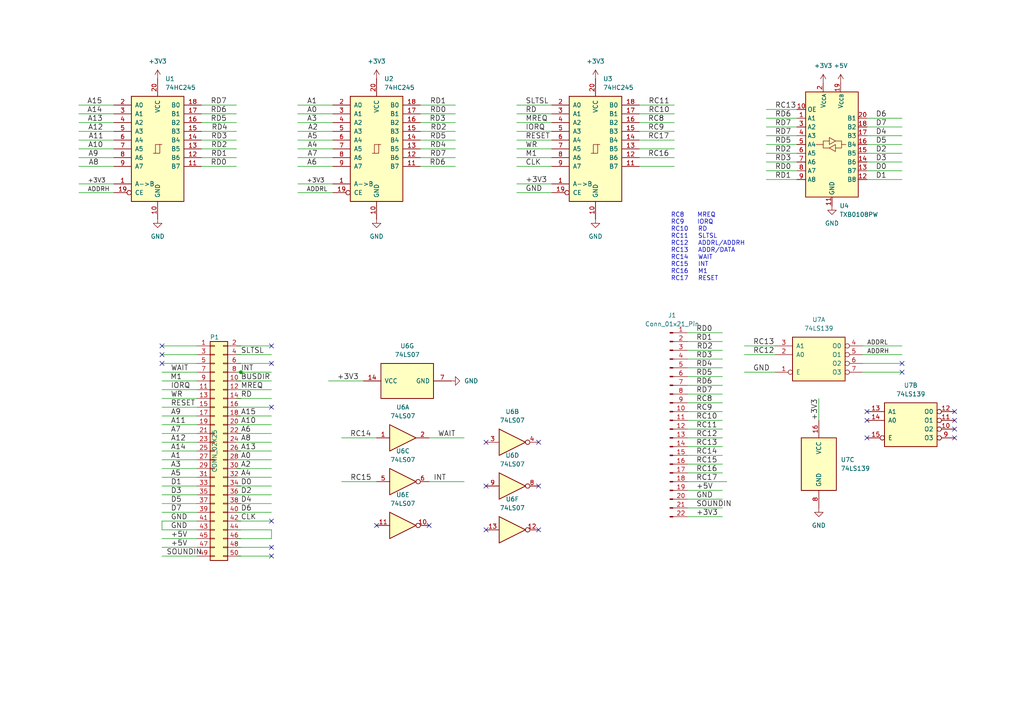
<source format=kicad_sch>
(kicad_sch
	(version 20231120)
	(generator "eeschema")
	(generator_version "8.0")
	(uuid "fdfbe04e-0f67-42f5-bc7c-9ea50b5ce9ad")
	(paper "A4")
	(lib_symbols
		(symbol "74xx:74HC245"
			(pin_names
				(offset 1.016)
			)
			(exclude_from_sim no)
			(in_bom yes)
			(on_board yes)
			(property "Reference" "U"
				(at -7.62 16.51 0)
				(effects
					(font
						(size 1.27 1.27)
					)
				)
			)
			(property "Value" "74HC245"
				(at -7.62 -16.51 0)
				(effects
					(font
						(size 1.27 1.27)
					)
				)
			)
			(property "Footprint" ""
				(at 0 0 0)
				(effects
					(font
						(size 1.27 1.27)
					)
					(hide yes)
				)
			)
			(property "Datasheet" "http://www.ti.com/lit/gpn/sn74HC245"
				(at 0 0 0)
				(effects
					(font
						(size 1.27 1.27)
					)
					(hide yes)
				)
			)
			(property "Description" "Octal BUS Transceivers, 3-State outputs"
				(at 0 0 0)
				(effects
					(font
						(size 1.27 1.27)
					)
					(hide yes)
				)
			)
			(property "ki_locked" ""
				(at 0 0 0)
				(effects
					(font
						(size 1.27 1.27)
					)
				)
			)
			(property "ki_keywords" "HCMOS BUS 3State"
				(at 0 0 0)
				(effects
					(font
						(size 1.27 1.27)
					)
					(hide yes)
				)
			)
			(property "ki_fp_filters" "DIP?20*"
				(at 0 0 0)
				(effects
					(font
						(size 1.27 1.27)
					)
					(hide yes)
				)
			)
			(symbol "74HC245_1_0"
				(polyline
					(pts
						(xy -0.635 -1.27) (xy -0.635 1.27) (xy 0.635 1.27)
					)
					(stroke
						(width 0)
						(type default)
					)
					(fill
						(type none)
					)
				)
				(polyline
					(pts
						(xy -1.27 -1.27) (xy 0.635 -1.27) (xy 0.635 1.27) (xy 1.27 1.27)
					)
					(stroke
						(width 0)
						(type default)
					)
					(fill
						(type none)
					)
				)
				(pin input line
					(at -12.7 -10.16 0)
					(length 5.08)
					(name "A->B"
						(effects
							(font
								(size 1.27 1.27)
							)
						)
					)
					(number "1"
						(effects
							(font
								(size 1.27 1.27)
							)
						)
					)
				)
				(pin power_in line
					(at 0 -20.32 90)
					(length 5.08)
					(name "GND"
						(effects
							(font
								(size 1.27 1.27)
							)
						)
					)
					(number "10"
						(effects
							(font
								(size 1.27 1.27)
							)
						)
					)
				)
				(pin tri_state line
					(at 12.7 -5.08 180)
					(length 5.08)
					(name "B7"
						(effects
							(font
								(size 1.27 1.27)
							)
						)
					)
					(number "11"
						(effects
							(font
								(size 1.27 1.27)
							)
						)
					)
				)
				(pin tri_state line
					(at 12.7 -2.54 180)
					(length 5.08)
					(name "B6"
						(effects
							(font
								(size 1.27 1.27)
							)
						)
					)
					(number "12"
						(effects
							(font
								(size 1.27 1.27)
							)
						)
					)
				)
				(pin tri_state line
					(at 12.7 0 180)
					(length 5.08)
					(name "B5"
						(effects
							(font
								(size 1.27 1.27)
							)
						)
					)
					(number "13"
						(effects
							(font
								(size 1.27 1.27)
							)
						)
					)
				)
				(pin tri_state line
					(at 12.7 2.54 180)
					(length 5.08)
					(name "B4"
						(effects
							(font
								(size 1.27 1.27)
							)
						)
					)
					(number "14"
						(effects
							(font
								(size 1.27 1.27)
							)
						)
					)
				)
				(pin tri_state line
					(at 12.7 5.08 180)
					(length 5.08)
					(name "B3"
						(effects
							(font
								(size 1.27 1.27)
							)
						)
					)
					(number "15"
						(effects
							(font
								(size 1.27 1.27)
							)
						)
					)
				)
				(pin tri_state line
					(at 12.7 7.62 180)
					(length 5.08)
					(name "B2"
						(effects
							(font
								(size 1.27 1.27)
							)
						)
					)
					(number "16"
						(effects
							(font
								(size 1.27 1.27)
							)
						)
					)
				)
				(pin tri_state line
					(at 12.7 10.16 180)
					(length 5.08)
					(name "B1"
						(effects
							(font
								(size 1.27 1.27)
							)
						)
					)
					(number "17"
						(effects
							(font
								(size 1.27 1.27)
							)
						)
					)
				)
				(pin tri_state line
					(at 12.7 12.7 180)
					(length 5.08)
					(name "B0"
						(effects
							(font
								(size 1.27 1.27)
							)
						)
					)
					(number "18"
						(effects
							(font
								(size 1.27 1.27)
							)
						)
					)
				)
				(pin input inverted
					(at -12.7 -12.7 0)
					(length 5.08)
					(name "CE"
						(effects
							(font
								(size 1.27 1.27)
							)
						)
					)
					(number "19"
						(effects
							(font
								(size 1.27 1.27)
							)
						)
					)
				)
				(pin tri_state line
					(at -12.7 12.7 0)
					(length 5.08)
					(name "A0"
						(effects
							(font
								(size 1.27 1.27)
							)
						)
					)
					(number "2"
						(effects
							(font
								(size 1.27 1.27)
							)
						)
					)
				)
				(pin power_in line
					(at 0 20.32 270)
					(length 5.08)
					(name "VCC"
						(effects
							(font
								(size 1.27 1.27)
							)
						)
					)
					(number "20"
						(effects
							(font
								(size 1.27 1.27)
							)
						)
					)
				)
				(pin tri_state line
					(at -12.7 10.16 0)
					(length 5.08)
					(name "A1"
						(effects
							(font
								(size 1.27 1.27)
							)
						)
					)
					(number "3"
						(effects
							(font
								(size 1.27 1.27)
							)
						)
					)
				)
				(pin tri_state line
					(at -12.7 7.62 0)
					(length 5.08)
					(name "A2"
						(effects
							(font
								(size 1.27 1.27)
							)
						)
					)
					(number "4"
						(effects
							(font
								(size 1.27 1.27)
							)
						)
					)
				)
				(pin tri_state line
					(at -12.7 5.08 0)
					(length 5.08)
					(name "A3"
						(effects
							(font
								(size 1.27 1.27)
							)
						)
					)
					(number "5"
						(effects
							(font
								(size 1.27 1.27)
							)
						)
					)
				)
				(pin tri_state line
					(at -12.7 2.54 0)
					(length 5.08)
					(name "A4"
						(effects
							(font
								(size 1.27 1.27)
							)
						)
					)
					(number "6"
						(effects
							(font
								(size 1.27 1.27)
							)
						)
					)
				)
				(pin tri_state line
					(at -12.7 0 0)
					(length 5.08)
					(name "A5"
						(effects
							(font
								(size 1.27 1.27)
							)
						)
					)
					(number "7"
						(effects
							(font
								(size 1.27 1.27)
							)
						)
					)
				)
				(pin tri_state line
					(at -12.7 -2.54 0)
					(length 5.08)
					(name "A6"
						(effects
							(font
								(size 1.27 1.27)
							)
						)
					)
					(number "8"
						(effects
							(font
								(size 1.27 1.27)
							)
						)
					)
				)
				(pin tri_state line
					(at -12.7 -5.08 0)
					(length 5.08)
					(name "A7"
						(effects
							(font
								(size 1.27 1.27)
							)
						)
					)
					(number "9"
						(effects
							(font
								(size 1.27 1.27)
							)
						)
					)
				)
			)
			(symbol "74HC245_1_1"
				(rectangle
					(start -7.62 15.24)
					(end 7.62 -15.24)
					(stroke
						(width 0.254)
						(type default)
					)
					(fill
						(type background)
					)
				)
			)
		)
		(symbol "74xx:74LS05"
			(pin_names
				(offset 1.016)
			)
			(exclude_from_sim no)
			(in_bom yes)
			(on_board yes)
			(property "Reference" "U"
				(at 0 1.27 0)
				(effects
					(font
						(size 1.27 1.27)
					)
				)
			)
			(property "Value" "74LS05"
				(at 0 -1.27 0)
				(effects
					(font
						(size 1.27 1.27)
					)
				)
			)
			(property "Footprint" ""
				(at 0 0 0)
				(effects
					(font
						(size 1.27 1.27)
					)
					(hide yes)
				)
			)
			(property "Datasheet" "http://www.ti.com/lit/gpn/sn74LS05"
				(at 0 0 0)
				(effects
					(font
						(size 1.27 1.27)
					)
					(hide yes)
				)
			)
			(property "Description" "Inverter Open Collect"
				(at 0 0 0)
				(effects
					(font
						(size 1.27 1.27)
					)
					(hide yes)
				)
			)
			(property "ki_locked" ""
				(at 0 0 0)
				(effects
					(font
						(size 1.27 1.27)
					)
				)
			)
			(property "ki_keywords" "TTL not inv OpenCol"
				(at 0 0 0)
				(effects
					(font
						(size 1.27 1.27)
					)
					(hide yes)
				)
			)
			(property "ki_fp_filters" "DIP*W7.62mm*"
				(at 0 0 0)
				(effects
					(font
						(size 1.27 1.27)
					)
					(hide yes)
				)
			)
			(symbol "74LS05_1_0"
				(polyline
					(pts
						(xy -3.81 3.81) (xy -3.81 -3.81) (xy 3.81 0) (xy -3.81 3.81)
					)
					(stroke
						(width 0.254)
						(type default)
					)
					(fill
						(type background)
					)
				)
				(pin input line
					(at -7.62 0 0)
					(length 3.81)
					(name "~"
						(effects
							(font
								(size 1.27 1.27)
							)
						)
					)
					(number "1"
						(effects
							(font
								(size 1.27 1.27)
							)
						)
					)
				)
				(pin open_collector inverted
					(at 7.62 0 180)
					(length 3.81)
					(name "~"
						(effects
							(font
								(size 1.27 1.27)
							)
						)
					)
					(number "2"
						(effects
							(font
								(size 1.27 1.27)
							)
						)
					)
				)
			)
			(symbol "74LS05_2_0"
				(polyline
					(pts
						(xy -3.81 3.81) (xy -3.81 -3.81) (xy 3.81 0) (xy -3.81 3.81)
					)
					(stroke
						(width 0.254)
						(type default)
					)
					(fill
						(type background)
					)
				)
				(pin input line
					(at -7.62 0 0)
					(length 3.81)
					(name "~"
						(effects
							(font
								(size 1.27 1.27)
							)
						)
					)
					(number "3"
						(effects
							(font
								(size 1.27 1.27)
							)
						)
					)
				)
				(pin open_collector inverted
					(at 7.62 0 180)
					(length 3.81)
					(name "~"
						(effects
							(font
								(size 1.27 1.27)
							)
						)
					)
					(number "4"
						(effects
							(font
								(size 1.27 1.27)
							)
						)
					)
				)
			)
			(symbol "74LS05_3_0"
				(polyline
					(pts
						(xy -3.81 3.81) (xy -3.81 -3.81) (xy 3.81 0) (xy -3.81 3.81)
					)
					(stroke
						(width 0.254)
						(type default)
					)
					(fill
						(type background)
					)
				)
				(pin input line
					(at -7.62 0 0)
					(length 3.81)
					(name "~"
						(effects
							(font
								(size 1.27 1.27)
							)
						)
					)
					(number "5"
						(effects
							(font
								(size 1.27 1.27)
							)
						)
					)
				)
				(pin open_collector inverted
					(at 7.62 0 180)
					(length 3.81)
					(name "~"
						(effects
							(font
								(size 1.27 1.27)
							)
						)
					)
					(number "6"
						(effects
							(font
								(size 1.27 1.27)
							)
						)
					)
				)
			)
			(symbol "74LS05_4_0"
				(polyline
					(pts
						(xy -3.81 3.81) (xy -3.81 -3.81) (xy 3.81 0) (xy -3.81 3.81)
					)
					(stroke
						(width 0.254)
						(type default)
					)
					(fill
						(type background)
					)
				)
				(pin open_collector inverted
					(at 7.62 0 180)
					(length 3.81)
					(name "~"
						(effects
							(font
								(size 1.27 1.27)
							)
						)
					)
					(number "8"
						(effects
							(font
								(size 1.27 1.27)
							)
						)
					)
				)
				(pin input line
					(at -7.62 0 0)
					(length 3.81)
					(name "~"
						(effects
							(font
								(size 1.27 1.27)
							)
						)
					)
					(number "9"
						(effects
							(font
								(size 1.27 1.27)
							)
						)
					)
				)
			)
			(symbol "74LS05_5_0"
				(polyline
					(pts
						(xy -3.81 3.81) (xy -3.81 -3.81) (xy 3.81 0) (xy -3.81 3.81)
					)
					(stroke
						(width 0.254)
						(type default)
					)
					(fill
						(type background)
					)
				)
				(pin open_collector inverted
					(at 7.62 0 180)
					(length 3.81)
					(name "~"
						(effects
							(font
								(size 1.27 1.27)
							)
						)
					)
					(number "10"
						(effects
							(font
								(size 1.27 1.27)
							)
						)
					)
				)
				(pin input line
					(at -7.62 0 0)
					(length 3.81)
					(name "~"
						(effects
							(font
								(size 1.27 1.27)
							)
						)
					)
					(number "11"
						(effects
							(font
								(size 1.27 1.27)
							)
						)
					)
				)
			)
			(symbol "74LS05_6_0"
				(polyline
					(pts
						(xy -3.81 3.81) (xy -3.81 -3.81) (xy 3.81 0) (xy -3.81 3.81)
					)
					(stroke
						(width 0.254)
						(type default)
					)
					(fill
						(type background)
					)
				)
				(pin open_collector inverted
					(at 7.62 0 180)
					(length 3.81)
					(name "~"
						(effects
							(font
								(size 1.27 1.27)
							)
						)
					)
					(number "12"
						(effects
							(font
								(size 1.27 1.27)
							)
						)
					)
				)
				(pin input line
					(at -7.62 0 0)
					(length 3.81)
					(name "~"
						(effects
							(font
								(size 1.27 1.27)
							)
						)
					)
					(number "13"
						(effects
							(font
								(size 1.27 1.27)
							)
						)
					)
				)
			)
			(symbol "74LS05_7_0"
				(pin power_in line
					(at 0 12.7 270)
					(length 5.08)
					(name "VCC"
						(effects
							(font
								(size 1.27 1.27)
							)
						)
					)
					(number "14"
						(effects
							(font
								(size 1.27 1.27)
							)
						)
					)
				)
				(pin power_in line
					(at 0 -12.7 90)
					(length 5.08)
					(name "GND"
						(effects
							(font
								(size 1.27 1.27)
							)
						)
					)
					(number "7"
						(effects
							(font
								(size 1.27 1.27)
							)
						)
					)
				)
			)
			(symbol "74LS05_7_1"
				(rectangle
					(start -5.08 7.62)
					(end 5.08 -7.62)
					(stroke
						(width 0.254)
						(type default)
					)
					(fill
						(type background)
					)
				)
			)
		)
		(symbol "74xx:74LS07"
			(pin_names
				(offset 1.016)
			)
			(exclude_from_sim no)
			(in_bom yes)
			(on_board yes)
			(property "Reference" "U"
				(at 0 1.27 0)
				(effects
					(font
						(size 1.27 1.27)
					)
				)
			)
			(property "Value" "74LS07"
				(at 0 -1.27 0)
				(effects
					(font
						(size 1.27 1.27)
					)
				)
			)
			(property "Footprint" ""
				(at 0 0 0)
				(effects
					(font
						(size 1.27 1.27)
					)
					(hide yes)
				)
			)
			(property "Datasheet" "www.ti.com/lit/ds/symlink/sn74ls07.pdf"
				(at 0 0 0)
				(effects
					(font
						(size 1.27 1.27)
					)
					(hide yes)
				)
			)
			(property "Description" "Hex Buffers and Drivers With Open Collector High Voltage Outputs"
				(at 0 0 0)
				(effects
					(font
						(size 1.27 1.27)
					)
					(hide yes)
				)
			)
			(property "ki_locked" ""
				(at 0 0 0)
				(effects
					(font
						(size 1.27 1.27)
					)
				)
			)
			(property "ki_keywords" "TTL hex buffer OpenCol"
				(at 0 0 0)
				(effects
					(font
						(size 1.27 1.27)
					)
					(hide yes)
				)
			)
			(property "ki_fp_filters" "SOIC*3.9x8.7mm*P1.27mm* TSSOP*4.4x5mm*P0.65mm* DIP*W7.62mm*"
				(at 0 0 0)
				(effects
					(font
						(size 1.27 1.27)
					)
					(hide yes)
				)
			)
			(symbol "74LS07_1_0"
				(polyline
					(pts
						(xy -3.81 3.81) (xy -3.81 -3.81) (xy 3.81 0) (xy -3.81 3.81)
					)
					(stroke
						(width 0.254)
						(type default)
					)
					(fill
						(type background)
					)
				)
				(pin input line
					(at -7.62 0 0)
					(length 3.81)
					(name "~"
						(effects
							(font
								(size 1.27 1.27)
							)
						)
					)
					(number "1"
						(effects
							(font
								(size 1.27 1.27)
							)
						)
					)
				)
				(pin open_collector line
					(at 7.62 0 180)
					(length 3.81)
					(name "~"
						(effects
							(font
								(size 1.27 1.27)
							)
						)
					)
					(number "2"
						(effects
							(font
								(size 1.27 1.27)
							)
						)
					)
				)
			)
			(symbol "74LS07_2_0"
				(polyline
					(pts
						(xy -3.81 3.81) (xy -3.81 -3.81) (xy 3.81 0) (xy -3.81 3.81)
					)
					(stroke
						(width 0.254)
						(type default)
					)
					(fill
						(type background)
					)
				)
				(pin input line
					(at -7.62 0 0)
					(length 3.81)
					(name "~"
						(effects
							(font
								(size 1.27 1.27)
							)
						)
					)
					(number "3"
						(effects
							(font
								(size 1.27 1.27)
							)
						)
					)
				)
				(pin open_collector line
					(at 7.62 0 180)
					(length 3.81)
					(name "~"
						(effects
							(font
								(size 1.27 1.27)
							)
						)
					)
					(number "4"
						(effects
							(font
								(size 1.27 1.27)
							)
						)
					)
				)
			)
			(symbol "74LS07_3_0"
				(polyline
					(pts
						(xy -3.81 3.81) (xy -3.81 -3.81) (xy 3.81 0) (xy -3.81 3.81)
					)
					(stroke
						(width 0.254)
						(type default)
					)
					(fill
						(type background)
					)
				)
				(pin input line
					(at -7.62 0 0)
					(length 3.81)
					(name "~"
						(effects
							(font
								(size 1.27 1.27)
							)
						)
					)
					(number "5"
						(effects
							(font
								(size 1.27 1.27)
							)
						)
					)
				)
				(pin open_collector line
					(at 7.62 0 180)
					(length 3.81)
					(name "~"
						(effects
							(font
								(size 1.27 1.27)
							)
						)
					)
					(number "6"
						(effects
							(font
								(size 1.27 1.27)
							)
						)
					)
				)
			)
			(symbol "74LS07_4_0"
				(polyline
					(pts
						(xy -3.81 3.81) (xy -3.81 -3.81) (xy 3.81 0) (xy -3.81 3.81)
					)
					(stroke
						(width 0.254)
						(type default)
					)
					(fill
						(type background)
					)
				)
				(pin open_collector line
					(at 7.62 0 180)
					(length 3.81)
					(name "~"
						(effects
							(font
								(size 1.27 1.27)
							)
						)
					)
					(number "8"
						(effects
							(font
								(size 1.27 1.27)
							)
						)
					)
				)
				(pin input line
					(at -7.62 0 0)
					(length 3.81)
					(name "~"
						(effects
							(font
								(size 1.27 1.27)
							)
						)
					)
					(number "9"
						(effects
							(font
								(size 1.27 1.27)
							)
						)
					)
				)
			)
			(symbol "74LS07_5_0"
				(polyline
					(pts
						(xy -3.81 3.81) (xy -3.81 -3.81) (xy 3.81 0) (xy -3.81 3.81)
					)
					(stroke
						(width 0.254)
						(type default)
					)
					(fill
						(type background)
					)
				)
				(pin open_collector line
					(at 7.62 0 180)
					(length 3.81)
					(name "~"
						(effects
							(font
								(size 1.27 1.27)
							)
						)
					)
					(number "10"
						(effects
							(font
								(size 1.27 1.27)
							)
						)
					)
				)
				(pin input line
					(at -7.62 0 0)
					(length 3.81)
					(name "~"
						(effects
							(font
								(size 1.27 1.27)
							)
						)
					)
					(number "11"
						(effects
							(font
								(size 1.27 1.27)
							)
						)
					)
				)
			)
			(symbol "74LS07_6_0"
				(polyline
					(pts
						(xy -3.81 3.81) (xy -3.81 -3.81) (xy 3.81 0) (xy -3.81 3.81)
					)
					(stroke
						(width 0.254)
						(type default)
					)
					(fill
						(type background)
					)
				)
				(pin open_collector line
					(at 7.62 0 180)
					(length 3.81)
					(name "~"
						(effects
							(font
								(size 1.27 1.27)
							)
						)
					)
					(number "12"
						(effects
							(font
								(size 1.27 1.27)
							)
						)
					)
				)
				(pin input line
					(at -7.62 0 0)
					(length 3.81)
					(name "~"
						(effects
							(font
								(size 1.27 1.27)
							)
						)
					)
					(number "13"
						(effects
							(font
								(size 1.27 1.27)
							)
						)
					)
				)
			)
			(symbol "74LS07_7_0"
				(pin power_in line
					(at 0 12.7 270)
					(length 5.08)
					(name "VCC"
						(effects
							(font
								(size 1.27 1.27)
							)
						)
					)
					(number "14"
						(effects
							(font
								(size 1.27 1.27)
							)
						)
					)
				)
				(pin power_in line
					(at 0 -12.7 90)
					(length 5.08)
					(name "GND"
						(effects
							(font
								(size 1.27 1.27)
							)
						)
					)
					(number "7"
						(effects
							(font
								(size 1.27 1.27)
							)
						)
					)
				)
			)
			(symbol "74LS07_7_1"
				(rectangle
					(start -5.08 7.62)
					(end 5.08 -7.62)
					(stroke
						(width 0.254)
						(type default)
					)
					(fill
						(type background)
					)
				)
			)
		)
		(symbol "74xx:74LS139"
			(pin_names
				(offset 1.016)
			)
			(exclude_from_sim no)
			(in_bom yes)
			(on_board yes)
			(property "Reference" "U"
				(at -7.62 8.89 0)
				(effects
					(font
						(size 1.27 1.27)
					)
				)
			)
			(property "Value" "74LS139"
				(at -7.62 -8.89 0)
				(effects
					(font
						(size 1.27 1.27)
					)
				)
			)
			(property "Footprint" ""
				(at 0 0 0)
				(effects
					(font
						(size 1.27 1.27)
					)
					(hide yes)
				)
			)
			(property "Datasheet" "http://www.ti.com/lit/ds/symlink/sn74ls139a.pdf"
				(at 0 0 0)
				(effects
					(font
						(size 1.27 1.27)
					)
					(hide yes)
				)
			)
			(property "Description" "Dual Decoder 1 of 4, Active low outputs"
				(at 0 0 0)
				(effects
					(font
						(size 1.27 1.27)
					)
					(hide yes)
				)
			)
			(property "ki_locked" ""
				(at 0 0 0)
				(effects
					(font
						(size 1.27 1.27)
					)
				)
			)
			(property "ki_keywords" "TTL DECOD4"
				(at 0 0 0)
				(effects
					(font
						(size 1.27 1.27)
					)
					(hide yes)
				)
			)
			(property "ki_fp_filters" "DIP?16*"
				(at 0 0 0)
				(effects
					(font
						(size 1.27 1.27)
					)
					(hide yes)
				)
			)
			(symbol "74LS139_1_0"
				(pin input inverted
					(at -12.7 -5.08 0)
					(length 5.08)
					(name "E"
						(effects
							(font
								(size 1.27 1.27)
							)
						)
					)
					(number "1"
						(effects
							(font
								(size 1.27 1.27)
							)
						)
					)
				)
				(pin input line
					(at -12.7 0 0)
					(length 5.08)
					(name "A0"
						(effects
							(font
								(size 1.27 1.27)
							)
						)
					)
					(number "2"
						(effects
							(font
								(size 1.27 1.27)
							)
						)
					)
				)
				(pin input line
					(at -12.7 2.54 0)
					(length 5.08)
					(name "A1"
						(effects
							(font
								(size 1.27 1.27)
							)
						)
					)
					(number "3"
						(effects
							(font
								(size 1.27 1.27)
							)
						)
					)
				)
				(pin output inverted
					(at 12.7 2.54 180)
					(length 5.08)
					(name "O0"
						(effects
							(font
								(size 1.27 1.27)
							)
						)
					)
					(number "4"
						(effects
							(font
								(size 1.27 1.27)
							)
						)
					)
				)
				(pin output inverted
					(at 12.7 0 180)
					(length 5.08)
					(name "O1"
						(effects
							(font
								(size 1.27 1.27)
							)
						)
					)
					(number "5"
						(effects
							(font
								(size 1.27 1.27)
							)
						)
					)
				)
				(pin output inverted
					(at 12.7 -2.54 180)
					(length 5.08)
					(name "O2"
						(effects
							(font
								(size 1.27 1.27)
							)
						)
					)
					(number "6"
						(effects
							(font
								(size 1.27 1.27)
							)
						)
					)
				)
				(pin output inverted
					(at 12.7 -5.08 180)
					(length 5.08)
					(name "O3"
						(effects
							(font
								(size 1.27 1.27)
							)
						)
					)
					(number "7"
						(effects
							(font
								(size 1.27 1.27)
							)
						)
					)
				)
			)
			(symbol "74LS139_1_1"
				(rectangle
					(start -7.62 5.08)
					(end 7.62 -7.62)
					(stroke
						(width 0.254)
						(type default)
					)
					(fill
						(type background)
					)
				)
			)
			(symbol "74LS139_2_0"
				(pin output inverted
					(at 12.7 -2.54 180)
					(length 5.08)
					(name "O2"
						(effects
							(font
								(size 1.27 1.27)
							)
						)
					)
					(number "10"
						(effects
							(font
								(size 1.27 1.27)
							)
						)
					)
				)
				(pin output inverted
					(at 12.7 0 180)
					(length 5.08)
					(name "O1"
						(effects
							(font
								(size 1.27 1.27)
							)
						)
					)
					(number "11"
						(effects
							(font
								(size 1.27 1.27)
							)
						)
					)
				)
				(pin output inverted
					(at 12.7 2.54 180)
					(length 5.08)
					(name "O0"
						(effects
							(font
								(size 1.27 1.27)
							)
						)
					)
					(number "12"
						(effects
							(font
								(size 1.27 1.27)
							)
						)
					)
				)
				(pin input line
					(at -12.7 2.54 0)
					(length 5.08)
					(name "A1"
						(effects
							(font
								(size 1.27 1.27)
							)
						)
					)
					(number "13"
						(effects
							(font
								(size 1.27 1.27)
							)
						)
					)
				)
				(pin input line
					(at -12.7 0 0)
					(length 5.08)
					(name "A0"
						(effects
							(font
								(size 1.27 1.27)
							)
						)
					)
					(number "14"
						(effects
							(font
								(size 1.27 1.27)
							)
						)
					)
				)
				(pin input inverted
					(at -12.7 -5.08 0)
					(length 5.08)
					(name "E"
						(effects
							(font
								(size 1.27 1.27)
							)
						)
					)
					(number "15"
						(effects
							(font
								(size 1.27 1.27)
							)
						)
					)
				)
				(pin output inverted
					(at 12.7 -5.08 180)
					(length 5.08)
					(name "O3"
						(effects
							(font
								(size 1.27 1.27)
							)
						)
					)
					(number "9"
						(effects
							(font
								(size 1.27 1.27)
							)
						)
					)
				)
			)
			(symbol "74LS139_2_1"
				(rectangle
					(start -7.62 5.08)
					(end 7.62 -7.62)
					(stroke
						(width 0.254)
						(type default)
					)
					(fill
						(type background)
					)
				)
			)
			(symbol "74LS139_3_0"
				(pin power_in line
					(at 0 12.7 270)
					(length 5.08)
					(name "VCC"
						(effects
							(font
								(size 1.27 1.27)
							)
						)
					)
					(number "16"
						(effects
							(font
								(size 1.27 1.27)
							)
						)
					)
				)
				(pin power_in line
					(at 0 -12.7 90)
					(length 5.08)
					(name "GND"
						(effects
							(font
								(size 1.27 1.27)
							)
						)
					)
					(number "8"
						(effects
							(font
								(size 1.27 1.27)
							)
						)
					)
				)
			)
			(symbol "74LS139_3_1"
				(rectangle
					(start -5.08 7.62)
					(end 5.08 -7.62)
					(stroke
						(width 0.254)
						(type default)
					)
					(fill
						(type background)
					)
				)
			)
		)
		(symbol "Connector:Conn_01x22_Pin"
			(pin_names
				(offset 1.016) hide)
			(exclude_from_sim no)
			(in_bom yes)
			(on_board yes)
			(property "Reference" "J"
				(at 0 27.94 0)
				(effects
					(font
						(size 1.27 1.27)
					)
				)
			)
			(property "Value" "Conn_01x22_Pin"
				(at 0 -30.48 0)
				(effects
					(font
						(size 1.27 1.27)
					)
				)
			)
			(property "Footprint" ""
				(at 0 0 0)
				(effects
					(font
						(size 1.27 1.27)
					)
					(hide yes)
				)
			)
			(property "Datasheet" "~"
				(at 0 0 0)
				(effects
					(font
						(size 1.27 1.27)
					)
					(hide yes)
				)
			)
			(property "Description" "Generic connector, single row, 01x22, script generated"
				(at 0 0 0)
				(effects
					(font
						(size 1.27 1.27)
					)
					(hide yes)
				)
			)
			(property "ki_locked" ""
				(at 0 0 0)
				(effects
					(font
						(size 1.27 1.27)
					)
				)
			)
			(property "ki_keywords" "connector"
				(at 0 0 0)
				(effects
					(font
						(size 1.27 1.27)
					)
					(hide yes)
				)
			)
			(property "ki_fp_filters" "Connector*:*_1x??_*"
				(at 0 0 0)
				(effects
					(font
						(size 1.27 1.27)
					)
					(hide yes)
				)
			)
			(symbol "Conn_01x22_Pin_1_1"
				(polyline
					(pts
						(xy 1.27 -27.94) (xy 0.8636 -27.94)
					)
					(stroke
						(width 0.1524)
						(type default)
					)
					(fill
						(type none)
					)
				)
				(polyline
					(pts
						(xy 1.27 -25.4) (xy 0.8636 -25.4)
					)
					(stroke
						(width 0.1524)
						(type default)
					)
					(fill
						(type none)
					)
				)
				(polyline
					(pts
						(xy 1.27 -22.86) (xy 0.8636 -22.86)
					)
					(stroke
						(width 0.1524)
						(type default)
					)
					(fill
						(type none)
					)
				)
				(polyline
					(pts
						(xy 1.27 -20.32) (xy 0.8636 -20.32)
					)
					(stroke
						(width 0.1524)
						(type default)
					)
					(fill
						(type none)
					)
				)
				(polyline
					(pts
						(xy 1.27 -17.78) (xy 0.8636 -17.78)
					)
					(stroke
						(width 0.1524)
						(type default)
					)
					(fill
						(type none)
					)
				)
				(polyline
					(pts
						(xy 1.27 -15.24) (xy 0.8636 -15.24)
					)
					(stroke
						(width 0.1524)
						(type default)
					)
					(fill
						(type none)
					)
				)
				(polyline
					(pts
						(xy 1.27 -12.7) (xy 0.8636 -12.7)
					)
					(stroke
						(width 0.1524)
						(type default)
					)
					(fill
						(type none)
					)
				)
				(polyline
					(pts
						(xy 1.27 -10.16) (xy 0.8636 -10.16)
					)
					(stroke
						(width 0.1524)
						(type default)
					)
					(fill
						(type none)
					)
				)
				(polyline
					(pts
						(xy 1.27 -7.62) (xy 0.8636 -7.62)
					)
					(stroke
						(width 0.1524)
						(type default)
					)
					(fill
						(type none)
					)
				)
				(polyline
					(pts
						(xy 1.27 -5.08) (xy 0.8636 -5.08)
					)
					(stroke
						(width 0.1524)
						(type default)
					)
					(fill
						(type none)
					)
				)
				(polyline
					(pts
						(xy 1.27 -2.54) (xy 0.8636 -2.54)
					)
					(stroke
						(width 0.1524)
						(type default)
					)
					(fill
						(type none)
					)
				)
				(polyline
					(pts
						(xy 1.27 0) (xy 0.8636 0)
					)
					(stroke
						(width 0.1524)
						(type default)
					)
					(fill
						(type none)
					)
				)
				(polyline
					(pts
						(xy 1.27 2.54) (xy 0.8636 2.54)
					)
					(stroke
						(width 0.1524)
						(type default)
					)
					(fill
						(type none)
					)
				)
				(polyline
					(pts
						(xy 1.27 5.08) (xy 0.8636 5.08)
					)
					(stroke
						(width 0.1524)
						(type default)
					)
					(fill
						(type none)
					)
				)
				(polyline
					(pts
						(xy 1.27 7.62) (xy 0.8636 7.62)
					)
					(stroke
						(width 0.1524)
						(type default)
					)
					(fill
						(type none)
					)
				)
				(polyline
					(pts
						(xy 1.27 10.16) (xy 0.8636 10.16)
					)
					(stroke
						(width 0.1524)
						(type default)
					)
					(fill
						(type none)
					)
				)
				(polyline
					(pts
						(xy 1.27 12.7) (xy 0.8636 12.7)
					)
					(stroke
						(width 0.1524)
						(type default)
					)
					(fill
						(type none)
					)
				)
				(polyline
					(pts
						(xy 1.27 15.24) (xy 0.8636 15.24)
					)
					(stroke
						(width 0.1524)
						(type default)
					)
					(fill
						(type none)
					)
				)
				(polyline
					(pts
						(xy 1.27 17.78) (xy 0.8636 17.78)
					)
					(stroke
						(width 0.1524)
						(type default)
					)
					(fill
						(type none)
					)
				)
				(polyline
					(pts
						(xy 1.27 20.32) (xy 0.8636 20.32)
					)
					(stroke
						(width 0.1524)
						(type default)
					)
					(fill
						(type none)
					)
				)
				(polyline
					(pts
						(xy 1.27 22.86) (xy 0.8636 22.86)
					)
					(stroke
						(width 0.1524)
						(type default)
					)
					(fill
						(type none)
					)
				)
				(polyline
					(pts
						(xy 1.27 25.4) (xy 0.8636 25.4)
					)
					(stroke
						(width 0.1524)
						(type default)
					)
					(fill
						(type none)
					)
				)
				(rectangle
					(start 0.8636 -27.813)
					(end 0 -28.067)
					(stroke
						(width 0.1524)
						(type default)
					)
					(fill
						(type outline)
					)
				)
				(rectangle
					(start 0.8636 -25.273)
					(end 0 -25.527)
					(stroke
						(width 0.1524)
						(type default)
					)
					(fill
						(type outline)
					)
				)
				(rectangle
					(start 0.8636 -22.733)
					(end 0 -22.987)
					(stroke
						(width 0.1524)
						(type default)
					)
					(fill
						(type outline)
					)
				)
				(rectangle
					(start 0.8636 -20.193)
					(end 0 -20.447)
					(stroke
						(width 0.1524)
						(type default)
					)
					(fill
						(type outline)
					)
				)
				(rectangle
					(start 0.8636 -17.653)
					(end 0 -17.907)
					(stroke
						(width 0.1524)
						(type default)
					)
					(fill
						(type outline)
					)
				)
				(rectangle
					(start 0.8636 -15.113)
					(end 0 -15.367)
					(stroke
						(width 0.1524)
						(type default)
					)
					(fill
						(type outline)
					)
				)
				(rectangle
					(start 0.8636 -12.573)
					(end 0 -12.827)
					(stroke
						(width 0.1524)
						(type default)
					)
					(fill
						(type outline)
					)
				)
				(rectangle
					(start 0.8636 -10.033)
					(end 0 -10.287)
					(stroke
						(width 0.1524)
						(type default)
					)
					(fill
						(type outline)
					)
				)
				(rectangle
					(start 0.8636 -7.493)
					(end 0 -7.747)
					(stroke
						(width 0.1524)
						(type default)
					)
					(fill
						(type outline)
					)
				)
				(rectangle
					(start 0.8636 -4.953)
					(end 0 -5.207)
					(stroke
						(width 0.1524)
						(type default)
					)
					(fill
						(type outline)
					)
				)
				(rectangle
					(start 0.8636 -2.413)
					(end 0 -2.667)
					(stroke
						(width 0.1524)
						(type default)
					)
					(fill
						(type outline)
					)
				)
				(rectangle
					(start 0.8636 0.127)
					(end 0 -0.127)
					(stroke
						(width 0.1524)
						(type default)
					)
					(fill
						(type outline)
					)
				)
				(rectangle
					(start 0.8636 2.667)
					(end 0 2.413)
					(stroke
						(width 0.1524)
						(type default)
					)
					(fill
						(type outline)
					)
				)
				(rectangle
					(start 0.8636 5.207)
					(end 0 4.953)
					(stroke
						(width 0.1524)
						(type default)
					)
					(fill
						(type outline)
					)
				)
				(rectangle
					(start 0.8636 7.747)
					(end 0 7.493)
					(stroke
						(width 0.1524)
						(type default)
					)
					(fill
						(type outline)
					)
				)
				(rectangle
					(start 0.8636 10.287)
					(end 0 10.033)
					(stroke
						(width 0.1524)
						(type default)
					)
					(fill
						(type outline)
					)
				)
				(rectangle
					(start 0.8636 12.827)
					(end 0 12.573)
					(stroke
						(width 0.1524)
						(type default)
					)
					(fill
						(type outline)
					)
				)
				(rectangle
					(start 0.8636 15.367)
					(end 0 15.113)
					(stroke
						(width 0.1524)
						(type default)
					)
					(fill
						(type outline)
					)
				)
				(rectangle
					(start 0.8636 17.907)
					(end 0 17.653)
					(stroke
						(width 0.1524)
						(type default)
					)
					(fill
						(type outline)
					)
				)
				(rectangle
					(start 0.8636 20.447)
					(end 0 20.193)
					(stroke
						(width 0.1524)
						(type default)
					)
					(fill
						(type outline)
					)
				)
				(rectangle
					(start 0.8636 22.987)
					(end 0 22.733)
					(stroke
						(width 0.1524)
						(type default)
					)
					(fill
						(type outline)
					)
				)
				(rectangle
					(start 0.8636 25.527)
					(end 0 25.273)
					(stroke
						(width 0.1524)
						(type default)
					)
					(fill
						(type outline)
					)
				)
				(pin passive line
					(at 5.08 25.4 180)
					(length 3.81)
					(name "Pin_1"
						(effects
							(font
								(size 1.27 1.27)
							)
						)
					)
					(number "1"
						(effects
							(font
								(size 1.27 1.27)
							)
						)
					)
				)
				(pin passive line
					(at 5.08 2.54 180)
					(length 3.81)
					(name "Pin_10"
						(effects
							(font
								(size 1.27 1.27)
							)
						)
					)
					(number "10"
						(effects
							(font
								(size 1.27 1.27)
							)
						)
					)
				)
				(pin passive line
					(at 5.08 0 180)
					(length 3.81)
					(name "Pin_11"
						(effects
							(font
								(size 1.27 1.27)
							)
						)
					)
					(number "11"
						(effects
							(font
								(size 1.27 1.27)
							)
						)
					)
				)
				(pin passive line
					(at 5.08 -2.54 180)
					(length 3.81)
					(name "Pin_12"
						(effects
							(font
								(size 1.27 1.27)
							)
						)
					)
					(number "12"
						(effects
							(font
								(size 1.27 1.27)
							)
						)
					)
				)
				(pin passive line
					(at 5.08 -5.08 180)
					(length 3.81)
					(name "Pin_13"
						(effects
							(font
								(size 1.27 1.27)
							)
						)
					)
					(number "13"
						(effects
							(font
								(size 1.27 1.27)
							)
						)
					)
				)
				(pin passive line
					(at 5.08 -7.62 180)
					(length 3.81)
					(name "Pin_14"
						(effects
							(font
								(size 1.27 1.27)
							)
						)
					)
					(number "14"
						(effects
							(font
								(size 1.27 1.27)
							)
						)
					)
				)
				(pin passive line
					(at 5.08 -10.16 180)
					(length 3.81)
					(name "Pin_15"
						(effects
							(font
								(size 1.27 1.27)
							)
						)
					)
					(number "15"
						(effects
							(font
								(size 1.27 1.27)
							)
						)
					)
				)
				(pin passive line
					(at 5.08 -12.7 180)
					(length 3.81)
					(name "Pin_16"
						(effects
							(font
								(size 1.27 1.27)
							)
						)
					)
					(number "16"
						(effects
							(font
								(size 1.27 1.27)
							)
						)
					)
				)
				(pin passive line
					(at 5.08 -15.24 180)
					(length 3.81)
					(name "Pin_17"
						(effects
							(font
								(size 1.27 1.27)
							)
						)
					)
					(number "17"
						(effects
							(font
								(size 1.27 1.27)
							)
						)
					)
				)
				(pin passive line
					(at 5.08 -17.78 180)
					(length 3.81)
					(name "Pin_18"
						(effects
							(font
								(size 1.27 1.27)
							)
						)
					)
					(number "18"
						(effects
							(font
								(size 1.27 1.27)
							)
						)
					)
				)
				(pin passive line
					(at 5.08 -20.32 180)
					(length 3.81)
					(name "Pin_19"
						(effects
							(font
								(size 1.27 1.27)
							)
						)
					)
					(number "19"
						(effects
							(font
								(size 1.27 1.27)
							)
						)
					)
				)
				(pin passive line
					(at 5.08 22.86 180)
					(length 3.81)
					(name "Pin_2"
						(effects
							(font
								(size 1.27 1.27)
							)
						)
					)
					(number "2"
						(effects
							(font
								(size 1.27 1.27)
							)
						)
					)
				)
				(pin passive line
					(at 5.08 -22.86 180)
					(length 3.81)
					(name "Pin_20"
						(effects
							(font
								(size 1.27 1.27)
							)
						)
					)
					(number "20"
						(effects
							(font
								(size 1.27 1.27)
							)
						)
					)
				)
				(pin passive line
					(at 5.08 -25.4 180)
					(length 3.81)
					(name "Pin_21"
						(effects
							(font
								(size 1.27 1.27)
							)
						)
					)
					(number "21"
						(effects
							(font
								(size 1.27 1.27)
							)
						)
					)
				)
				(pin passive line
					(at 5.08 -27.94 180)
					(length 3.81)
					(name "Pin_22"
						(effects
							(font
								(size 1.27 1.27)
							)
						)
					)
					(number "22"
						(effects
							(font
								(size 1.27 1.27)
							)
						)
					)
				)
				(pin passive line
					(at 5.08 20.32 180)
					(length 3.81)
					(name "Pin_3"
						(effects
							(font
								(size 1.27 1.27)
							)
						)
					)
					(number "3"
						(effects
							(font
								(size 1.27 1.27)
							)
						)
					)
				)
				(pin passive line
					(at 5.08 17.78 180)
					(length 3.81)
					(name "Pin_4"
						(effects
							(font
								(size 1.27 1.27)
							)
						)
					)
					(number "4"
						(effects
							(font
								(size 1.27 1.27)
							)
						)
					)
				)
				(pin passive line
					(at 5.08 15.24 180)
					(length 3.81)
					(name "Pin_5"
						(effects
							(font
								(size 1.27 1.27)
							)
						)
					)
					(number "5"
						(effects
							(font
								(size 1.27 1.27)
							)
						)
					)
				)
				(pin passive line
					(at 5.08 12.7 180)
					(length 3.81)
					(name "Pin_6"
						(effects
							(font
								(size 1.27 1.27)
							)
						)
					)
					(number "6"
						(effects
							(font
								(size 1.27 1.27)
							)
						)
					)
				)
				(pin passive line
					(at 5.08 10.16 180)
					(length 3.81)
					(name "Pin_7"
						(effects
							(font
								(size 1.27 1.27)
							)
						)
					)
					(number "7"
						(effects
							(font
								(size 1.27 1.27)
							)
						)
					)
				)
				(pin passive line
					(at 5.08 7.62 180)
					(length 3.81)
					(name "Pin_8"
						(effects
							(font
								(size 1.27 1.27)
							)
						)
					)
					(number "8"
						(effects
							(font
								(size 1.27 1.27)
							)
						)
					)
				)
				(pin passive line
					(at 5.08 5.08 180)
					(length 3.81)
					(name "Pin_9"
						(effects
							(font
								(size 1.27 1.27)
							)
						)
					)
					(number "9"
						(effects
							(font
								(size 1.27 1.27)
							)
						)
					)
				)
			)
		)
		(symbol "Connector_Generic:Conn_02x25_Odd_Even"
			(pin_names
				(offset 1.016) hide)
			(exclude_from_sim no)
			(in_bom yes)
			(on_board yes)
			(property "Reference" "J"
				(at 1.27 33.02 0)
				(effects
					(font
						(size 1.27 1.27)
					)
				)
			)
			(property "Value" "Conn_02x25_Odd_Even"
				(at 1.27 -33.02 0)
				(effects
					(font
						(size 1.27 1.27)
					)
				)
			)
			(property "Footprint" ""
				(at 0 0 0)
				(effects
					(font
						(size 1.27 1.27)
					)
					(hide yes)
				)
			)
			(property "Datasheet" "~"
				(at 0 0 0)
				(effects
					(font
						(size 1.27 1.27)
					)
					(hide yes)
				)
			)
			(property "Description" "Generic connector, double row, 02x25, odd/even pin numbering scheme (row 1 odd numbers, row 2 even numbers), script generated (kicad-library-utils/schlib/autogen/connector/)"
				(at 0 0 0)
				(effects
					(font
						(size 1.27 1.27)
					)
					(hide yes)
				)
			)
			(property "ki_keywords" "connector"
				(at 0 0 0)
				(effects
					(font
						(size 1.27 1.27)
					)
					(hide yes)
				)
			)
			(property "ki_fp_filters" "Connector*:*_2x??_*"
				(at 0 0 0)
				(effects
					(font
						(size 1.27 1.27)
					)
					(hide yes)
				)
			)
			(symbol "Conn_02x25_Odd_Even_1_1"
				(rectangle
					(start -1.27 -30.353)
					(end 0 -30.607)
					(stroke
						(width 0.1524)
						(type default)
					)
					(fill
						(type none)
					)
				)
				(rectangle
					(start -1.27 -27.813)
					(end 0 -28.067)
					(stroke
						(width 0.1524)
						(type default)
					)
					(fill
						(type none)
					)
				)
				(rectangle
					(start -1.27 -25.273)
					(end 0 -25.527)
					(stroke
						(width 0.1524)
						(type default)
					)
					(fill
						(type none)
					)
				)
				(rectangle
					(start -1.27 -22.733)
					(end 0 -22.987)
					(stroke
						(width 0.1524)
						(type default)
					)
					(fill
						(type none)
					)
				)
				(rectangle
					(start -1.27 -20.193)
					(end 0 -20.447)
					(stroke
						(width 0.1524)
						(type default)
					)
					(fill
						(type none)
					)
				)
				(rectangle
					(start -1.27 -17.653)
					(end 0 -17.907)
					(stroke
						(width 0.1524)
						(type default)
					)
					(fill
						(type none)
					)
				)
				(rectangle
					(start -1.27 -15.113)
					(end 0 -15.367)
					(stroke
						(width 0.1524)
						(type default)
					)
					(fill
						(type none)
					)
				)
				(rectangle
					(start -1.27 -12.573)
					(end 0 -12.827)
					(stroke
						(width 0.1524)
						(type default)
					)
					(fill
						(type none)
					)
				)
				(rectangle
					(start -1.27 -10.033)
					(end 0 -10.287)
					(stroke
						(width 0.1524)
						(type default)
					)
					(fill
						(type none)
					)
				)
				(rectangle
					(start -1.27 -7.493)
					(end 0 -7.747)
					(stroke
						(width 0.1524)
						(type default)
					)
					(fill
						(type none)
					)
				)
				(rectangle
					(start -1.27 -4.953)
					(end 0 -5.207)
					(stroke
						(width 0.1524)
						(type default)
					)
					(fill
						(type none)
					)
				)
				(rectangle
					(start -1.27 -2.413)
					(end 0 -2.667)
					(stroke
						(width 0.1524)
						(type default)
					)
					(fill
						(type none)
					)
				)
				(rectangle
					(start -1.27 0.127)
					(end 0 -0.127)
					(stroke
						(width 0.1524)
						(type default)
					)
					(fill
						(type none)
					)
				)
				(rectangle
					(start -1.27 2.667)
					(end 0 2.413)
					(stroke
						(width 0.1524)
						(type default)
					)
					(fill
						(type none)
					)
				)
				(rectangle
					(start -1.27 5.207)
					(end 0 4.953)
					(stroke
						(width 0.1524)
						(type default)
					)
					(fill
						(type none)
					)
				)
				(rectangle
					(start -1.27 7.747)
					(end 0 7.493)
					(stroke
						(width 0.1524)
						(type default)
					)
					(fill
						(type none)
					)
				)
				(rectangle
					(start -1.27 10.287)
					(end 0 10.033)
					(stroke
						(width 0.1524)
						(type default)
					)
					(fill
						(type none)
					)
				)
				(rectangle
					(start -1.27 12.827)
					(end 0 12.573)
					(stroke
						(width 0.1524)
						(type default)
					)
					(fill
						(type none)
					)
				)
				(rectangle
					(start -1.27 15.367)
					(end 0 15.113)
					(stroke
						(width 0.1524)
						(type default)
					)
					(fill
						(type none)
					)
				)
				(rectangle
					(start -1.27 17.907)
					(end 0 17.653)
					(stroke
						(width 0.1524)
						(type default)
					)
					(fill
						(type none)
					)
				)
				(rectangle
					(start -1.27 20.447)
					(end 0 20.193)
					(stroke
						(width 0.1524)
						(type default)
					)
					(fill
						(type none)
					)
				)
				(rectangle
					(start -1.27 22.987)
					(end 0 22.733)
					(stroke
						(width 0.1524)
						(type default)
					)
					(fill
						(type none)
					)
				)
				(rectangle
					(start -1.27 25.527)
					(end 0 25.273)
					(stroke
						(width 0.1524)
						(type default)
					)
					(fill
						(type none)
					)
				)
				(rectangle
					(start -1.27 28.067)
					(end 0 27.813)
					(stroke
						(width 0.1524)
						(type default)
					)
					(fill
						(type none)
					)
				)
				(rectangle
					(start -1.27 30.607)
					(end 0 30.353)
					(stroke
						(width 0.1524)
						(type default)
					)
					(fill
						(type none)
					)
				)
				(rectangle
					(start -1.27 31.75)
					(end 3.81 -31.75)
					(stroke
						(width 0.254)
						(type default)
					)
					(fill
						(type background)
					)
				)
				(rectangle
					(start 3.81 -30.353)
					(end 2.54 -30.607)
					(stroke
						(width 0.1524)
						(type default)
					)
					(fill
						(type none)
					)
				)
				(rectangle
					(start 3.81 -27.813)
					(end 2.54 -28.067)
					(stroke
						(width 0.1524)
						(type default)
					)
					(fill
						(type none)
					)
				)
				(rectangle
					(start 3.81 -25.273)
					(end 2.54 -25.527)
					(stroke
						(width 0.1524)
						(type default)
					)
					(fill
						(type none)
					)
				)
				(rectangle
					(start 3.81 -22.733)
					(end 2.54 -22.987)
					(stroke
						(width 0.1524)
						(type default)
					)
					(fill
						(type none)
					)
				)
				(rectangle
					(start 3.81 -20.193)
					(end 2.54 -20.447)
					(stroke
						(width 0.1524)
						(type default)
					)
					(fill
						(type none)
					)
				)
				(rectangle
					(start 3.81 -17.653)
					(end 2.54 -17.907)
					(stroke
						(width 0.1524)
						(type default)
					)
					(fill
						(type none)
					)
				)
				(rectangle
					(start 3.81 -15.113)
					(end 2.54 -15.367)
					(stroke
						(width 0.1524)
						(type default)
					)
					(fill
						(type none)
					)
				)
				(rectangle
					(start 3.81 -12.573)
					(end 2.54 -12.827)
					(stroke
						(width 0.1524)
						(type default)
					)
					(fill
						(type none)
					)
				)
				(rectangle
					(start 3.81 -10.033)
					(end 2.54 -10.287)
					(stroke
						(width 0.1524)
						(type default)
					)
					(fill
						(type none)
					)
				)
				(rectangle
					(start 3.81 -7.493)
					(end 2.54 -7.747)
					(stroke
						(width 0.1524)
						(type default)
					)
					(fill
						(type none)
					)
				)
				(rectangle
					(start 3.81 -4.953)
					(end 2.54 -5.207)
					(stroke
						(width 0.1524)
						(type default)
					)
					(fill
						(type none)
					)
				)
				(rectangle
					(start 3.81 -2.413)
					(end 2.54 -2.667)
					(stroke
						(width 0.1524)
						(type default)
					)
					(fill
						(type none)
					)
				)
				(rectangle
					(start 3.81 0.127)
					(end 2.54 -0.127)
					(stroke
						(width 0.1524)
						(type default)
					)
					(fill
						(type none)
					)
				)
				(rectangle
					(start 3.81 2.667)
					(end 2.54 2.413)
					(stroke
						(width 0.1524)
						(type default)
					)
					(fill
						(type none)
					)
				)
				(rectangle
					(start 3.81 5.207)
					(end 2.54 4.953)
					(stroke
						(width 0.1524)
						(type default)
					)
					(fill
						(type none)
					)
				)
				(rectangle
					(start 3.81 7.747)
					(end 2.54 7.493)
					(stroke
						(width 0.1524)
						(type default)
					)
					(fill
						(type none)
					)
				)
				(rectangle
					(start 3.81 10.287)
					(end 2.54 10.033)
					(stroke
						(width 0.1524)
						(type default)
					)
					(fill
						(type none)
					)
				)
				(rectangle
					(start 3.81 12.827)
					(end 2.54 12.573)
					(stroke
						(width 0.1524)
						(type default)
					)
					(fill
						(type none)
					)
				)
				(rectangle
					(start 3.81 15.367)
					(end 2.54 15.113)
					(stroke
						(width 0.1524)
						(type default)
					)
					(fill
						(type none)
					)
				)
				(rectangle
					(start 3.81 17.907)
					(end 2.54 17.653)
					(stroke
						(width 0.1524)
						(type default)
					)
					(fill
						(type none)
					)
				)
				(rectangle
					(start 3.81 20.447)
					(end 2.54 20.193)
					(stroke
						(width 0.1524)
						(type default)
					)
					(fill
						(type none)
					)
				)
				(rectangle
					(start 3.81 22.987)
					(end 2.54 22.733)
					(stroke
						(width 0.1524)
						(type default)
					)
					(fill
						(type none)
					)
				)
				(rectangle
					(start 3.81 25.527)
					(end 2.54 25.273)
					(stroke
						(width 0.1524)
						(type default)
					)
					(fill
						(type none)
					)
				)
				(rectangle
					(start 3.81 28.067)
					(end 2.54 27.813)
					(stroke
						(width 0.1524)
						(type default)
					)
					(fill
						(type none)
					)
				)
				(rectangle
					(start 3.81 30.607)
					(end 2.54 30.353)
					(stroke
						(width 0.1524)
						(type default)
					)
					(fill
						(type none)
					)
				)
				(pin passive line
					(at -5.08 30.48 0)
					(length 3.81)
					(name "Pin_1"
						(effects
							(font
								(size 1.27 1.27)
							)
						)
					)
					(number "1"
						(effects
							(font
								(size 1.27 1.27)
							)
						)
					)
				)
				(pin passive line
					(at 7.62 20.32 180)
					(length 3.81)
					(name "Pin_10"
						(effects
							(font
								(size 1.27 1.27)
							)
						)
					)
					(number "10"
						(effects
							(font
								(size 1.27 1.27)
							)
						)
					)
				)
				(pin passive line
					(at -5.08 17.78 0)
					(length 3.81)
					(name "Pin_11"
						(effects
							(font
								(size 1.27 1.27)
							)
						)
					)
					(number "11"
						(effects
							(font
								(size 1.27 1.27)
							)
						)
					)
				)
				(pin passive line
					(at 7.62 17.78 180)
					(length 3.81)
					(name "Pin_12"
						(effects
							(font
								(size 1.27 1.27)
							)
						)
					)
					(number "12"
						(effects
							(font
								(size 1.27 1.27)
							)
						)
					)
				)
				(pin passive line
					(at -5.08 15.24 0)
					(length 3.81)
					(name "Pin_13"
						(effects
							(font
								(size 1.27 1.27)
							)
						)
					)
					(number "13"
						(effects
							(font
								(size 1.27 1.27)
							)
						)
					)
				)
				(pin passive line
					(at 7.62 15.24 180)
					(length 3.81)
					(name "Pin_14"
						(effects
							(font
								(size 1.27 1.27)
							)
						)
					)
					(number "14"
						(effects
							(font
								(size 1.27 1.27)
							)
						)
					)
				)
				(pin passive line
					(at -5.08 12.7 0)
					(length 3.81)
					(name "Pin_15"
						(effects
							(font
								(size 1.27 1.27)
							)
						)
					)
					(number "15"
						(effects
							(font
								(size 1.27 1.27)
							)
						)
					)
				)
				(pin passive line
					(at 7.62 12.7 180)
					(length 3.81)
					(name "Pin_16"
						(effects
							(font
								(size 1.27 1.27)
							)
						)
					)
					(number "16"
						(effects
							(font
								(size 1.27 1.27)
							)
						)
					)
				)
				(pin passive line
					(at -5.08 10.16 0)
					(length 3.81)
					(name "Pin_17"
						(effects
							(font
								(size 1.27 1.27)
							)
						)
					)
					(number "17"
						(effects
							(font
								(size 1.27 1.27)
							)
						)
					)
				)
				(pin passive line
					(at 7.62 10.16 180)
					(length 3.81)
					(name "Pin_18"
						(effects
							(font
								(size 1.27 1.27)
							)
						)
					)
					(number "18"
						(effects
							(font
								(size 1.27 1.27)
							)
						)
					)
				)
				(pin passive line
					(at -5.08 7.62 0)
					(length 3.81)
					(name "Pin_19"
						(effects
							(font
								(size 1.27 1.27)
							)
						)
					)
					(number "19"
						(effects
							(font
								(size 1.27 1.27)
							)
						)
					)
				)
				(pin passive line
					(at 7.62 30.48 180)
					(length 3.81)
					(name "Pin_2"
						(effects
							(font
								(size 1.27 1.27)
							)
						)
					)
					(number "2"
						(effects
							(font
								(size 1.27 1.27)
							)
						)
					)
				)
				(pin passive line
					(at 7.62 7.62 180)
					(length 3.81)
					(name "Pin_20"
						(effects
							(font
								(size 1.27 1.27)
							)
						)
					)
					(number "20"
						(effects
							(font
								(size 1.27 1.27)
							)
						)
					)
				)
				(pin passive line
					(at -5.08 5.08 0)
					(length 3.81)
					(name "Pin_21"
						(effects
							(font
								(size 1.27 1.27)
							)
						)
					)
					(number "21"
						(effects
							(font
								(size 1.27 1.27)
							)
						)
					)
				)
				(pin passive line
					(at 7.62 5.08 180)
					(length 3.81)
					(name "Pin_22"
						(effects
							(font
								(size 1.27 1.27)
							)
						)
					)
					(number "22"
						(effects
							(font
								(size 1.27 1.27)
							)
						)
					)
				)
				(pin passive line
					(at -5.08 2.54 0)
					(length 3.81)
					(name "Pin_23"
						(effects
							(font
								(size 1.27 1.27)
							)
						)
					)
					(number "23"
						(effects
							(font
								(size 1.27 1.27)
							)
						)
					)
				)
				(pin passive line
					(at 7.62 2.54 180)
					(length 3.81)
					(name "Pin_24"
						(effects
							(font
								(size 1.27 1.27)
							)
						)
					)
					(number "24"
						(effects
							(font
								(size 1.27 1.27)
							)
						)
					)
				)
				(pin passive line
					(at -5.08 0 0)
					(length 3.81)
					(name "Pin_25"
						(effects
							(font
								(size 1.27 1.27)
							)
						)
					)
					(number "25"
						(effects
							(font
								(size 1.27 1.27)
							)
						)
					)
				)
				(pin passive line
					(at 7.62 0 180)
					(length 3.81)
					(name "Pin_26"
						(effects
							(font
								(size 1.27 1.27)
							)
						)
					)
					(number "26"
						(effects
							(font
								(size 1.27 1.27)
							)
						)
					)
				)
				(pin passive line
					(at -5.08 -2.54 0)
					(length 3.81)
					(name "Pin_27"
						(effects
							(font
								(size 1.27 1.27)
							)
						)
					)
					(number "27"
						(effects
							(font
								(size 1.27 1.27)
							)
						)
					)
				)
				(pin passive line
					(at 7.62 -2.54 180)
					(length 3.81)
					(name "Pin_28"
						(effects
							(font
								(size 1.27 1.27)
							)
						)
					)
					(number "28"
						(effects
							(font
								(size 1.27 1.27)
							)
						)
					)
				)
				(pin passive line
					(at -5.08 -5.08 0)
					(length 3.81)
					(name "Pin_29"
						(effects
							(font
								(size 1.27 1.27)
							)
						)
					)
					(number "29"
						(effects
							(font
								(size 1.27 1.27)
							)
						)
					)
				)
				(pin passive line
					(at -5.08 27.94 0)
					(length 3.81)
					(name "Pin_3"
						(effects
							(font
								(size 1.27 1.27)
							)
						)
					)
					(number "3"
						(effects
							(font
								(size 1.27 1.27)
							)
						)
					)
				)
				(pin passive line
					(at 7.62 -5.08 180)
					(length 3.81)
					(name "Pin_30"
						(effects
							(font
								(size 1.27 1.27)
							)
						)
					)
					(number "30"
						(effects
							(font
								(size 1.27 1.27)
							)
						)
					)
				)
				(pin passive line
					(at -5.08 -7.62 0)
					(length 3.81)
					(name "Pin_31"
						(effects
							(font
								(size 1.27 1.27)
							)
						)
					)
					(number "31"
						(effects
							(font
								(size 1.27 1.27)
							)
						)
					)
				)
				(pin passive line
					(at 7.62 -7.62 180)
					(length 3.81)
					(name "Pin_32"
						(effects
							(font
								(size 1.27 1.27)
							)
						)
					)
					(number "32"
						(effects
							(font
								(size 1.27 1.27)
							)
						)
					)
				)
				(pin passive line
					(at -5.08 -10.16 0)
					(length 3.81)
					(name "Pin_33"
						(effects
							(font
								(size 1.27 1.27)
							)
						)
					)
					(number "33"
						(effects
							(font
								(size 1.27 1.27)
							)
						)
					)
				)
				(pin passive line
					(at 7.62 -10.16 180)
					(length 3.81)
					(name "Pin_34"
						(effects
							(font
								(size 1.27 1.27)
							)
						)
					)
					(number "34"
						(effects
							(font
								(size 1.27 1.27)
							)
						)
					)
				)
				(pin passive line
					(at -5.08 -12.7 0)
					(length 3.81)
					(name "Pin_35"
						(effects
							(font
								(size 1.27 1.27)
							)
						)
					)
					(number "35"
						(effects
							(font
								(size 1.27 1.27)
							)
						)
					)
				)
				(pin passive line
					(at 7.62 -12.7 180)
					(length 3.81)
					(name "Pin_36"
						(effects
							(font
								(size 1.27 1.27)
							)
						)
					)
					(number "36"
						(effects
							(font
								(size 1.27 1.27)
							)
						)
					)
				)
				(pin passive line
					(at -5.08 -15.24 0)
					(length 3.81)
					(name "Pin_37"
						(effects
							(font
								(size 1.27 1.27)
							)
						)
					)
					(number "37"
						(effects
							(font
								(size 1.27 1.27)
							)
						)
					)
				)
				(pin passive line
					(at 7.62 -15.24 180)
					(length 3.81)
					(name "Pin_38"
						(effects
							(font
								(size 1.27 1.27)
							)
						)
					)
					(number "38"
						(effects
							(font
								(size 1.27 1.27)
							)
						)
					)
				)
				(pin passive line
					(at -5.08 -17.78 0)
					(length 3.81)
					(name "Pin_39"
						(effects
							(font
								(size 1.27 1.27)
							)
						)
					)
					(number "39"
						(effects
							(font
								(size 1.27 1.27)
							)
						)
					)
				)
				(pin passive line
					(at 7.62 27.94 180)
					(length 3.81)
					(name "Pin_4"
						(effects
							(font
								(size 1.27 1.27)
							)
						)
					)
					(number "4"
						(effects
							(font
								(size 1.27 1.27)
							)
						)
					)
				)
				(pin passive line
					(at 7.62 -17.78 180)
					(length 3.81)
					(name "Pin_40"
						(effects
							(font
								(size 1.27 1.27)
							)
						)
					)
					(number "40"
						(effects
							(font
								(size 1.27 1.27)
							)
						)
					)
				)
				(pin passive line
					(at -5.08 -20.32 0)
					(length 3.81)
					(name "Pin_41"
						(effects
							(font
								(size 1.27 1.27)
							)
						)
					)
					(number "41"
						(effects
							(font
								(size 1.27 1.27)
							)
						)
					)
				)
				(pin passive line
					(at 7.62 -20.32 180)
					(length 3.81)
					(name "Pin_42"
						(effects
							(font
								(size 1.27 1.27)
							)
						)
					)
					(number "42"
						(effects
							(font
								(size 1.27 1.27)
							)
						)
					)
				)
				(pin passive line
					(at -5.08 -22.86 0)
					(length 3.81)
					(name "Pin_43"
						(effects
							(font
								(size 1.27 1.27)
							)
						)
					)
					(number "43"
						(effects
							(font
								(size 1.27 1.27)
							)
						)
					)
				)
				(pin passive line
					(at 7.62 -22.86 180)
					(length 3.81)
					(name "Pin_44"
						(effects
							(font
								(size 1.27 1.27)
							)
						)
					)
					(number "44"
						(effects
							(font
								(size 1.27 1.27)
							)
						)
					)
				)
				(pin passive line
					(at -5.08 -25.4 0)
					(length 3.81)
					(name "Pin_45"
						(effects
							(font
								(size 1.27 1.27)
							)
						)
					)
					(number "45"
						(effects
							(font
								(size 1.27 1.27)
							)
						)
					)
				)
				(pin passive line
					(at 7.62 -25.4 180)
					(length 3.81)
					(name "Pin_46"
						(effects
							(font
								(size 1.27 1.27)
							)
						)
					)
					(number "46"
						(effects
							(font
								(size 1.27 1.27)
							)
						)
					)
				)
				(pin passive line
					(at -5.08 -27.94 0)
					(length 3.81)
					(name "Pin_47"
						(effects
							(font
								(size 1.27 1.27)
							)
						)
					)
					(number "47"
						(effects
							(font
								(size 1.27 1.27)
							)
						)
					)
				)
				(pin passive line
					(at 7.62 -27.94 180)
					(length 3.81)
					(name "Pin_48"
						(effects
							(font
								(size 1.27 1.27)
							)
						)
					)
					(number "48"
						(effects
							(font
								(size 1.27 1.27)
							)
						)
					)
				)
				(pin passive line
					(at -5.08 -30.48 0)
					(length 3.81)
					(name "Pin_49"
						(effects
							(font
								(size 1.27 1.27)
							)
						)
					)
					(number "49"
						(effects
							(font
								(size 1.27 1.27)
							)
						)
					)
				)
				(pin passive line
					(at -5.08 25.4 0)
					(length 3.81)
					(name "Pin_5"
						(effects
							(font
								(size 1.27 1.27)
							)
						)
					)
					(number "5"
						(effects
							(font
								(size 1.27 1.27)
							)
						)
					)
				)
				(pin passive line
					(at 7.62 -30.48 180)
					(length 3.81)
					(name "Pin_50"
						(effects
							(font
								(size 1.27 1.27)
							)
						)
					)
					(number "50"
						(effects
							(font
								(size 1.27 1.27)
							)
						)
					)
				)
				(pin passive line
					(at 7.62 25.4 180)
					(length 3.81)
					(name "Pin_6"
						(effects
							(font
								(size 1.27 1.27)
							)
						)
					)
					(number "6"
						(effects
							(font
								(size 1.27 1.27)
							)
						)
					)
				)
				(pin passive line
					(at -5.08 22.86 0)
					(length 3.81)
					(name "Pin_7"
						(effects
							(font
								(size 1.27 1.27)
							)
						)
					)
					(number "7"
						(effects
							(font
								(size 1.27 1.27)
							)
						)
					)
				)
				(pin passive line
					(at 7.62 22.86 180)
					(length 3.81)
					(name "Pin_8"
						(effects
							(font
								(size 1.27 1.27)
							)
						)
					)
					(number "8"
						(effects
							(font
								(size 1.27 1.27)
							)
						)
					)
				)
				(pin passive line
					(at -5.08 20.32 0)
					(length 3.81)
					(name "Pin_9"
						(effects
							(font
								(size 1.27 1.27)
							)
						)
					)
					(number "9"
						(effects
							(font
								(size 1.27 1.27)
							)
						)
					)
				)
			)
		)
		(symbol "Logic_LevelTranslator:TXB0108PW"
			(exclude_from_sim no)
			(in_bom yes)
			(on_board yes)
			(property "Reference" "U"
				(at -6.35 16.51 0)
				(effects
					(font
						(size 1.27 1.27)
					)
				)
			)
			(property "Value" "TXB0108PW"
				(at 3.81 16.51 0)
				(effects
					(font
						(size 1.27 1.27)
					)
					(justify left)
				)
			)
			(property "Footprint" "Package_SO:TSSOP-20_4.4x6.5mm_P0.65mm"
				(at 0 -19.05 0)
				(effects
					(font
						(size 1.27 1.27)
					)
					(hide yes)
				)
			)
			(property "Datasheet" "http://www.ti.com/lit/ds/symlink/txb0108.pdf"
				(at 0 -2.54 0)
				(effects
					(font
						(size 1.27 1.27)
					)
					(hide yes)
				)
			)
			(property "Description" "8-Bit Bidirectional Voltage-Level Translator, Auto Direction Sensing and ±15-kV ESD Protection, 1.2 - 3.6V APort, 1.65 - 5.5V BPort, TSSOP-20"
				(at 0 0 0)
				(effects
					(font
						(size 1.27 1.27)
					)
					(hide yes)
				)
			)
			(property "ki_keywords" "bidirectional voltage level translator"
				(at 0 0 0)
				(effects
					(font
						(size 1.27 1.27)
					)
					(hide yes)
				)
			)
			(property "ki_fp_filters" "TSSOP*4.4x6.5mm*P0.65mm*"
				(at 0 0 0)
				(effects
					(font
						(size 1.27 1.27)
					)
					(hide yes)
				)
			)
			(symbol "TXB0108PW_0_1"
				(rectangle
					(start -7.62 15.24)
					(end 7.62 -15.24)
					(stroke
						(width 0.254)
						(type default)
					)
					(fill
						(type background)
					)
				)
				(polyline
					(pts
						(xy -2.54 0) (xy -2.54 1.016) (xy -0.762 1.016)
					)
					(stroke
						(width 0)
						(type default)
					)
					(fill
						(type none)
					)
				)
				(polyline
					(pts
						(xy 2.794 0) (xy 2.794 -1.016) (xy 1.016 -1.016)
					)
					(stroke
						(width 0)
						(type default)
					)
					(fill
						(type none)
					)
				)
				(polyline
					(pts
						(xy -0.762 -1.016) (xy -2.54 -1.016) (xy -2.54 0) (xy -4.572 0)
					)
					(stroke
						(width 0)
						(type default)
					)
					(fill
						(type none)
					)
				)
				(polyline
					(pts
						(xy -0.762 -1.016) (xy 1.016 0) (xy 1.016 -2.032) (xy -0.762 -1.016)
					)
					(stroke
						(width 0)
						(type default)
					)
					(fill
						(type none)
					)
				)
				(polyline
					(pts
						(xy 1.016 1.016) (xy -0.762 0) (xy -0.762 2.032) (xy 1.016 1.016)
					)
					(stroke
						(width 0)
						(type default)
					)
					(fill
						(type none)
					)
				)
				(polyline
					(pts
						(xy 1.016 1.016) (xy 2.794 1.016) (xy 2.794 0) (xy 4.064 0)
					)
					(stroke
						(width 0)
						(type default)
					)
					(fill
						(type none)
					)
				)
			)
			(symbol "TXB0108PW_1_1"
				(pin bidirectional line
					(at -10.16 7.62 0)
					(length 2.54)
					(name "A1"
						(effects
							(font
								(size 1.27 1.27)
							)
						)
					)
					(number "1"
						(effects
							(font
								(size 1.27 1.27)
							)
						)
					)
				)
				(pin input line
					(at -10.16 10.16 0)
					(length 2.54)
					(name "OE"
						(effects
							(font
								(size 1.27 1.27)
							)
						)
					)
					(number "10"
						(effects
							(font
								(size 1.27 1.27)
							)
						)
					)
				)
				(pin power_in line
					(at 0 -17.78 90)
					(length 2.54)
					(name "GND"
						(effects
							(font
								(size 1.27 1.27)
							)
						)
					)
					(number "11"
						(effects
							(font
								(size 1.27 1.27)
							)
						)
					)
				)
				(pin bidirectional line
					(at 10.16 -10.16 180)
					(length 2.54)
					(name "B8"
						(effects
							(font
								(size 1.27 1.27)
							)
						)
					)
					(number "12"
						(effects
							(font
								(size 1.27 1.27)
							)
						)
					)
				)
				(pin bidirectional line
					(at 10.16 -7.62 180)
					(length 2.54)
					(name "B7"
						(effects
							(font
								(size 1.27 1.27)
							)
						)
					)
					(number "13"
						(effects
							(font
								(size 1.27 1.27)
							)
						)
					)
				)
				(pin bidirectional line
					(at 10.16 -5.08 180)
					(length 2.54)
					(name "B6"
						(effects
							(font
								(size 1.27 1.27)
							)
						)
					)
					(number "14"
						(effects
							(font
								(size 1.27 1.27)
							)
						)
					)
				)
				(pin bidirectional line
					(at 10.16 -2.54 180)
					(length 2.54)
					(name "B5"
						(effects
							(font
								(size 1.27 1.27)
							)
						)
					)
					(number "15"
						(effects
							(font
								(size 1.27 1.27)
							)
						)
					)
				)
				(pin bidirectional line
					(at 10.16 0 180)
					(length 2.54)
					(name "B4"
						(effects
							(font
								(size 1.27 1.27)
							)
						)
					)
					(number "16"
						(effects
							(font
								(size 1.27 1.27)
							)
						)
					)
				)
				(pin bidirectional line
					(at 10.16 2.54 180)
					(length 2.54)
					(name "B3"
						(effects
							(font
								(size 1.27 1.27)
							)
						)
					)
					(number "17"
						(effects
							(font
								(size 1.27 1.27)
							)
						)
					)
				)
				(pin bidirectional line
					(at 10.16 5.08 180)
					(length 2.54)
					(name "B2"
						(effects
							(font
								(size 1.27 1.27)
							)
						)
					)
					(number "18"
						(effects
							(font
								(size 1.27 1.27)
							)
						)
					)
				)
				(pin power_in line
					(at 2.54 17.78 270)
					(length 2.54)
					(name "V_{CCB}"
						(effects
							(font
								(size 1.27 1.27)
							)
						)
					)
					(number "19"
						(effects
							(font
								(size 1.27 1.27)
							)
						)
					)
				)
				(pin power_in line
					(at -2.54 17.78 270)
					(length 2.54)
					(name "V_{CCA}"
						(effects
							(font
								(size 1.27 1.27)
							)
						)
					)
					(number "2"
						(effects
							(font
								(size 1.27 1.27)
							)
						)
					)
				)
				(pin bidirectional line
					(at 10.16 7.62 180)
					(length 2.54)
					(name "B1"
						(effects
							(font
								(size 1.27 1.27)
							)
						)
					)
					(number "20"
						(effects
							(font
								(size 1.27 1.27)
							)
						)
					)
				)
				(pin bidirectional line
					(at -10.16 5.08 0)
					(length 2.54)
					(name "A2"
						(effects
							(font
								(size 1.27 1.27)
							)
						)
					)
					(number "3"
						(effects
							(font
								(size 1.27 1.27)
							)
						)
					)
				)
				(pin bidirectional line
					(at -10.16 2.54 0)
					(length 2.54)
					(name "A3"
						(effects
							(font
								(size 1.27 1.27)
							)
						)
					)
					(number "4"
						(effects
							(font
								(size 1.27 1.27)
							)
						)
					)
				)
				(pin bidirectional line
					(at -10.16 0 0)
					(length 2.54)
					(name "A4"
						(effects
							(font
								(size 1.27 1.27)
							)
						)
					)
					(number "5"
						(effects
							(font
								(size 1.27 1.27)
							)
						)
					)
				)
				(pin bidirectional line
					(at -10.16 -2.54 0)
					(length 2.54)
					(name "A5"
						(effects
							(font
								(size 1.27 1.27)
							)
						)
					)
					(number "6"
						(effects
							(font
								(size 1.27 1.27)
							)
						)
					)
				)
				(pin bidirectional line
					(at -10.16 -5.08 0)
					(length 2.54)
					(name "A6"
						(effects
							(font
								(size 1.27 1.27)
							)
						)
					)
					(number "7"
						(effects
							(font
								(size 1.27 1.27)
							)
						)
					)
				)
				(pin bidirectional line
					(at -10.16 -7.62 0)
					(length 2.54)
					(name "A7"
						(effects
							(font
								(size 1.27 1.27)
							)
						)
					)
					(number "8"
						(effects
							(font
								(size 1.27 1.27)
							)
						)
					)
				)
				(pin bidirectional line
					(at -10.16 -10.16 0)
					(length 2.54)
					(name "A8"
						(effects
							(font
								(size 1.27 1.27)
							)
						)
					)
					(number "9"
						(effects
							(font
								(size 1.27 1.27)
							)
						)
					)
				)
			)
		)
		(symbol "power:+3V3"
			(power)
			(pin_numbers hide)
			(pin_names
				(offset 0) hide)
			(exclude_from_sim no)
			(in_bom yes)
			(on_board yes)
			(property "Reference" "#PWR"
				(at 0 -3.81 0)
				(effects
					(font
						(size 1.27 1.27)
					)
					(hide yes)
				)
			)
			(property "Value" "+3V3"
				(at 0 3.556 0)
				(effects
					(font
						(size 1.27 1.27)
					)
				)
			)
			(property "Footprint" ""
				(at 0 0 0)
				(effects
					(font
						(size 1.27 1.27)
					)
					(hide yes)
				)
			)
			(property "Datasheet" ""
				(at 0 0 0)
				(effects
					(font
						(size 1.27 1.27)
					)
					(hide yes)
				)
			)
			(property "Description" "Power symbol creates a global label with name \"+3V3\""
				(at 0 0 0)
				(effects
					(font
						(size 1.27 1.27)
					)
					(hide yes)
				)
			)
			(property "ki_keywords" "global power"
				(at 0 0 0)
				(effects
					(font
						(size 1.27 1.27)
					)
					(hide yes)
				)
			)
			(symbol "+3V3_0_1"
				(polyline
					(pts
						(xy -0.762 1.27) (xy 0 2.54)
					)
					(stroke
						(width 0)
						(type default)
					)
					(fill
						(type none)
					)
				)
				(polyline
					(pts
						(xy 0 0) (xy 0 2.54)
					)
					(stroke
						(width 0)
						(type default)
					)
					(fill
						(type none)
					)
				)
				(polyline
					(pts
						(xy 0 2.54) (xy 0.762 1.27)
					)
					(stroke
						(width 0)
						(type default)
					)
					(fill
						(type none)
					)
				)
			)
			(symbol "+3V3_1_1"
				(pin power_in line
					(at 0 0 90)
					(length 0)
					(name "~"
						(effects
							(font
								(size 1.27 1.27)
							)
						)
					)
					(number "1"
						(effects
							(font
								(size 1.27 1.27)
							)
						)
					)
				)
			)
		)
		(symbol "power:+5V"
			(power)
			(pin_numbers hide)
			(pin_names
				(offset 0) hide)
			(exclude_from_sim no)
			(in_bom yes)
			(on_board yes)
			(property "Reference" "#PWR"
				(at 0 -3.81 0)
				(effects
					(font
						(size 1.27 1.27)
					)
					(hide yes)
				)
			)
			(property "Value" "+5V"
				(at 0 3.556 0)
				(effects
					(font
						(size 1.27 1.27)
					)
				)
			)
			(property "Footprint" ""
				(at 0 0 0)
				(effects
					(font
						(size 1.27 1.27)
					)
					(hide yes)
				)
			)
			(property "Datasheet" ""
				(at 0 0 0)
				(effects
					(font
						(size 1.27 1.27)
					)
					(hide yes)
				)
			)
			(property "Description" "Power symbol creates a global label with name \"+5V\""
				(at 0 0 0)
				(effects
					(font
						(size 1.27 1.27)
					)
					(hide yes)
				)
			)
			(property "ki_keywords" "global power"
				(at 0 0 0)
				(effects
					(font
						(size 1.27 1.27)
					)
					(hide yes)
				)
			)
			(symbol "+5V_0_1"
				(polyline
					(pts
						(xy -0.762 1.27) (xy 0 2.54)
					)
					(stroke
						(width 0)
						(type default)
					)
					(fill
						(type none)
					)
				)
				(polyline
					(pts
						(xy 0 0) (xy 0 2.54)
					)
					(stroke
						(width 0)
						(type default)
					)
					(fill
						(type none)
					)
				)
				(polyline
					(pts
						(xy 0 2.54) (xy 0.762 1.27)
					)
					(stroke
						(width 0)
						(type default)
					)
					(fill
						(type none)
					)
				)
			)
			(symbol "+5V_1_1"
				(pin power_in line
					(at 0 0 90)
					(length 0)
					(name "~"
						(effects
							(font
								(size 1.27 1.27)
							)
						)
					)
					(number "1"
						(effects
							(font
								(size 1.27 1.27)
							)
						)
					)
				)
			)
		)
		(symbol "power:GND"
			(power)
			(pin_numbers hide)
			(pin_names
				(offset 0) hide)
			(exclude_from_sim no)
			(in_bom yes)
			(on_board yes)
			(property "Reference" "#PWR"
				(at 0 -6.35 0)
				(effects
					(font
						(size 1.27 1.27)
					)
					(hide yes)
				)
			)
			(property "Value" "GND"
				(at 0 -3.81 0)
				(effects
					(font
						(size 1.27 1.27)
					)
				)
			)
			(property "Footprint" ""
				(at 0 0 0)
				(effects
					(font
						(size 1.27 1.27)
					)
					(hide yes)
				)
			)
			(property "Datasheet" ""
				(at 0 0 0)
				(effects
					(font
						(size 1.27 1.27)
					)
					(hide yes)
				)
			)
			(property "Description" "Power symbol creates a global label with name \"GND\" , ground"
				(at 0 0 0)
				(effects
					(font
						(size 1.27 1.27)
					)
					(hide yes)
				)
			)
			(property "ki_keywords" "global power"
				(at 0 0 0)
				(effects
					(font
						(size 1.27 1.27)
					)
					(hide yes)
				)
			)
			(symbol "GND_0_1"
				(polyline
					(pts
						(xy 0 0) (xy 0 -1.27) (xy 1.27 -1.27) (xy 0 -2.54) (xy -1.27 -1.27) (xy 0 -1.27)
					)
					(stroke
						(width 0)
						(type default)
					)
					(fill
						(type none)
					)
				)
			)
			(symbol "GND_1_1"
				(pin power_in line
					(at 0 0 270)
					(length 0)
					(name "~"
						(effects
							(font
								(size 1.27 1.27)
							)
						)
					)
					(number "1"
						(effects
							(font
								(size 1.27 1.27)
							)
						)
					)
				)
			)
		)
	)
	(junction
		(at 69.85 107.95)
		(diameter 0)
		(color 0 0 0 0)
		(uuid "a8edde51-9e7b-4bdc-8043-8834baea869f")
	)
	(no_connect
		(at 46.99 100.33)
		(uuid "05b98e91-d0b6-4402-8123-74a7b6c4efb8")
	)
	(no_connect
		(at 46.99 105.41)
		(uuid "0f0bc0ac-522f-4c0b-bf47-9f6d397bedd3")
	)
	(no_connect
		(at 251.46 127)
		(uuid "1762f901-5372-4b50-940a-c1fb7611dd7e")
	)
	(no_connect
		(at 276.86 127)
		(uuid "1e18eed1-bd76-4433-b822-5c726886e2ba")
	)
	(no_connect
		(at 78.74 118.11)
		(uuid "25609d2f-1dbe-4f30-9bd0-fecb44ede1b8")
	)
	(no_connect
		(at 124.46 152.4)
		(uuid "29460d6e-6a2c-4050-8b56-be9dfc9df0bf")
	)
	(no_connect
		(at 156.21 128.27)
		(uuid "297ca15d-f892-413b-b6c3-0ad0d99f1aea")
	)
	(no_connect
		(at 109.22 152.4)
		(uuid "2b321fe1-5b31-4a95-9b4d-7d85d3fdb586")
	)
	(no_connect
		(at 276.86 124.46)
		(uuid "2cf17299-5980-436a-98f0-b6c6d427dbd2")
	)
	(no_connect
		(at 276.86 119.38)
		(uuid "33fca3d4-59ba-4ecd-827b-d245f12095d2")
	)
	(no_connect
		(at 251.46 119.38)
		(uuid "34b0086a-535d-4a05-ba6c-98d86bf9ba8a")
	)
	(no_connect
		(at 156.21 140.97)
		(uuid "3ab82e0e-9026-48cc-bf42-9a9b71a70411")
	)
	(no_connect
		(at 251.46 121.92)
		(uuid "3b490052-69f6-4f35-b19e-6705a5b71f4a")
	)
	(no_connect
		(at 78.74 158.75)
		(uuid "3b5c004d-2c63-44ac-94d7-4d7c4544a602")
	)
	(no_connect
		(at 140.97 153.67)
		(uuid "50c6efd4-4c0e-4913-966d-ad8de43c0512")
	)
	(no_connect
		(at 261.62 107.95)
		(uuid "5339638f-abab-4c90-85ff-14483a3e0060")
	)
	(no_connect
		(at 46.99 102.87)
		(uuid "54d81a19-6744-43be-be95-72c530dad285")
	)
	(no_connect
		(at 276.86 121.92)
		(uuid "5e3e98ed-7e22-41eb-a3e7-857f5584cbb8")
	)
	(no_connect
		(at 78.74 105.41)
		(uuid "75052f04-e946-41d4-b109-f4e59cc02fa5")
	)
	(no_connect
		(at 156.21 153.67)
		(uuid "8c1b7a60-f1c2-475d-bf35-305ff113f42c")
	)
	(no_connect
		(at 140.97 140.97)
		(uuid "9020e19a-6df9-4020-bfac-09e4d611ed39")
	)
	(no_connect
		(at 140.97 128.27)
		(uuid "b14f552b-a7d1-47c3-8c9e-e63d329c8c74")
	)
	(no_connect
		(at 261.62 105.41)
		(uuid "b7594eb8-0e24-4f73-8f9c-d3e9f5ed9061")
	)
	(no_connect
		(at 78.74 151.13)
		(uuid "bb5d75a5-e1b8-4fdf-a991-1f0e5f31e3a1")
	)
	(no_connect
		(at 78.74 161.29)
		(uuid "dd28ede9-e0aa-4761-ba32-af146b280893")
	)
	(no_connect
		(at 78.74 100.33)
		(uuid "fcc87629-9669-4428-8a00-4975b4321870")
	)
	(wire
		(pts
			(xy 121.92 30.48) (xy 132.08 30.48)
		)
		(stroke
			(width 0)
			(type default)
		)
		(uuid "00ae3c7c-df72-4191-9990-481b5bbdbbef")
	)
	(wire
		(pts
			(xy 199.39 99.06) (xy 209.55 99.06)
		)
		(stroke
			(width 0)
			(type default)
		)
		(uuid "012e35a7-3d29-41a4-9647-3775bbbb8c11")
	)
	(wire
		(pts
			(xy 68.58 156.21) (xy 78.74 156.21)
		)
		(stroke
			(width 0)
			(type default)
		)
		(uuid "03734c38-88db-4637-85d1-5865f23026a3")
	)
	(wire
		(pts
			(xy 58.42 30.48) (xy 68.58 30.48)
		)
		(stroke
			(width 0)
			(type default)
		)
		(uuid "038af729-72b5-4ebe-8584-7720142ef3cb")
	)
	(wire
		(pts
			(xy 99.0854 127) (xy 109.22 127)
		)
		(stroke
			(width 0)
			(type default)
		)
		(uuid "04e0a7b7-b4b3-4eef-a2e0-df7d85a201be")
	)
	(wire
		(pts
			(xy 86.36 48.26) (xy 96.52 48.26)
		)
		(stroke
			(width 0)
			(type default)
		)
		(uuid "059d3368-10d9-40ba-97fd-e131b883b648")
	)
	(wire
		(pts
			(xy 86.3854 53.34) (xy 96.52 53.34)
		)
		(stroke
			(width 0)
			(type default)
		)
		(uuid "061f35ea-7f0f-4211-94ef-01e2d18692c9")
	)
	(wire
		(pts
			(xy 58.42 38.1) (xy 68.58 38.1)
		)
		(stroke
			(width 0)
			(type default)
		)
		(uuid "08dac20e-c425-4df6-ad9d-b73753509376")
	)
	(wire
		(pts
			(xy 68.58 148.59) (xy 78.74 148.59)
		)
		(stroke
			(width 0)
			(type default)
		)
		(uuid "09e41605-88c2-49ce-b7b8-f1c5f37a863e")
	)
	(wire
		(pts
			(xy 185.42 40.64) (xy 195.58 40.64)
		)
		(stroke
			(width 0)
			(type default)
		)
		(uuid "0b358fbc-a7f5-44d5-b9e4-465e251641b7")
	)
	(wire
		(pts
			(xy 199.39 111.76) (xy 209.55 111.76)
		)
		(stroke
			(width 0)
			(type default)
		)
		(uuid "12b13afe-dc6e-4a7f-8767-67c5daa24155")
	)
	(wire
		(pts
			(xy 251.46 41.91) (xy 261.62 41.91)
		)
		(stroke
			(width 0)
			(type default)
		)
		(uuid "1498a203-06d2-484f-ac97-b1b7d73ffc56")
	)
	(wire
		(pts
			(xy 46.99 143.51) (xy 57.15 143.51)
		)
		(stroke
			(width 0)
			(type default)
		)
		(uuid "14c1dca4-e8cf-42f2-9c04-e91e808daf27")
	)
	(wire
		(pts
			(xy 86.36 33.02) (xy 96.52 33.02)
		)
		(stroke
			(width 0)
			(type default)
		)
		(uuid "15e3f05d-83ba-4363-a0a1-a6f7c9ba1524")
	)
	(wire
		(pts
			(xy 199.39 144.78) (xy 209.55 144.78)
		)
		(stroke
			(width 0)
			(type default)
		)
		(uuid "16454fc6-fc0d-439d-a7ba-29d9c4e93908")
	)
	(wire
		(pts
			(xy 69.85 107.95) (xy 78.74 107.95)
		)
		(stroke
			(width 0)
			(type default)
		)
		(uuid "1be7e061-cfc5-4155-9a93-77f958932840")
	)
	(wire
		(pts
			(xy 86.36 35.56) (xy 96.52 35.56)
		)
		(stroke
			(width 0)
			(type default)
		)
		(uuid "1c154053-bc17-4e27-85ee-285184c4ed92")
	)
	(wire
		(pts
			(xy 149.8854 35.56) (xy 160.02 35.56)
		)
		(stroke
			(width 0)
			(type default)
		)
		(uuid "1c55e689-040d-47cc-ad39-0ed83aec82fc")
	)
	(wire
		(pts
			(xy 58.42 45.72) (xy 68.58 45.72)
		)
		(stroke
			(width 0)
			(type default)
		)
		(uuid "1e274f91-3413-43f9-8bf3-78cf06554e9d")
	)
	(wire
		(pts
			(xy 222.25 39.37) (xy 231.14 39.37)
		)
		(stroke
			(width 0)
			(type default)
		)
		(uuid "2031b294-aaf6-463d-a96a-f4f4195f116b")
	)
	(wire
		(pts
			(xy 199.39 139.7) (xy 210.82 139.7)
		)
		(stroke
			(width 0)
			(type default)
		)
		(uuid "218a9687-c617-472c-8dd0-54694afa465a")
	)
	(wire
		(pts
			(xy 121.92 38.1) (xy 132.08 38.1)
		)
		(stroke
			(width 0)
			(type default)
		)
		(uuid "25a2b0d9-3666-45a1-b4f6-37b527dc0b6e")
	)
	(wire
		(pts
			(xy 149.8854 45.72) (xy 160.02 45.72)
		)
		(stroke
			(width 0)
			(type default)
		)
		(uuid "29fc3884-8ca4-4d6d-9d05-fdd24c76eb3d")
	)
	(wire
		(pts
			(xy 149.8854 55.88) (xy 160.02 55.88)
		)
		(stroke
			(width 0)
			(type default)
		)
		(uuid "2afe2447-e33b-4563-b9c9-a513bd47a14f")
	)
	(wire
		(pts
			(xy 124.46 139.7) (xy 134.62 139.7)
		)
		(stroke
			(width 0)
			(type default)
		)
		(uuid "2b3ed44d-bc86-45e3-b432-b083b11c308e")
	)
	(wire
		(pts
			(xy 68.58 118.11) (xy 78.74 118.11)
		)
		(stroke
			(width 0)
			(type default)
		)
		(uuid "2b6f0152-6bbc-4162-b1d3-84eac0755240")
	)
	(wire
		(pts
			(xy 251.46 36.83) (xy 261.62 36.83)
		)
		(stroke
			(width 0)
			(type default)
		)
		(uuid "2dff7225-be0f-4fd3-b5b6-e02e2439b414")
	)
	(wire
		(pts
			(xy 251.46 49.53) (xy 261.62 49.53)
		)
		(stroke
			(width 0)
			(type default)
		)
		(uuid "2e5226f3-9e1a-4328-b2bf-e2a959c608b5")
	)
	(wire
		(pts
			(xy 199.39 137.16) (xy 209.55 137.16)
		)
		(stroke
			(width 0)
			(type default)
		)
		(uuid "2f4d2b17-619d-4592-850c-b47d0e547f77")
	)
	(wire
		(pts
			(xy 149.9108 33.02) (xy 160.02 33.02)
		)
		(stroke
			(width 0)
			(type default)
		)
		(uuid "310f4bf2-f282-49ab-a96b-285c61e36d5a")
	)
	(wire
		(pts
			(xy 199.39 134.62) (xy 209.55 134.62)
		)
		(stroke
			(width 0)
			(type default)
		)
		(uuid "35730beb-e8ea-4133-b014-c4ea9fd9880f")
	)
	(wire
		(pts
			(xy 222.25 49.53) (xy 231.14 49.53)
		)
		(stroke
			(width 0)
			(type default)
		)
		(uuid "362dd66f-d14a-43ac-8ea2-e07fff3dada7")
	)
	(wire
		(pts
			(xy 46.99 151.13) (xy 57.15 151.13)
		)
		(stroke
			(width 0)
			(type default)
		)
		(uuid "364f139e-84da-4199-b703-700344c3a3ac")
	)
	(wire
		(pts
			(xy 199.39 119.38) (xy 209.55 119.38)
		)
		(stroke
			(width 0)
			(type default)
		)
		(uuid "36be5fa3-fb8d-46fb-b00e-29c8c4d01029")
	)
	(wire
		(pts
			(xy 237.49 121.92) (xy 237.49 115.57)
		)
		(stroke
			(width 0)
			(type default)
		)
		(uuid "36e96e9e-68a7-41a5-a086-c5dd50893979")
	)
	(wire
		(pts
			(xy 46.99 148.59) (xy 57.15 148.59)
		)
		(stroke
			(width 0)
			(type default)
		)
		(uuid "3883d871-194e-471d-b74c-94cce0267cdd")
	)
	(wire
		(pts
			(xy 46.99 120.65) (xy 57.15 120.65)
		)
		(stroke
			(width 0)
			(type default)
		)
		(uuid "396e419b-3d71-40a0-9252-d1937201b8eb")
	)
	(wire
		(pts
			(xy 222.25 31.75) (xy 231.14 31.75)
		)
		(stroke
			(width 0)
			(type default)
		)
		(uuid "3bd82874-584f-4639-af30-01216a39ce6c")
	)
	(wire
		(pts
			(xy 46.99 113.03) (xy 57.15 113.03)
		)
		(stroke
			(width 0)
			(type default)
		)
		(uuid "3bfccebf-1fd5-44c6-a0d2-71e2561efc01")
	)
	(wire
		(pts
			(xy 68.58 133.35) (xy 78.74 133.35)
		)
		(stroke
			(width 0)
			(type default)
		)
		(uuid "3de694a4-f299-40d0-810f-e50274eec9e2")
	)
	(wire
		(pts
			(xy 22.86 40.64) (xy 33.02 40.64)
		)
		(stroke
			(width 0)
			(type default)
		)
		(uuid "41c0d81c-670f-4282-89b4-cdae6e6d4353")
	)
	(wire
		(pts
			(xy 149.8854 40.64) (xy 160.02 40.64)
		)
		(stroke
			(width 0)
			(type default)
		)
		(uuid "42bc35f3-ef09-41a9-a2e2-21e8b02908fd")
	)
	(wire
		(pts
			(xy 46.99 133.35) (xy 57.15 133.35)
		)
		(stroke
			(width 0)
			(type default)
		)
		(uuid "44b3fcc8-80d0-4fbb-a492-16dc3490d139")
	)
	(wire
		(pts
			(xy 222.25 36.83) (xy 231.14 36.83)
		)
		(stroke
			(width 0)
			(type default)
		)
		(uuid "52b28561-bd23-43f0-be77-d5c3c81c248e")
	)
	(wire
		(pts
			(xy 185.42 38.1) (xy 195.58 38.1)
		)
		(stroke
			(width 0)
			(type default)
		)
		(uuid "52d8acc8-e76e-4870-b482-8eac7e59c606")
	)
	(wire
		(pts
			(xy 46.99 153.67) (xy 57.15 153.67)
		)
		(stroke
			(width 0)
			(type default)
		)
		(uuid "54a083a2-f616-4f1f-989f-8af4e5bc16b6")
	)
	(wire
		(pts
			(xy 251.46 39.37) (xy 261.62 39.37)
		)
		(stroke
			(width 0)
			(type default)
		)
		(uuid "55752f6c-3c70-44e2-9e9c-d0eba485b5e3")
	)
	(wire
		(pts
			(xy 68.58 120.65) (xy 78.74 120.65)
		)
		(stroke
			(width 0)
			(type default)
		)
		(uuid "55b0bad6-55e0-4764-9b8b-a2ab1ba6fa44")
	)
	(wire
		(pts
			(xy 250.19 100.33) (xy 261.62 100.33)
		)
		(stroke
			(width 0)
			(type default)
		)
		(uuid "591b8ac8-cf7f-467b-a1c3-2efb3fab5553")
	)
	(wire
		(pts
			(xy 46.99 107.95) (xy 57.15 107.95)
		)
		(stroke
			(width 0)
			(type default)
		)
		(uuid "5a7c839e-d7ed-4eff-ba44-622d3437624e")
	)
	(wire
		(pts
			(xy 68.58 151.13) (xy 78.74 151.13)
		)
		(stroke
			(width 0)
			(type default)
		)
		(uuid "5ad69af2-b6ef-4204-aa6d-e13b0e70f7eb")
	)
	(wire
		(pts
			(xy 250.19 107.95) (xy 261.62 107.95)
		)
		(stroke
			(width 0)
			(type default)
		)
		(uuid "5af8b10d-13e3-4746-bcdf-77ffaa7a56a5")
	)
	(wire
		(pts
			(xy 68.58 140.97) (xy 78.74 140.97)
		)
		(stroke
			(width 0)
			(type default)
		)
		(uuid "5bb737ef-1574-4160-98e1-97ed625845e6")
	)
	(wire
		(pts
			(xy 68.58 100.33) (xy 78.74 100.33)
		)
		(stroke
			(width 0)
			(type default)
		)
		(uuid "5e8e555b-b953-4a5f-8aca-3a98290a919f")
	)
	(wire
		(pts
			(xy 46.99 158.75) (xy 57.15 158.75)
		)
		(stroke
			(width 0)
			(type default)
		)
		(uuid "5fba3ec2-468c-4ed2-acd1-88c4ad1810f8")
	)
	(wire
		(pts
			(xy 22.86 43.18) (xy 33.02 43.18)
		)
		(stroke
			(width 0)
			(type default)
		)
		(uuid "60e18ed6-c1ee-42c5-a8cc-03a6a066374e")
	)
	(wire
		(pts
			(xy 215.9 102.87) (xy 224.79 102.87)
		)
		(stroke
			(width 0)
			(type default)
		)
		(uuid "6208af7b-918f-47cd-81c8-827f55f38797")
	)
	(wire
		(pts
			(xy 22.86 35.56) (xy 33.02 35.56)
		)
		(stroke
			(width 0)
			(type default)
		)
		(uuid "62d868d0-621d-4f4c-8505-e7fbc2628e5a")
	)
	(wire
		(pts
			(xy 199.39 109.22) (xy 209.55 109.22)
		)
		(stroke
			(width 0)
			(type default)
		)
		(uuid "631f5757-e94f-44a8-8de5-7057d781667d")
	)
	(wire
		(pts
			(xy 46.99 105.41) (xy 57.15 105.41)
		)
		(stroke
			(width 0)
			(type default)
		)
		(uuid "65bd7948-3ea8-4647-8b5e-e7858d8762e5")
	)
	(wire
		(pts
			(xy 251.46 46.99) (xy 261.62 46.99)
		)
		(stroke
			(width 0)
			(type default)
		)
		(uuid "67ee719b-573b-49b1-9d4e-5b57df80dcda")
	)
	(wire
		(pts
			(xy 58.42 33.02) (xy 68.58 33.02)
		)
		(stroke
			(width 0)
			(type default)
		)
		(uuid "68f0a40c-dc08-47bb-9a5c-e1889e31d8ba")
	)
	(wire
		(pts
			(xy 95.2754 110.49) (xy 105.41 110.49)
		)
		(stroke
			(width 0)
			(type default)
		)
		(uuid "69c98222-8181-40fa-8568-eae546d50df3")
	)
	(wire
		(pts
			(xy 46.99 123.19) (xy 57.15 123.19)
		)
		(stroke
			(width 0)
			(type default)
		)
		(uuid "69e08d71-9c0d-4ce1-8035-d21b121cdf46")
	)
	(wire
		(pts
			(xy 121.92 35.56) (xy 132.08 35.56)
		)
		(stroke
			(width 0)
			(type default)
		)
		(uuid "6a67dfa3-9470-4d2e-8ee0-825bf00614fd")
	)
	(wire
		(pts
			(xy 46.99 110.49) (xy 57.15 110.49)
		)
		(stroke
			(width 0)
			(type default)
		)
		(uuid "6c054bcc-4607-4f69-b0d4-49e9df5a2245")
	)
	(wire
		(pts
			(xy 46.99 128.27) (xy 57.15 128.27)
		)
		(stroke
			(width 0)
			(type default)
		)
		(uuid "6d77d2a4-1c89-4c86-b98d-62b5b00c302c")
	)
	(wire
		(pts
			(xy 199.39 101.6) (xy 209.55 101.6)
		)
		(stroke
			(width 0)
			(type default)
		)
		(uuid "6fed0501-7dab-44a7-8339-f3c78faeeb52")
	)
	(wire
		(pts
			(xy 68.58 110.49) (xy 78.74 110.49)
		)
		(stroke
			(width 0)
			(type default)
		)
		(uuid "72732ca9-f4ba-43cf-ad1a-3caf2c10b3b7")
	)
	(wire
		(pts
			(xy 199.39 132.08) (xy 209.55 132.08)
		)
		(stroke
			(width 0)
			(type default)
		)
		(uuid "74973362-69a3-4911-bdeb-b8590177f285")
	)
	(wire
		(pts
			(xy 222.25 44.45) (xy 231.14 44.45)
		)
		(stroke
			(width 0)
			(type default)
		)
		(uuid "76374407-0bca-4b07-a10a-12a343c959d4")
	)
	(wire
		(pts
			(xy 46.99 146.05) (xy 57.15 146.05)
		)
		(stroke
			(width 0)
			(type default)
		)
		(uuid "76bc45a1-4c1e-4832-a9fa-797170751529")
	)
	(wire
		(pts
			(xy 46.99 130.81) (xy 57.15 130.81)
		)
		(stroke
			(width 0)
			(type default)
		)
		(uuid "79a2a2a3-4897-4e5b-b1ea-5079f7e0f80a")
	)
	(wire
		(pts
			(xy 185.42 33.02) (xy 195.58 33.02)
		)
		(stroke
			(width 0)
			(type default)
		)
		(uuid "7a2ebec1-71a8-437f-9ddf-096837657cd2")
	)
	(wire
		(pts
			(xy 46.99 100.33) (xy 57.15 100.33)
		)
		(stroke
			(width 0)
			(type default)
		)
		(uuid "7d7923b6-1786-412c-b99f-3fefd05a48e5")
	)
	(wire
		(pts
			(xy 185.42 43.18) (xy 195.58 43.18)
		)
		(stroke
			(width 0)
			(type default)
		)
		(uuid "7e1bdd28-8aaa-4a32-b02d-36558ff3da99")
	)
	(wire
		(pts
			(xy 185.42 45.72) (xy 195.58 45.72)
		)
		(stroke
			(width 0)
			(type default)
		)
		(uuid "7f388af8-dd2c-417d-a278-590ccf5346a3")
	)
	(wire
		(pts
			(xy 22.86 48.26) (xy 33.02 48.26)
		)
		(stroke
			(width 0)
			(type default)
		)
		(uuid "80a27643-1a43-4e53-a6e9-0f122b7251ab")
	)
	(wire
		(pts
			(xy 46.99 118.11) (xy 57.15 118.11)
		)
		(stroke
			(width 0)
			(type default)
		)
		(uuid "82d0ab26-f1a2-49ac-8a8b-87500b1aaa16")
	)
	(wire
		(pts
			(xy 124.46 127) (xy 134.62 127)
		)
		(stroke
			(width 0)
			(type default)
		)
		(uuid "82dc50c3-a3e9-4eca-a75e-761cbd6a94a4")
	)
	(wire
		(pts
			(xy 215.9 100.33) (xy 224.79 100.33)
		)
		(stroke
			(width 0)
			(type default)
		)
		(uuid "83af6e9c-4574-43d3-a55d-6856e4e2b71d")
	)
	(wire
		(pts
			(xy 86.3854 55.88) (xy 96.52 55.88)
		)
		(stroke
			(width 0)
			(type default)
		)
		(uuid "84b9af46-06e2-4a3e-9412-703f54943491")
	)
	(wire
		(pts
			(xy 46.99 151.13) (xy 46.99 153.67)
		)
		(stroke
			(width 0)
			(type default)
		)
		(uuid "8671b255-cb7a-45d6-bc51-343a2024f1f2")
	)
	(wire
		(pts
			(xy 22.86 38.1) (xy 33.02 38.1)
		)
		(stroke
			(width 0)
			(type default)
		)
		(uuid "870210ee-7e93-42cc-9a9f-b32b5df9b87f")
	)
	(wire
		(pts
			(xy 68.58 105.41) (xy 78.74 105.41)
		)
		(stroke
			(width 0)
			(type default)
		)
		(uuid "884b42bb-bacd-4b4d-bfca-9ec892ca8eb7")
	)
	(wire
		(pts
			(xy 46.99 125.73) (xy 57.15 125.73)
		)
		(stroke
			(width 0)
			(type default)
		)
		(uuid "894dadcc-5aae-4185-b67f-379eb72d74f3")
	)
	(wire
		(pts
			(xy 68.58 161.29) (xy 78.74 161.29)
		)
		(stroke
			(width 0)
			(type default)
		)
		(uuid "8c201115-4a28-423d-a5a0-f7703b3c4114")
	)
	(wire
		(pts
			(xy 46.99 140.97) (xy 57.15 140.97)
		)
		(stroke
			(width 0)
			(type default)
		)
		(uuid "8d230bda-53b0-4d5e-b21c-bb49de7f2df2")
	)
	(wire
		(pts
			(xy 46.99 115.57) (xy 57.15 115.57)
		)
		(stroke
			(width 0)
			(type default)
		)
		(uuid "8edadd18-96c1-4d43-8f2a-21b5d4d622f1")
	)
	(wire
		(pts
			(xy 68.58 102.87) (xy 78.74 102.87)
		)
		(stroke
			(width 0)
			(type default)
		)
		(uuid "8fb42f98-1555-4fb6-9dbf-f5c621917663")
	)
	(wire
		(pts
			(xy 68.58 153.67) (xy 78.74 153.67)
		)
		(stroke
			(width 0)
			(type default)
		)
		(uuid "9054d201-1fb1-4f7c-97fd-1bbe22e51ac7")
	)
	(wire
		(pts
			(xy 68.58 130.81) (xy 78.74 130.81)
		)
		(stroke
			(width 0)
			(type default)
		)
		(uuid "97276966-ef2e-4785-af99-e125c5354c40")
	)
	(wire
		(pts
			(xy 22.86 30.48) (xy 33.02 30.48)
		)
		(stroke
			(width 0)
			(type default)
		)
		(uuid "a1835d5b-f7fa-4a80-8f90-a08fcd453572")
	)
	(wire
		(pts
			(xy 199.39 104.14) (xy 209.55 104.14)
		)
		(stroke
			(width 0)
			(type default)
		)
		(uuid "a1995dc7-9baf-4076-a198-1f3e1e68a94d")
	)
	(wire
		(pts
			(xy 121.92 45.72) (xy 132.08 45.72)
		)
		(stroke
			(width 0)
			(type default)
		)
		(uuid "a2c17555-fee6-4e23-a89a-57cb9da7925c")
	)
	(wire
		(pts
			(xy 199.39 147.32) (xy 209.55 147.32)
		)
		(stroke
			(width 0)
			(type default)
		)
		(uuid "a37f0bc2-8cb3-4a94-9497-4f7543367115")
	)
	(wire
		(pts
			(xy 86.36 45.72) (xy 96.52 45.72)
		)
		(stroke
			(width 0)
			(type default)
		)
		(uuid "a3e1f207-acd1-48b2-a705-b9c9e2e09163")
	)
	(wire
		(pts
			(xy 58.42 48.26) (xy 68.58 48.26)
		)
		(stroke
			(width 0)
			(type default)
		)
		(uuid "a4b63270-a8bf-4648-882a-14de51b89148")
	)
	(wire
		(pts
			(xy 22.8854 53.34) (xy 33.02 53.34)
		)
		(stroke
			(width 0)
			(type default)
		)
		(uuid "a9eb8230-4885-45e3-b9f7-c9e50923fcff")
	)
	(wire
		(pts
			(xy 199.39 121.92) (xy 209.55 121.92)
		)
		(stroke
			(width 0)
			(type default)
		)
		(uuid "aa63f683-bab2-4e74-a555-c891ea167c39")
	)
	(wire
		(pts
			(xy 68.58 125.73) (xy 78.74 125.73)
		)
		(stroke
			(width 0)
			(type default)
		)
		(uuid "aa6d53fc-b753-4820-92af-934f79e64cfb")
	)
	(wire
		(pts
			(xy 121.92 48.26) (xy 132.08 48.26)
		)
		(stroke
			(width 0)
			(type default)
		)
		(uuid "ab4f749f-2d05-47ae-8c3b-422c0f56acbe")
	)
	(wire
		(pts
			(xy 149.8854 30.48) (xy 160.02 30.48)
		)
		(stroke
			(width 0)
			(type default)
		)
		(uuid "ac7b8a4c-7432-48af-a92d-954526a94b2f")
	)
	(wire
		(pts
			(xy 22.86 45.72) (xy 33.02 45.72)
		)
		(stroke
			(width 0)
			(type default)
		)
		(uuid "b17217e5-8f59-4b8f-9f0f-3ea8dc3cee1c")
	)
	(wire
		(pts
			(xy 68.58 146.05) (xy 78.74 146.05)
		)
		(stroke
			(width 0)
			(type default)
		)
		(uuid "b24db530-8928-48eb-b349-12ad78f42413")
	)
	(wire
		(pts
			(xy 68.58 138.43) (xy 78.74 138.43)
		)
		(stroke
			(width 0)
			(type default)
		)
		(uuid "b4a8e7a4-3560-496b-b7b1-ac5c6fbf1c9e")
	)
	(wire
		(pts
			(xy 199.39 127) (xy 209.55 127)
		)
		(stroke
			(width 0)
			(type default)
		)
		(uuid "b4d6b48f-899b-4334-8367-ceab93ec2d3e")
	)
	(wire
		(pts
			(xy 68.58 113.03) (xy 78.74 113.03)
		)
		(stroke
			(width 0)
			(type default)
		)
		(uuid "b64599eb-4d05-4877-9c57-cbd3f9defbd9")
	)
	(wire
		(pts
			(xy 86.36 30.48) (xy 96.52 30.48)
		)
		(stroke
			(width 0)
			(type default)
		)
		(uuid "b90e2f18-2c2d-46e5-814a-9a97fd147e66")
	)
	(wire
		(pts
			(xy 68.58 128.27) (xy 78.74 128.27)
		)
		(stroke
			(width 0)
			(type default)
		)
		(uuid "ba0dae21-6616-452d-b801-1b085801c0d0")
	)
	(wire
		(pts
			(xy 121.92 40.64) (xy 132.08 40.64)
		)
		(stroke
			(width 0)
			(type default)
		)
		(uuid "bac17841-81fb-4759-a202-3f47c28cd488")
	)
	(wire
		(pts
			(xy 46.99 102.87) (xy 57.15 102.87)
		)
		(stroke
			(width 0)
			(type default)
		)
		(uuid "bb6aa4d6-4aad-4144-8ddc-5466808d0815")
	)
	(wire
		(pts
			(xy 22.8854 55.88) (xy 33.02 55.88)
		)
		(stroke
			(width 0)
			(type default)
		)
		(uuid "bb93c443-eef1-4b93-8050-48f993ee84e3")
	)
	(wire
		(pts
			(xy 215.9 107.95) (xy 224.79 107.95)
		)
		(stroke
			(width 0)
			(type default)
		)
		(uuid "be77b9a1-937f-487c-b078-4961de38f1f0")
	)
	(wire
		(pts
			(xy 68.58 158.75) (xy 78.74 158.75)
		)
		(stroke
			(width 0)
			(type default)
		)
		(uuid "be7b8165-944e-42dd-958d-0d23af050898")
	)
	(wire
		(pts
			(xy 222.25 34.29) (xy 231.14 34.29)
		)
		(stroke
			(width 0)
			(type default)
		)
		(uuid "bea99320-aad4-4f61-a83d-f694294d42e4")
	)
	(wire
		(pts
			(xy 251.46 34.29) (xy 261.62 34.29)
		)
		(stroke
			(width 0)
			(type default)
		)
		(uuid "bf6b96c3-4bd2-482a-9cb2-588fae3a907f")
	)
	(wire
		(pts
			(xy 222.25 46.99) (xy 231.14 46.99)
		)
		(stroke
			(width 0)
			(type default)
		)
		(uuid "bf76f619-b4b6-4baf-88a5-06730bcf68b4")
	)
	(wire
		(pts
			(xy 78.74 156.21) (xy 78.74 153.67)
		)
		(stroke
			(width 0)
			(type default)
		)
		(uuid "c076e599-0019-416c-b4c2-68377c9a7c09")
	)
	(wire
		(pts
			(xy 185.42 35.56) (xy 195.58 35.56)
		)
		(stroke
			(width 0)
			(type default)
		)
		(uuid "c1b63ef1-06af-45da-9cdb-c59e9b0104c3")
	)
	(wire
		(pts
			(xy 68.58 123.19) (xy 78.74 123.19)
		)
		(stroke
			(width 0)
			(type default)
		)
		(uuid "c2689bec-4697-4521-8a61-29588713d6d5")
	)
	(wire
		(pts
			(xy 251.46 52.07) (xy 261.62 52.07)
		)
		(stroke
			(width 0)
			(type default)
		)
		(uuid "c3632ce4-0cb0-4c08-b11d-56009b25410d")
	)
	(wire
		(pts
			(xy 199.39 142.24) (xy 209.55 142.24)
		)
		(stroke
			(width 0)
			(type default)
		)
		(uuid "c427cbe1-fe5e-4a23-a8c3-9a1accae8099")
	)
	(wire
		(pts
			(xy 185.42 30.48) (xy 195.58 30.48)
		)
		(stroke
			(width 0)
			(type default)
		)
		(uuid "c5d48c74-b5a4-486e-85b1-3c7cc96f4418")
	)
	(wire
		(pts
			(xy 199.39 114.3) (xy 209.55 114.3)
		)
		(stroke
			(width 0)
			(type default)
		)
		(uuid "c6588c2d-fe71-4db8-be72-2d81e5f63bae")
	)
	(wire
		(pts
			(xy 199.39 149.86) (xy 209.55 149.86)
		)
		(stroke
			(width 0)
			(type default)
		)
		(uuid "c7845172-e0f7-48ca-824f-5363f10298d8")
	)
	(wire
		(pts
			(xy 86.36 38.1) (xy 96.52 38.1)
		)
		(stroke
			(width 0)
			(type default)
		)
		(uuid "c859c3d8-296b-412d-9ddf-906d04435eb1")
	)
	(wire
		(pts
			(xy 46.99 138.43) (xy 57.15 138.43)
		)
		(stroke
			(width 0)
			(type default)
		)
		(uuid "ca0b7809-366c-45b9-84d3-290e437d63be")
	)
	(wire
		(pts
			(xy 199.39 96.52) (xy 209.55 96.52)
		)
		(stroke
			(width 0)
			(type default)
		)
		(uuid "ccb5165e-74b0-47f4-8ffa-ff049d543f8c")
	)
	(wire
		(pts
			(xy 199.39 106.68) (xy 209.55 106.68)
		)
		(stroke
			(width 0)
			(type default)
		)
		(uuid "ce5ab415-3f56-4d04-baa0-54c7af586e42")
	)
	(wire
		(pts
			(xy 250.19 105.41) (xy 261.62 105.41)
		)
		(stroke
			(width 0)
			(type default)
		)
		(uuid "ce5d1c4a-afc0-40f2-bb74-70deeaa837a4")
	)
	(wire
		(pts
			(xy 68.58 135.89) (xy 78.74 135.89)
		)
		(stroke
			(width 0)
			(type default)
		)
		(uuid "d171d4ed-1e91-4b19-a417-d79db96e9e69")
	)
	(wire
		(pts
			(xy 99.0854 139.7) (xy 109.22 139.7)
		)
		(stroke
			(width 0)
			(type default)
		)
		(uuid "d719aaea-eb5b-484e-9642-382913d184bc")
	)
	(wire
		(pts
			(xy 149.8854 43.18) (xy 160.02 43.18)
		)
		(stroke
			(width 0)
			(type default)
		)
		(uuid "d8234ca4-c858-40cd-a51c-e5b82c78cb46")
	)
	(wire
		(pts
			(xy 121.92 33.02) (xy 132.08 33.02)
		)
		(stroke
			(width 0)
			(type default)
		)
		(uuid "d861ba49-f72b-42c8-aa66-f26d024ed1ef")
	)
	(wire
		(pts
			(xy 250.19 102.87) (xy 261.62 102.87)
		)
		(stroke
			(width 0)
			(type default)
		)
		(uuid "da15de9f-401d-4962-9397-1c1d2b4b2fab")
	)
	(wire
		(pts
			(xy 121.92 43.18) (xy 132.08 43.18)
		)
		(stroke
			(width 0)
			(type default)
		)
		(uuid "dac3c9c0-4d48-43a5-8c58-0794fbf825ed")
	)
	(wire
		(pts
			(xy 46.99 161.29) (xy 57.15 161.29)
		)
		(stroke
			(width 0)
			(type default)
		)
		(uuid "db0baba2-a44e-410d-bcdf-2dc564716043")
	)
	(wire
		(pts
			(xy 68.58 143.51) (xy 78.74 143.51)
		)
		(stroke
			(width 0)
			(type default)
		)
		(uuid "e074e8f6-5135-4460-8c1f-3cb27ef16c22")
	)
	(wire
		(pts
			(xy 46.99 135.89) (xy 57.15 135.89)
		)
		(stroke
			(width 0)
			(type default)
		)
		(uuid "e28c9476-3f33-4552-a607-abcbee52a7bb")
	)
	(wire
		(pts
			(xy 199.39 129.54) (xy 209.55 129.54)
		)
		(stroke
			(width 0)
			(type default)
		)
		(uuid "e2eb0564-6b4a-4776-881a-c6be4907d62e")
	)
	(wire
		(pts
			(xy 46.99 156.21) (xy 57.15 156.21)
		)
		(stroke
			(width 0)
			(type default)
		)
		(uuid "e3755224-eaaa-4939-ac89-3c53eb182dc6")
	)
	(wire
		(pts
			(xy 222.25 41.91) (xy 231.14 41.91)
		)
		(stroke
			(width 0)
			(type default)
		)
		(uuid "e6d1e87f-c4f4-4664-b89c-b2bf93f38a40")
	)
	(wire
		(pts
			(xy 86.36 43.18) (xy 96.52 43.18)
		)
		(stroke
			(width 0)
			(type default)
		)
		(uuid "e84c6408-628b-48d5-88fb-5a2a0c48aa26")
	)
	(wire
		(pts
			(xy 68.58 107.95) (xy 69.85 107.95)
		)
		(stroke
			(width 0)
			(type default)
		)
		(uuid "e8c7b7ce-7414-433e-b1cb-0917cb4efa71")
	)
	(wire
		(pts
			(xy 199.39 124.46) (xy 209.55 124.46)
		)
		(stroke
			(width 0)
			(type default)
		)
		(uuid "e92c400d-c1a7-412a-bcb5-4b6820d587c0")
	)
	(wire
		(pts
			(xy 185.42 48.26) (xy 195.58 48.26)
		)
		(stroke
			(width 0)
			(type default)
		)
		(uuid "e9df9da1-ef45-4b4b-8789-cdb433f22861")
	)
	(wire
		(pts
			(xy 22.86 33.02) (xy 33.02 33.02)
		)
		(stroke
			(width 0)
			(type default)
		)
		(uuid "ecb0d892-9260-4674-a622-9e92e91bd01d")
	)
	(wire
		(pts
			(xy 199.39 116.84) (xy 209.55 116.84)
		)
		(stroke
			(width 0)
			(type default)
		)
		(uuid "edc0e1c9-bebe-4701-b3a5-73bd05094c8d")
	)
	(wire
		(pts
			(xy 149.8854 38.1) (xy 160.02 38.1)
		)
		(stroke
			(width 0)
			(type default)
		)
		(uuid "f1933748-e818-40f2-9844-64c9739c3ce6")
	)
	(wire
		(pts
			(xy 251.46 44.45) (xy 261.62 44.45)
		)
		(stroke
			(width 0)
			(type default)
		)
		(uuid "f283b234-8c51-4398-87fa-180f54612918")
	)
	(wire
		(pts
			(xy 58.42 43.18) (xy 68.58 43.18)
		)
		(stroke
			(width 0)
			(type default)
		)
		(uuid "f4649942-52ba-4c8e-a130-15ee5d5ec0e8")
	)
	(wire
		(pts
			(xy 86.36 40.64) (xy 96.52 40.64)
		)
		(stroke
			(width 0)
			(type default)
		)
		(uuid "f496f045-32be-4ea3-a96b-25ebe947ea27")
	)
	(wire
		(pts
			(xy 149.8854 53.34) (xy 160.02 53.34)
		)
		(stroke
			(width 0)
			(type default)
		)
		(uuid "f4ffb65b-e450-4625-8a64-290600247418")
	)
	(wire
		(pts
			(xy 58.42 40.64) (xy 68.58 40.64)
		)
		(stroke
			(width 0)
			(type default)
		)
		(uuid "f5e2d98a-7482-4144-bf0d-27e11ad59e7c")
	)
	(wire
		(pts
			(xy 222.25 52.07) (xy 231.14 52.07)
		)
		(stroke
			(width 0)
			(type default)
		)
		(uuid "f78952e4-0edc-42b7-8395-b7576a97d198")
	)
	(wire
		(pts
			(xy 68.58 115.57) (xy 78.74 115.57)
		)
		(stroke
			(width 0)
			(type default)
		)
		(uuid "fc34e5d0-52eb-4098-9bb5-44c704fa85f8")
	)
	(wire
		(pts
			(xy 58.42 35.56) (xy 68.58 35.56)
		)
		(stroke
			(width 0)
			(type default)
		)
		(uuid "fdf3aedc-0f0b-49ae-8e8f-8a3847d9fafa")
	)
	(wire
		(pts
			(xy 149.8854 48.26) (xy 160.02 48.26)
		)
		(stroke
			(width 0)
			(type default)
		)
		(uuid "ff27357b-5af7-4993-a573-b5d37798b9f3")
	)
	(text "RC8    MREQ\nRC9    IORQ\nRC10   RD\nRC11   SLTSL\nRC12   ADDRL/ADDRH\nRC13   ADDR/DATA\nRC14   WAIT\nRC15   INT\nRC16   M1\nRC17   RESET"
		(exclude_from_sim no)
		(at 194.564 71.628 0)
		(effects
			(font
				(size 1.27 1.27)
			)
			(justify left)
		)
		(uuid "ed15d499-82fa-4af0-8856-17e30c6e842a")
	)
	(label "D7"
		(at 254 36.83 0)
		(fields_autoplaced yes)
		(effects
			(font
				(size 1.524 1.524)
			)
			(justify left bottom)
		)
		(uuid "02bf241c-ee63-4a71-abe9-2727a5cf0818")
	)
	(label "A15"
		(at 25.273 30.48 0)
		(fields_autoplaced yes)
		(effects
			(font
				(size 1.524 1.524)
			)
			(justify left bottom)
		)
		(uuid "05d3c320-3414-4cde-9680-ff2f74043e96")
	)
	(label "A6"
		(at 69.85 125.73 0)
		(fields_autoplaced yes)
		(effects
			(font
				(size 1.524 1.524)
			)
			(justify left bottom)
		)
		(uuid "07e3c101-ab01-49d3-a53e-fb73b52bced9")
	)
	(label "RD0"
		(at 224.79 49.53 0)
		(fields_autoplaced yes)
		(effects
			(font
				(size 1.524 1.524)
			)
			(justify left bottom)
		)
		(uuid "091586b5-4ac4-44cc-ad1c-f989fc173a65")
	)
	(label "RD5"
		(at 224.79 41.91 0)
		(fields_autoplaced yes)
		(effects
			(font
				(size 1.524 1.524)
			)
			(justify left bottom)
		)
		(uuid "09f7d2d2-0db0-442b-9fad-a5fa1be3b3a3")
	)
	(label "RD7"
		(at 201.93 114.3 0)
		(fields_autoplaced yes)
		(effects
			(font
				(size 1.524 1.524)
			)
			(justify left bottom)
		)
		(uuid "0bea7137-250b-4db7-8a06-2661c87757aa")
	)
	(label "A0"
		(at 89.027 33.02 0)
		(fields_autoplaced yes)
		(effects
			(font
				(size 1.524 1.524)
			)
			(justify left bottom)
		)
		(uuid "0c2dd46d-9431-4295-aef2-7a4a2d709789")
	)
	(label "A6"
		(at 89.027 48.26 0)
		(fields_autoplaced yes)
		(effects
			(font
				(size 1.524 1.524)
			)
			(justify left bottom)
		)
		(uuid "0c2e5aed-bae5-4880-82d3-184ee3f389e7")
	)
	(label "RD4"
		(at 201.93 106.68 0)
		(fields_autoplaced yes)
		(effects
			(font
				(size 1.524 1.524)
			)
			(justify left bottom)
		)
		(uuid "0c6f7457-3b9d-47d3-b098-4d424d1707e9")
	)
	(label "GND"
		(at 152.4254 55.88 0)
		(fields_autoplaced yes)
		(effects
			(font
				(size 1.524 1.524)
			)
			(justify left bottom)
		)
		(uuid "0d33f9a4-7b3e-40b7-97f7-9363bc3b8d90")
	)
	(label "RC15"
		(at 101.6 139.7 0)
		(fields_autoplaced yes)
		(effects
			(font
				(size 1.524 1.524)
			)
			(justify left bottom)
		)
		(uuid "0e555b99-be69-4540-8ca8-38f8c13fa6df")
	)
	(label "GND"
		(at 49.53 153.67 0)
		(fields_autoplaced yes)
		(effects
			(font
				(size 1.524 1.524)
			)
			(justify left bottom)
		)
		(uuid "0f673ec3-4f93-44bc-9be5-5fc27a81a0b8")
	)
	(label "WAIT"
		(at 127 127 0)
		(fields_autoplaced yes)
		(effects
			(font
				(size 1.524 1.524)
			)
			(justify left bottom)
		)
		(uuid "1312bd54-e585-42d5-8281-4e17a8172670")
	)
	(label "+5V"
		(at 49.53 156.21 0)
		(fields_autoplaced yes)
		(effects
			(font
				(size 1.524 1.524)
			)
			(justify left bottom)
		)
		(uuid "133cf2bc-a65c-4b07-9141-3991130806d8")
	)
	(label "RC13"
		(at 224.79 31.75 0)
		(fields_autoplaced yes)
		(effects
			(font
				(size 1.524 1.524)
			)
			(justify left bottom)
		)
		(uuid "17142568-53eb-43e7-860e-5f03241c820b")
	)
	(label "+5V"
		(at 49.53 158.75 0)
		(fields_autoplaced yes)
		(effects
			(font
				(size 1.524 1.524)
			)
			(justify left bottom)
		)
		(uuid "18b6d880-ac5d-4b20-ada8-dce159519bb2")
	)
	(label "RD7"
		(at 224.79 36.83 0)
		(fields_autoplaced yes)
		(effects
			(font
				(size 1.524 1.524)
			)
			(justify left bottom)
		)
		(uuid "1a5375d3-fe12-4c40-9b77-fa4f2d2e879b")
	)
	(label "RD1"
		(at 224.79 52.07 0)
		(fields_autoplaced yes)
		(effects
			(font
				(size 1.524 1.524)
			)
			(justify left bottom)
		)
		(uuid "1be00155-82ce-477d-a5ed-54ed303839a7")
	)
	(label "RESET"
		(at 49.53 118.11 0)
		(fields_autoplaced yes)
		(effects
			(font
				(size 1.524 1.524)
			)
			(justify left bottom)
		)
		(uuid "1c964e80-b015-46d7-ba40-dbed0e60c9d8")
	)
	(label "RD4"
		(at 124.714 43.18 0)
		(fields_autoplaced yes)
		(effects
			(font
				(size 1.524 1.524)
			)
			(justify left bottom)
		)
		(uuid "1c96aef2-66b9-462c-926b-6af82c87a350")
	)
	(label "INT"
		(at 69.85 107.95 0)
		(fields_autoplaced yes)
		(effects
			(font
				(size 1.524 1.524)
			)
			(justify left bottom)
		)
		(uuid "1d463ac4-009b-46d2-a5f9-5864e566a241")
	)
	(label "D4"
		(at 254 39.37 0)
		(fields_autoplaced yes)
		(effects
			(font
				(size 1.524 1.524)
			)
			(justify left bottom)
		)
		(uuid "21c8192c-afd7-4d3c-b96c-0691ae1ba049")
	)
	(label "MREQ"
		(at 69.85 113.03 0)
		(fields_autoplaced yes)
		(effects
			(font
				(size 1.524 1.524)
			)
			(justify left bottom)
		)
		(uuid "22741131-d9c3-449d-9c74-e155d51e8f99")
	)
	(label "A12"
		(at 49.53 128.27 0)
		(fields_autoplaced yes)
		(effects
			(font
				(size 1.524 1.524)
			)
			(justify left bottom)
		)
		(uuid "25e82ab4-06ad-48c9-b6a8-bf4c61b1c41b")
	)
	(label "RC17"
		(at 187.96 40.64 0)
		(fields_autoplaced yes)
		(effects
			(font
				(size 1.524 1.524)
			)
			(justify left bottom)
		)
		(uuid "26afe8b3-e606-42cb-9587-f420acf04c41")
	)
	(label "A7"
		(at 49.53 125.73 0)
		(fields_autoplaced yes)
		(effects
			(font
				(size 1.524 1.524)
			)
			(justify left bottom)
		)
		(uuid "26b1099c-63a6-450f-acb2-b8f43cd2de81")
	)
	(label "RD5"
		(at 201.93 109.22 0)
		(fields_autoplaced yes)
		(effects
			(font
				(size 1.524 1.524)
			)
			(justify left bottom)
		)
		(uuid "2f073d0f-1c2a-4862-9dd5-75bf03aac64d")
	)
	(label "RD7"
		(at 124.714 45.72 0)
		(fields_autoplaced yes)
		(effects
			(font
				(size 1.524 1.524)
			)
			(justify left bottom)
		)
		(uuid "31379bf2-975f-4ee9-9e8b-009db5436029")
	)
	(label "RD1"
		(at 61.214 45.72 0)
		(fields_autoplaced yes)
		(effects
			(font
				(size 1.524 1.524)
			)
			(justify left bottom)
		)
		(uuid "31b72a42-08e4-4849-b706-de5fb622b39b")
	)
	(label "INT"
		(at 125.73 139.7 0)
		(fields_autoplaced yes)
		(effects
			(font
				(size 1.524 1.524)
			)
			(justify left bottom)
		)
		(uuid "342bdd63-3b0a-4074-9392-824b4ddd3791")
	)
	(label "A8"
		(at 25.6794 48.26 0)
		(fields_autoplaced yes)
		(effects
			(font
				(size 1.524 1.524)
			)
			(justify left bottom)
		)
		(uuid "346ecabb-7c00-4155-864f-463c406f410f")
	)
	(label "RD6"
		(at 124.587 48.26 0)
		(fields_autoplaced yes)
		(effects
			(font
				(size 1.524 1.524)
			)
			(justify left bottom)
		)
		(uuid "3487a3a1-f2c1-4c5f-aff2-c706e4a9e94a")
	)
	(label "RD2"
		(at 224.79 44.45 0)
		(fields_autoplaced yes)
		(effects
			(font
				(size 1.524 1.524)
			)
			(justify left bottom)
		)
		(uuid "35282bfa-3be0-4e19-8d68-9d212546f86d")
	)
	(label "SLTSL"
		(at 152.4254 30.48 0)
		(fields_autoplaced yes)
		(effects
			(font
				(size 1.524 1.524)
			)
			(justify left bottom)
		)
		(uuid "36c2c107-93bf-42a5-a9c4-41d35796819d")
	)
	(label "RC9"
		(at 187.96 38.1 0)
		(fields_autoplaced yes)
		(effects
			(font
				(size 1.524 1.524)
			)
			(justify left bottom)
		)
		(uuid "37467b09-47e2-4996-b3b7-9eee4e08a540")
	)
	(label "RD3"
		(at 61.214 40.64 0)
		(fields_autoplaced yes)
		(effects
			(font
				(size 1.524 1.524)
			)
			(justify left bottom)
		)
		(uuid "37e78c52-f9cc-4816-aef9-2690f591481d")
	)
	(label "RD0"
		(at 61.087 48.26 0)
		(fields_autoplaced yes)
		(effects
			(font
				(size 1.524 1.524)
			)
			(justify left bottom)
		)
		(uuid "39110aa5-b333-480a-a22a-e0100994d038")
	)
	(label "A0"
		(at 69.85 133.35 0)
		(fields_autoplaced yes)
		(effects
			(font
				(size 1.524 1.524)
			)
			(justify left bottom)
		)
		(uuid "3a61790b-70e5-4426-a2b4-c2d49057f707")
	)
	(label "+3V3"
		(at 237.49 121.92 90)
		(fields_autoplaced yes)
		(effects
			(font
				(size 1.524 1.524)
			)
			(justify left bottom)
		)
		(uuid "3af887da-b182-4250-90cb-2ca886e4905f")
	)
	(label "A11"
		(at 25.654 40.64 0)
		(fields_autoplaced yes)
		(effects
			(font
				(size 1.524 1.524)
			)
			(justify left bottom)
		)
		(uuid "3bf9a78f-515a-4d73-a8d7-27dbf574135e")
	)
	(label "A15"
		(at 69.85 120.65 0)
		(fields_autoplaced yes)
		(effects
			(font
				(size 1.524 1.524)
			)
			(justify left bottom)
		)
		(uuid "3e0e20f9-f34a-4310-8ab2-cbc67b42be60")
	)
	(label "D3"
		(at 254 46.99 0)
		(fields_autoplaced yes)
		(effects
			(font
				(size 1.524 1.524)
			)
			(justify left bottom)
		)
		(uuid "3ec36b1e-cb3e-4929-8602-a75c980334f4")
	)
	(label "D1"
		(at 254 52.07 0)
		(fields_autoplaced yes)
		(effects
			(font
				(size 1.524 1.524)
			)
			(justify left bottom)
		)
		(uuid "3fb18405-d9f0-4442-8fca-7b9966235c1c")
	)
	(label "M1"
		(at 152.4254 45.72 0)
		(fields_autoplaced yes)
		(effects
			(font
				(size 1.524 1.524)
			)
			(justify left bottom)
		)
		(uuid "3fed3ad6-b52f-4437-b1c6-ff0a95186e3c")
	)
	(label "RD5"
		(at 124.714 40.64 0)
		(fields_autoplaced yes)
		(effects
			(font
				(size 1.524 1.524)
			)
			(justify left bottom)
		)
		(uuid "404703aa-1048-4ede-8f5b-6caf4d86722d")
	)
	(label "RD6"
		(at 224.79 34.29 0)
		(fields_autoplaced yes)
		(effects
			(font
				(size 1.524 1.524)
			)
			(justify left bottom)
		)
		(uuid "4076a734-2364-4cdd-b26c-e153abad2f51")
	)
	(label "D3"
		(at 49.53 143.51 0)
		(fields_autoplaced yes)
		(effects
			(font
				(size 1.524 1.524)
			)
			(justify left bottom)
		)
		(uuid "408cb299-88e9-428f-99c5-0f0dfa429be4")
	)
	(label "WR"
		(at 49.53 115.57 0)
		(fields_autoplaced yes)
		(effects
			(font
				(size 1.524 1.524)
			)
			(justify left bottom)
		)
		(uuid "426aea43-db62-4142-946d-b2492890db9b")
	)
	(label "+3V3"
		(at 25.4 53.34 0)
		(fields_autoplaced yes)
		(effects
			(font
				(size 1.27 1.27)
			)
			(justify left bottom)
		)
		(uuid "45a4354b-6486-4891-99ed-5097c3929c53")
	)
	(label "RC16"
		(at 201.93 137.16 0)
		(fields_autoplaced yes)
		(effects
			(font
				(size 1.524 1.524)
			)
			(justify left bottom)
		)
		(uuid "4614c252-09d4-4518-890a-12e8f535745d")
	)
	(label "RD3"
		(at 224.79 46.99 0)
		(fields_autoplaced yes)
		(effects
			(font
				(size 1.524 1.524)
			)
			(justify left bottom)
		)
		(uuid "47d3e93c-1a92-4d42-9ac7-1dd5d36327ea")
	)
	(label "A2"
		(at 89.281 38.1 0)
		(fields_autoplaced yes)
		(effects
			(font
				(size 1.524 1.524)
			)
			(justify left bottom)
		)
		(uuid "4c3ec71f-94a8-4ec5-b5c7-8c68b7de5f63")
	)
	(label "A11"
		(at 49.53 123.19 0)
		(fields_autoplaced yes)
		(effects
			(font
				(size 1.524 1.524)
			)
			(justify left bottom)
		)
		(uuid "4d3e3dd1-4ca8-4c57-8c10-02a9cea15687")
	)
	(label "SOUNDIN"
		(at 201.93 147.32 0)
		(fields_autoplaced yes)
		(effects
			(font
				(size 1.524 1.524)
			)
			(justify left bottom)
		)
		(uuid "4f544b45-d9d4-4151-8b17-00f39262a988")
	)
	(label "RESET"
		(at 152.4254 40.64 0)
		(fields_autoplaced yes)
		(effects
			(font
				(size 1.524 1.524)
			)
			(justify left bottom)
		)
		(uuid "4f5c92c8-f330-4673-b18e-87c367b9e71e")
	)
	(label "SOUNDIN"
		(at 48.26 161.29 0)
		(fields_autoplaced yes)
		(effects
			(font
				(size 1.524 1.524)
			)
			(justify left bottom)
		)
		(uuid "516ced79-7d78-4d11-842e-45f45874a2b0")
	)
	(label "GND"
		(at 218.44 107.95 0)
		(fields_autoplaced yes)
		(effects
			(font
				(size 1.524 1.524)
			)
			(justify left bottom)
		)
		(uuid "51ecaf9a-2d62-406d-b407-4fda4b3e7585")
	)
	(label "WR"
		(at 152.4254 43.18 0)
		(fields_autoplaced yes)
		(effects
			(font
				(size 1.524 1.524)
			)
			(justify left bottom)
		)
		(uuid "5210a59d-4c77-4b0c-ac67-7520c4e10e55")
	)
	(label "A7"
		(at 89.154 45.72 0)
		(fields_autoplaced yes)
		(effects
			(font
				(size 1.524 1.524)
			)
			(justify left bottom)
		)
		(uuid "52956d16-501b-4661-93c9-0dd563380722")
	)
	(label "WAIT"
		(at 49.53 107.95 0)
		(fields_autoplaced yes)
		(effects
			(font
				(size 1.524 1.524)
			)
			(justify left bottom)
		)
		(uuid "548b29ee-b7b6-42bc-89c4-45b3f4c7f8a3")
	)
	(label "RC16"
		(at 187.96 45.72 0)
		(fields_autoplaced yes)
		(effects
			(font
				(size 1.524 1.524)
			)
			(justify left bottom)
		)
		(uuid "5ab2b398-40fc-42f5-a629-35b0f483216a")
	)
	(label "RC17"
		(at 201.93 139.7 0)
		(fields_autoplaced yes)
		(effects
			(font
				(size 1.524 1.524)
			)
			(justify left bottom)
		)
		(uuid "5c72dee8-acff-4ef7-8849-13955fc42f42")
	)
	(label "A14"
		(at 25.273 33.02 0)
		(fields_autoplaced yes)
		(effects
			(font
				(size 1.524 1.524)
			)
			(justify left bottom)
		)
		(uuid "60ade531-d52b-4a5d-be12-5430d22302f8")
	)
	(label "RC11"
		(at 201.93 124.46 0)
		(fields_autoplaced yes)
		(effects
			(font
				(size 1.524 1.524)
			)
			(justify left bottom)
		)
		(uuid "629b61b2-bfb5-40d1-894b-0c3ff11d2250")
	)
	(label "ADDRL"
		(at 88.9 55.88 0)
		(fields_autoplaced yes)
		(effects
			(font
				(size 1.27 1.27)
			)
			(justify left bottom)
		)
		(uuid "64db89f4-9fb0-4271-a2db-26ae12cad73e")
	)
	(label "RD0"
		(at 201.93 96.52 0)
		(fields_autoplaced yes)
		(effects
			(font
				(size 1.524 1.524)
			)
			(justify left bottom)
		)
		(uuid "662f6933-3682-4a38-90df-958ac55f05c0")
	)
	(label "D5"
		(at 49.53 146.05 0)
		(fields_autoplaced yes)
		(effects
			(font
				(size 1.524 1.524)
			)
			(justify left bottom)
		)
		(uuid "68b01eb0-7ebc-4cfa-872f-6155af19f226")
	)
	(label "RC8"
		(at 187.96 35.56 0)
		(fields_autoplaced yes)
		(effects
			(font
				(size 1.524 1.524)
			)
			(justify left bottom)
		)
		(uuid "69048308-d776-4623-956d-580b6b4bcdc5")
	)
	(label "MREQ"
		(at 152.4254 35.56 0)
		(fields_autoplaced yes)
		(effects
			(font
				(size 1.524 1.524)
			)
			(justify left bottom)
		)
		(uuid "69984391-7a40-4f39-aeca-a37bef16abe7")
	)
	(label "CLK"
		(at 69.85 151.13 0)
		(fields_autoplaced yes)
		(effects
			(font
				(size 1.524 1.524)
			)
			(justify left bottom)
		)
		(uuid "6a8367d0-254e-43b2-ad18-855becc154f4")
	)
	(label "IORQ"
		(at 49.53 113.03 0)
		(fields_autoplaced yes)
		(effects
			(font
				(size 1.524 1.524)
			)
			(justify left bottom)
		)
		(uuid "75b734c4-1762-4778-9dc6-dfeede65e89b")
	)
	(label "RD1"
		(at 201.93 99.06 0)
		(fields_autoplaced yes)
		(effects
			(font
				(size 1.524 1.524)
			)
			(justify left bottom)
		)
		(uuid "7990d81f-1b82-4943-8a0d-2f6b58c67ea5")
	)
	(label "A9"
		(at 49.53 120.65 0)
		(fields_autoplaced yes)
		(effects
			(font
				(size 1.524 1.524)
			)
			(justify left bottom)
		)
		(uuid "7b1d84ab-f3c8-4d86-a7a4-3a3f9410acc7")
	)
	(label "RC13"
		(at 218.44 100.33 0)
		(fields_autoplaced yes)
		(effects
			(font
				(size 1.524 1.524)
			)
			(justify left bottom)
		)
		(uuid "7b7cecd3-4e7e-44fb-81b6-dc635d49841f")
	)
	(label "RD4"
		(at 61.341 38.1 0)
		(fields_autoplaced yes)
		(effects
			(font
				(size 1.524 1.524)
			)
			(justify left bottom)
		)
		(uuid "7bf529ca-f3b0-4f96-8bd1-8336bd04d615")
	)
	(label "ADDRH"
		(at 25.4 55.88 0)
		(fields_autoplaced yes)
		(effects
			(font
				(size 1.27 1.27)
			)
			(justify left bottom)
		)
		(uuid "7fbc083a-def6-4885-a554-bcaba67b39f0")
	)
	(label "RD7"
		(at 61.087 30.48 0)
		(fields_autoplaced yes)
		(effects
			(font
				(size 1.524 1.524)
			)
			(justify left bottom)
		)
		(uuid "80b91f47-c3f4-463e-bf27-08b7f7c42f56")
	)
	(label "RD"
		(at 69.85 115.57 0)
		(fields_autoplaced yes)
		(effects
			(font
				(size 1.524 1.524)
			)
			(justify left bottom)
		)
		(uuid "882ea078-2b87-4808-a700-8e177995b58b")
	)
	(label "RC10"
		(at 188.087 33.02 0)
		(fields_autoplaced yes)
		(effects
			(font
				(size 1.524 1.524)
			)
			(justify left bottom)
		)
		(uuid "88827d7f-e39e-4dd7-8bd3-927c935c6a03")
	)
	(label "+3V3"
		(at 152.4 53.34 0)
		(fields_autoplaced yes)
		(effects
			(font
				(size 1.524 1.524)
			)
			(justify left bottom)
		)
		(uuid "8b68a44c-8b05-49e0-bf84-d0e4947d4af0")
	)
	(label "RC8"
		(at 201.93 116.84 0)
		(fields_autoplaced yes)
		(effects
			(font
				(size 1.524 1.524)
			)
			(justify left bottom)
		)
		(uuid "8b87fb1d-33e6-444a-9e22-02f3357a0a4d")
	)
	(label "RD2"
		(at 61.214 43.18 0)
		(fields_autoplaced yes)
		(effects
			(font
				(size 1.524 1.524)
			)
			(justify left bottom)
		)
		(uuid "8bdb34de-41b4-47f5-86a3-ab227ac5cbff")
	)
	(label "RC9"
		(at 201.93 119.38 0)
		(fields_autoplaced yes)
		(effects
			(font
				(size 1.524 1.524)
			)
			(justify left bottom)
		)
		(uuid "908e9615-728d-4798-ad7e-de213214ede3")
	)
	(label "RD6"
		(at 61.087 33.02 0)
		(fields_autoplaced yes)
		(effects
			(font
				(size 1.524 1.524)
			)
			(justify left bottom)
		)
		(uuid "92a9bb39-ce4f-4055-a952-b421132e7333")
	)
	(label "SLTSL"
		(at 69.85 102.87 0)
		(fields_autoplaced yes)
		(effects
			(font
				(size 1.524 1.524)
			)
			(justify left bottom)
		)
		(uuid "95d6132c-914d-4e13-a54a-6a05ff1b129c")
	)
	(label "D0"
		(at 254 49.53 0)
		(fields_autoplaced yes)
		(effects
			(font
				(size 1.524 1.524)
			)
			(justify left bottom)
		)
		(uuid "9708db72-88f6-450b-a8bc-ecc8a5194416")
	)
	(label "RD2"
		(at 202.057 101.6 0)
		(fields_autoplaced yes)
		(effects
			(font
				(size 1.524 1.524)
			)
			(justify left bottom)
		)
		(uuid "9930fbe3-fe05-4bf3-97d3-98c62b3e235c")
	)
	(label "A13"
		(at 69.85 130.81 0)
		(fields_autoplaced yes)
		(effects
			(font
				(size 1.524 1.524)
			)
			(justify left bottom)
		)
		(uuid "9af10850-35b2-4312-8557-9e87fa3b4858")
	)
	(label "D4"
		(at 69.85 146.05 0)
		(fields_autoplaced yes)
		(effects
			(font
				(size 1.524 1.524)
			)
			(justify left bottom)
		)
		(uuid "9b1473f6-8333-460b-893f-44935241ed59")
	)
	(label "D0"
		(at 69.85 140.97 0)
		(fields_autoplaced yes)
		(effects
			(font
				(size 1.524 1.524)
			)
			(justify left bottom)
		)
		(uuid "9ced77fb-ef8b-4f50-91cc-a5ce1e3e9009")
	)
	(label "RD1"
		(at 124.714 30.48 0)
		(fields_autoplaced yes)
		(effects
			(font
				(size 1.524 1.524)
			)
			(justify left bottom)
		)
		(uuid "a3bccc46-5a28-46ee-99ed-3be4365e98cd")
	)
	(label "RC14"
		(at 201.93 132.08 0)
		(fields_autoplaced yes)
		(effects
			(font
				(size 1.524 1.524)
			)
			(justify left bottom)
		)
		(uuid "a410c085-daea-4ad9-bdf0-5483ec8704ce")
	)
	(label "+3V3"
		(at 88.9 53.34 0)
		(fields_autoplaced yes)
		(effects
			(font
				(size 1.27 1.27)
			)
			(justify left bottom)
		)
		(uuid "a7eabe58-24d4-45cc-8d9a-0ad506a9c6b2")
	)
	(label "RD0"
		(at 124.714 33.02 0)
		(fields_autoplaced yes)
		(effects
			(font
				(size 1.524 1.524)
			)
			(justify left bottom)
		)
		(uuid "aa7f988a-cf60-48ff-9344-aaf2e9a75456")
	)
	(label "A13"
		(at 25.4 35.56 0)
		(fields_autoplaced yes)
		(effects
			(font
				(size 1.524 1.524)
			)
			(justify left bottom)
		)
		(uuid "ab7329a1-c256-4cc7-9482-6ace04c0988f")
	)
	(label "A14"
		(at 49.53 130.81 0)
		(fields_autoplaced yes)
		(effects
			(font
				(size 1.524 1.524)
			)
			(justify left bottom)
		)
		(uuid "ad7f3646-cdad-4be3-b914-0c99fb8acf87")
	)
	(label "A3"
		(at 49.53 135.89 0)
		(fields_autoplaced yes)
		(effects
			(font
				(size 1.524 1.524)
			)
			(justify left bottom)
		)
		(uuid "b430136c-4f3f-4f15-9d71-ba106a5edd3d")
	)
	(label "D5"
		(at 254 41.91 0)
		(fields_autoplaced yes)
		(effects
			(font
				(size 1.524 1.524)
			)
			(justify left bottom)
		)
		(uuid "b51ca7e7-cfd4-4948-a220-a67ac7dccd20")
	)
	(label "A1"
		(at 49.53 133.35 0)
		(fields_autoplaced yes)
		(effects
			(font
				(size 1.524 1.524)
			)
			(justify left bottom)
		)
		(uuid "b54fbd0f-14a5-43e9-83f4-58b8a2601827")
	)
	(label "M1"
		(at 49.403 110.49 0)
		(fields_autoplaced yes)
		(effects
			(font
				(size 1.524 1.524)
			)
			(justify left bottom)
		)
		(uuid "b5610c7c-2543-4f37-944a-8e905281667a")
	)
	(label "RC14"
		(at 101.5492 127 0)
		(fields_autoplaced yes)
		(effects
			(font
				(size 1.524 1.524)
			)
			(justify left bottom)
		)
		(uuid "b6b622c8-4b79-4d4d-bbf8-a6ecc0a82073")
	)
	(label "ADDRL"
		(at 251.46 100.33 0)
		(fields_autoplaced yes)
		(effects
			(font
				(size 1.27 1.27)
			)
			(justify left bottom)
		)
		(uuid "b95d48f3-c870-47ad-9f9f-4de52374c79f")
	)
	(label "BUSDIR"
		(at 69.85 110.49 0)
		(fields_autoplaced yes)
		(effects
			(font
				(size 1.524 1.524)
			)
			(justify left bottom)
		)
		(uuid "c1bb36c5-9982-4b03-a229-dc1a4401f854")
	)
	(label "A10"
		(at 25.527 43.18 0)
		(fields_autoplaced yes)
		(effects
			(font
				(size 1.524 1.524)
			)
			(justify left bottom)
		)
		(uuid "c1dcda11-58a0-46c3-93f8-9fd257e2ab55")
	)
	(label "RD2"
		(at 124.841 38.1 0)
		(fields_autoplaced yes)
		(effects
			(font
				(size 1.524 1.524)
			)
			(justify left bottom)
		)
		(uuid "c4d20bee-e71d-4e1a-b6cb-60a24bd2578e")
	)
	(label "GND"
		(at 201.93 144.78 0)
		(fields_autoplaced yes)
		(effects
			(font
				(size 1.524 1.524)
			)
			(justify left bottom)
		)
		(uuid "c628fc36-84c2-4459-9f39-36573a2f87b8")
	)
	(label "A1"
		(at 89.027 30.48 0)
		(fields_autoplaced yes)
		(effects
			(font
				(size 1.524 1.524)
			)
			(justify left bottom)
		)
		(uuid "cdf5a2ff-8100-473b-81ec-7449289c06b8")
	)
	(label "RD3"
		(at 124.587 35.56 0)
		(fields_autoplaced yes)
		(effects
			(font
				(size 1.524 1.524)
			)
			(justify left bottom)
		)
		(uuid "ce198b11-8ffc-43dc-b9b8-1436f1e8f073")
	)
	(label "RD7"
		(at 224.79 39.37 0)
		(fields_autoplaced yes)
		(effects
			(font
				(size 1.524 1.524)
			)
			(justify left bottom)
		)
		(uuid "d07c5a50-4f95-40f2-bd74-231366fe9c63")
	)
	(label "IORQ"
		(at 152.4254 38.1 0)
		(fields_autoplaced yes)
		(effects
			(font
				(size 1.524 1.524)
			)
			(justify left bottom)
		)
		(uuid "d0a462a6-4f19-4d0e-bc4a-f2b3044d52a2")
	)
	(label "RC11"
		(at 188.087 30.48 0)
		(fields_autoplaced yes)
		(effects
			(font
				(size 1.524 1.524)
			)
			(justify left bottom)
		)
		(uuid "d1903038-d06b-4030-a928-ce4b681836df")
	)
	(label "RD6"
		(at 201.93 111.76 0)
		(fields_autoplaced yes)
		(effects
			(font
				(size 1.524 1.524)
			)
			(justify left bottom)
		)
		(uuid "d1eb547e-bde7-4724-a53a-3a579ce223d0")
	)
	(label "RC12"
		(at 218.44 102.87 0)
		(fields_autoplaced yes)
		(effects
			(font
				(size 1.524 1.524)
			)
			(justify left bottom)
		)
		(uuid "d23c8881-8f3e-4692-921f-da71949104b2")
	)
	(label "RC12"
		(at 201.93 127 0)
		(fields_autoplaced yes)
		(effects
			(font
				(size 1.524 1.524)
			)
			(justify left bottom)
		)
		(uuid "d31bfd86-2614-42bd-b5cc-0c1ec8719256")
	)
	(label "A5"
		(at 49.53 138.43 0)
		(fields_autoplaced yes)
		(effects
			(font
				(size 1.524 1.524)
			)
			(justify left bottom)
		)
		(uuid "d4a618fb-1de7-4056-9dc5-47c544fb4f04")
	)
	(label "+3V3"
		(at 201.93 149.86 0)
		(fields_autoplaced yes)
		(effects
			(font
				(size 1.524 1.524)
			)
			(justify left bottom)
		)
		(uuid "d64f32fe-8338-45c7-9682-fec94064e94b")
	)
	(label "A2"
		(at 69.85 135.89 0)
		(fields_autoplaced yes)
		(effects
			(font
				(size 1.524 1.524)
			)
			(justify left bottom)
		)
		(uuid "d68ba62d-d224-4c96-8222-703771ef3a10")
	)
	(label "A3"
		(at 89.027 35.56 0)
		(fields_autoplaced yes)
		(effects
			(font
				(size 1.524 1.524)
			)
			(justify left bottom)
		)
		(uuid "d76d2972-ebf6-49f4-949b-5927fd8864ea")
	)
	(label "RC15"
		(at 201.93 134.62 0)
		(fields_autoplaced yes)
		(effects
			(font
				(size 1.524 1.524)
			)
			(justify left bottom)
		)
		(uuid "d90cbfeb-4050-4deb-94ba-005bc5c49fa1")
	)
	(label "GND"
		(at 49.53 151.13 0)
		(fields_autoplaced yes)
		(effects
			(font
				(size 1.524 1.524)
			)
			(justify left bottom)
		)
		(uuid "dcbc8dc4-dc37-41c0-a76f-adb51846d3ed")
	)
	(label "A4"
		(at 69.85 138.43 0)
		(fields_autoplaced yes)
		(effects
			(font
				(size 1.524 1.524)
			)
			(justify left bottom)
		)
		(uuid "deb7f1e5-29bd-4b92-8f76-21829f0dee1a")
	)
	(label "RD5"
		(at 61.087 35.56 0)
		(fields_autoplaced yes)
		(effects
			(font
				(size 1.524 1.524)
			)
			(justify left bottom)
		)
		(uuid "dfac2fee-9641-42ae-a8a1-eea96b051dfa")
	)
	(label "A9"
		(at 25.6032 45.72 0)
		(fields_autoplaced yes)
		(effects
			(font
				(size 1.524 1.524)
			)
			(justify left bottom)
		)
		(uuid "e1dd8a5f-e3b0-42af-8b3a-eb6288d6106f")
	)
	(label "RD"
		(at 152.4254 33.02 0)
		(fields_autoplaced yes)
		(effects
			(font
				(size 1.524 1.524)
			)
			(justify left bottom)
		)
		(uuid "e36e11ef-938d-4fb2-a5af-a1cfe2ae034e")
	)
	(label "D6"
		(at 69.85 148.59 0)
		(fields_autoplaced yes)
		(effects
			(font
				(size 1.524 1.524)
			)
			(justify left bottom)
		)
		(uuid "ea19c279-4f7f-4dae-a830-52c1281cb54d")
	)
	(label "A4"
		(at 89.154 43.18 0)
		(fields_autoplaced yes)
		(effects
			(font
				(size 1.524 1.524)
			)
			(justify left bottom)
		)
		(uuid "ea90d463-f7d2-4232-a2bb-0990f1939ff2")
	)
	(label "A10"
		(at 69.85 123.19 0)
		(fields_autoplaced yes)
		(effects
			(font
				(size 1.524 1.524)
			)
			(justify left bottom)
		)
		(uuid "eac6334a-f603-4cf7-b996-98cb56f90353")
	)
	(label "A12"
		(at 25.527 38.1 0)
		(fields_autoplaced yes)
		(effects
			(font
				(size 1.524 1.524)
			)
			(justify left bottom)
		)
		(uuid "eadc86c4-8049-4a84-875c-a62120f6da06")
	)
	(label "ADDRH"
		(at 251.46 102.87 0)
		(fields_autoplaced yes)
		(effects
			(font
				(size 1.27 1.27)
			)
			(justify left bottom)
		)
		(uuid "eb936733-18aa-448c-a7a6-f15ff08589e5")
	)
	(label "A8"
		(at 69.85 128.27 0)
		(fields_autoplaced yes)
		(effects
			(font
				(size 1.524 1.524)
			)
			(justify left bottom)
		)
		(uuid "ec84a660-a34d-47e6-8d49-4ea917741bdf")
	)
	(label "RC13"
		(at 201.93 129.54 0)
		(fields_autoplaced yes)
		(effects
			(font
				(size 1.524 1.524)
			)
			(justify left bottom)
		)
		(uuid "ec87c82b-f79c-4445-a482-7996be08c934")
	)
	(label "RD3"
		(at 201.93 104.14 0)
		(fields_autoplaced yes)
		(effects
			(font
				(size 1.524 1.524)
			)
			(justify left bottom)
		)
		(uuid "ee5f0285-21da-404e-a0ba-6d187e67159d")
	)
	(label "+5V"
		(at 201.93 142.24 0)
		(fields_autoplaced yes)
		(effects
			(font
				(size 1.524 1.524)
			)
			(justify left bottom)
		)
		(uuid "efbf7d74-a55f-4d99-892e-1fc8d01b9aa9")
	)
	(label "A5"
		(at 89.154 40.64 0)
		(fields_autoplaced yes)
		(effects
			(font
				(size 1.524 1.524)
			)
			(justify left bottom)
		)
		(uuid "f376087e-8023-4754-ab72-c23cce6223f0")
	)
	(label "RC10"
		(at 201.93 121.92 0)
		(fields_autoplaced yes)
		(effects
			(font
				(size 1.524 1.524)
			)
			(justify left bottom)
		)
		(uuid "f3f8e3e0-5739-4bce-b7b7-96531a071c42")
	)
	(label "D2"
		(at 69.85 143.51 0)
		(fields_autoplaced yes)
		(effects
			(font
				(size 1.524 1.524)
			)
			(justify left bottom)
		)
		(uuid "f627a420-4294-4368-a0bd-8349eab11270")
	)
	(label "CLK"
		(at 152.4254 48.26 0)
		(fields_autoplaced yes)
		(effects
			(font
				(size 1.524 1.524)
			)
			(justify left bottom)
		)
		(uuid "f7bbc0b0-8844-4067-9161-8cbf6cb687d1")
	)
	(label "+3V3"
		(at 97.7646 110.49 0)
		(fields_autoplaced yes)
		(effects
			(font
				(size 1.524 1.524)
			)
			(justify left bottom)
		)
		(uuid "f963359e-d143-4343-8c75-d24084ee2f68")
	)
	(label "D6"
		(at 254 34.29 0)
		(fields_autoplaced yes)
		(effects
			(font
				(size 1.524 1.524)
			)
			(justify left bottom)
		)
		(uuid "fae346e6-b64d-420a-a44e-e5716e3792f2")
	)
	(label "D7"
		(at 49.53 148.59 0)
		(fields_autoplaced yes)
		(effects
			(font
				(size 1.524 1.524)
			)
			(justify left bottom)
		)
		(uuid "fd1262f0-ca31-4741-883d-02904eb273c9")
	)
	(label "D1"
		(at 49.53 140.97 0)
		(fields_autoplaced yes)
		(effects
			(font
				(size 1.524 1.524)
			)
			(justify left bottom)
		)
		(uuid "fe765410-93b4-4995-92cc-e69ee0131e93")
	)
	(label "D2"
		(at 254 44.45 0)
		(fields_autoplaced yes)
		(effects
			(font
				(size 1.524 1.524)
			)
			(justify left bottom)
		)
		(uuid "fee061ed-e774-421c-8711-1008898b8124")
	)
	(symbol
		(lib_id "74xx:74LS139")
		(at 237.49 134.62 0)
		(unit 3)
		(exclude_from_sim no)
		(in_bom yes)
		(on_board yes)
		(dnp no)
		(fields_autoplaced yes)
		(uuid "040d3836-2f0b-4b2d-accc-578965a16fc9")
		(property "Reference" "U7"
			(at 243.84 133.3499 0)
			(effects
				(font
					(size 1.27 1.27)
				)
				(justify left)
			)
		)
		(property "Value" "74LS139"
			(at 243.84 135.8899 0)
			(effects
				(font
					(size 1.27 1.27)
				)
				(justify left)
			)
		)
		(property "Footprint" ""
			(at 237.49 134.62 0)
			(effects
				(font
					(size 1.27 1.27)
				)
				(hide yes)
			)
		)
		(property "Datasheet" "http://www.ti.com/lit/ds/symlink/sn74ls139a.pdf"
			(at 237.49 134.62 0)
			(effects
				(font
					(size 1.27 1.27)
				)
				(hide yes)
			)
		)
		(property "Description" "Dual Decoder 1 of 4, Active low outputs"
			(at 237.49 134.62 0)
			(effects
				(font
					(size 1.27 1.27)
				)
				(hide yes)
			)
		)
		(pin "5"
			(uuid "245f264c-3a17-4291-8b0c-ef6bae3614bc")
		)
		(pin "11"
			(uuid "77362df1-8656-49bd-bac2-c99bf4e590c8")
		)
		(pin "3"
			(uuid "f9e3f80b-e900-4b90-baa8-ded511895eaf")
		)
		(pin "6"
			(uuid "84071b29-51d8-40e7-84a4-8eca497e391d")
		)
		(pin "8"
			(uuid "b11e1ed1-4722-4931-9824-384eeb029479")
		)
		(pin "2"
			(uuid "9d2f9186-921b-4a34-8f0a-76ac2088e6c0")
		)
		(pin "13"
			(uuid "ee179e04-2644-44e0-b8cb-ab8a30dbddfc")
		)
		(pin "4"
			(uuid "bfa33594-ad21-47d5-b642-26568c86ebca")
		)
		(pin "1"
			(uuid "0cd1a8bd-8da9-4e51-866c-9f0a6d0725e0")
		)
		(pin "10"
			(uuid "f747ce19-fbd0-4561-ad8c-f72d63e24063")
		)
		(pin "12"
			(uuid "30bffd9d-3b86-445d-a199-722b6beb9e1b")
		)
		(pin "7"
			(uuid "e62b83c9-029a-4cbd-aee5-072e26bccdab")
		)
		(pin "16"
			(uuid "b8815026-9b1b-403a-b355-5b7188552b24")
		)
		(pin "9"
			(uuid "01ce31f1-d1dc-4c4b-9827-7ccb8bcbb4e7")
		)
		(pin "15"
			(uuid "57a55a91-11c8-4130-a9aa-fa845e211b1e")
		)
		(pin "14"
			(uuid "c27bf74b-30ee-44aa-8e9b-f4670c85d93e")
		)
		(instances
			(project ""
				(path "/fdfbe04e-0f67-42f5-bc7c-9ea50b5ce9ad"
					(reference "U7")
					(unit 3)
				)
			)
		)
	)
	(symbol
		(lib_id "74xx:74LS139")
		(at 264.16 121.92 0)
		(unit 2)
		(exclude_from_sim no)
		(in_bom yes)
		(on_board yes)
		(dnp no)
		(fields_autoplaced yes)
		(uuid "0b9410c9-d862-47cc-9e55-1770cc78f549")
		(property "Reference" "U7"
			(at 264.16 111.76 0)
			(effects
				(font
					(size 1.27 1.27)
				)
			)
		)
		(property "Value" "74LS139"
			(at 264.16 114.3 0)
			(effects
				(font
					(size 1.27 1.27)
				)
			)
		)
		(property "Footprint" ""
			(at 264.16 121.92 0)
			(effects
				(font
					(size 1.27 1.27)
				)
				(hide yes)
			)
		)
		(property "Datasheet" "http://www.ti.com/lit/ds/symlink/sn74ls139a.pdf"
			(at 264.16 121.92 0)
			(effects
				(font
					(size 1.27 1.27)
				)
				(hide yes)
			)
		)
		(property "Description" "Dual Decoder 1 of 4, Active low outputs"
			(at 264.16 121.92 0)
			(effects
				(font
					(size 1.27 1.27)
				)
				(hide yes)
			)
		)
		(pin "11"
			(uuid "87d7f747-7abc-44db-a7b7-33e2ec7b7ccf")
		)
		(pin "1"
			(uuid "babc97fa-f145-4381-bc9c-a16fd039ee48")
		)
		(pin "5"
			(uuid "d82b34b5-be0f-4020-bb5d-3ae99fdbf4dd")
		)
		(pin "7"
			(uuid "2ea74c9c-9424-4cd1-8df0-f2de0c0e3827")
		)
		(pin "8"
			(uuid "425460ed-13ae-406a-b897-cf37169467a9")
		)
		(pin "2"
			(uuid "95a284ce-46d0-4302-972b-8d5e87fea4d8")
		)
		(pin "12"
			(uuid "4d14729f-b453-49c6-8f2e-12e56b910085")
		)
		(pin "15"
			(uuid "f2fd31ff-5a05-41d1-a1b2-74576577d05d")
		)
		(pin "9"
			(uuid "15c260bd-daed-4ca0-b7e8-3b59dec056d9")
		)
		(pin "10"
			(uuid "365b7bf8-24ca-429b-a1af-6b777efcd62f")
		)
		(pin "16"
			(uuid "9760b148-560c-48b1-b556-e7160253343e")
		)
		(pin "3"
			(uuid "aa6917cf-18e1-4956-8b4c-e21b5a566173")
		)
		(pin "4"
			(uuid "e652459d-8174-4441-a706-a45682c5b980")
		)
		(pin "6"
			(uuid "f4193de8-d9d2-4aa8-9a9c-d6de82d8f899")
		)
		(pin "13"
			(uuid "af4d2102-bb2c-4965-89bd-3c86668043c7")
		)
		(pin "14"
			(uuid "7d934ab5-4383-47dd-abda-5286886e8130")
		)
		(instances
			(project ""
				(path "/fdfbe04e-0f67-42f5-bc7c-9ea50b5ce9ad"
					(reference "U7")
					(unit 2)
				)
			)
		)
	)
	(symbol
		(lib_id "power:+3V3")
		(at 109.22 22.86 0)
		(unit 1)
		(exclude_from_sim no)
		(in_bom yes)
		(on_board yes)
		(dnp no)
		(fields_autoplaced yes)
		(uuid "115f2391-e285-4392-9a54-e60586962ede")
		(property "Reference" "#PWR07"
			(at 109.22 26.67 0)
			(effects
				(font
					(size 1.27 1.27)
				)
				(hide yes)
			)
		)
		(property "Value" "+3V3"
			(at 109.22 17.78 0)
			(effects
				(font
					(size 1.27 1.27)
				)
			)
		)
		(property "Footprint" ""
			(at 109.22 22.86 0)
			(effects
				(font
					(size 1.27 1.27)
				)
				(hide yes)
			)
		)
		(property "Datasheet" ""
			(at 109.22 22.86 0)
			(effects
				(font
					(size 1.27 1.27)
				)
				(hide yes)
			)
		)
		(property "Description" "Power symbol creates a global label with name \"+3V3\""
			(at 109.22 22.86 0)
			(effects
				(font
					(size 1.27 1.27)
				)
				(hide yes)
			)
		)
		(pin "1"
			(uuid "ec9e110b-d88f-402a-8ea0-95cb7e6a5356")
		)
		(instances
			(project ""
				(path "/fdfbe04e-0f67-42f5-bc7c-9ea50b5ce9ad"
					(reference "#PWR07")
					(unit 1)
				)
			)
		)
	)
	(symbol
		(lib_id "power:+3V3")
		(at 45.72 22.86 0)
		(unit 1)
		(exclude_from_sim no)
		(in_bom yes)
		(on_board yes)
		(dnp no)
		(fields_autoplaced yes)
		(uuid "20ed5fc6-e3d0-4e82-b125-c3dd61b5ba97")
		(property "Reference" "#PWR06"
			(at 45.72 26.67 0)
			(effects
				(font
					(size 1.27 1.27)
				)
				(hide yes)
			)
		)
		(property "Value" "+3V3"
			(at 45.72 17.78 0)
			(effects
				(font
					(size 1.27 1.27)
				)
			)
		)
		(property "Footprint" ""
			(at 45.72 22.86 0)
			(effects
				(font
					(size 1.27 1.27)
				)
				(hide yes)
			)
		)
		(property "Datasheet" ""
			(at 45.72 22.86 0)
			(effects
				(font
					(size 1.27 1.27)
				)
				(hide yes)
			)
		)
		(property "Description" "Power symbol creates a global label with name \"+3V3\""
			(at 45.72 22.86 0)
			(effects
				(font
					(size 1.27 1.27)
				)
				(hide yes)
			)
		)
		(pin "1"
			(uuid "e2c8e58f-4045-479d-96c3-cb7db2144aa8")
		)
		(instances
			(project ""
				(path "/fdfbe04e-0f67-42f5-bc7c-9ea50b5ce9ad"
					(reference "#PWR06")
					(unit 1)
				)
			)
		)
	)
	(symbol
		(lib_id "power:GND")
		(at 241.3 59.69 0)
		(unit 1)
		(exclude_from_sim no)
		(in_bom yes)
		(on_board yes)
		(dnp no)
		(fields_autoplaced yes)
		(uuid "23dde744-9b0d-4810-ab53-0500a3934332")
		(property "Reference" "#PWR04"
			(at 241.3 66.04 0)
			(effects
				(font
					(size 1.27 1.27)
				)
				(hide yes)
			)
		)
		(property "Value" "GND"
			(at 241.3 64.77 0)
			(effects
				(font
					(size 1.27 1.27)
				)
			)
		)
		(property "Footprint" ""
			(at 241.3 59.69 0)
			(effects
				(font
					(size 1.27 1.27)
				)
				(hide yes)
			)
		)
		(property "Datasheet" ""
			(at 241.3 59.69 0)
			(effects
				(font
					(size 1.27 1.27)
				)
				(hide yes)
			)
		)
		(property "Description" "Power symbol creates a global label with name \"GND\" , ground"
			(at 241.3 59.69 0)
			(effects
				(font
					(size 1.27 1.27)
				)
				(hide yes)
			)
		)
		(pin "1"
			(uuid "32ffdaeb-d985-4d5b-8e8b-51abb761de9f")
		)
		(instances
			(project ""
				(path "/fdfbe04e-0f67-42f5-bc7c-9ea50b5ce9ad"
					(reference "#PWR04")
					(unit 1)
				)
			)
		)
	)
	(symbol
		(lib_id "power:+5V")
		(at 243.84 24.13 0)
		(unit 1)
		(exclude_from_sim no)
		(in_bom yes)
		(on_board yes)
		(dnp no)
		(fields_autoplaced yes)
		(uuid "2b6a336a-29d8-4961-8ddb-dc4c1f84c832")
		(property "Reference" "#PWR010"
			(at 243.84 27.94 0)
			(effects
				(font
					(size 1.27 1.27)
				)
				(hide yes)
			)
		)
		(property "Value" "+5V"
			(at 243.84 19.05 0)
			(effects
				(font
					(size 1.27 1.27)
				)
			)
		)
		(property "Footprint" ""
			(at 243.84 24.13 0)
			(effects
				(font
					(size 1.27 1.27)
				)
				(hide yes)
			)
		)
		(property "Datasheet" ""
			(at 243.84 24.13 0)
			(effects
				(font
					(size 1.27 1.27)
				)
				(hide yes)
			)
		)
		(property "Description" "Power symbol creates a global label with name \"+5V\""
			(at 243.84 24.13 0)
			(effects
				(font
					(size 1.27 1.27)
				)
				(hide yes)
			)
		)
		(pin "1"
			(uuid "1c84d99b-db84-4771-8ee0-44724f9f03f4")
		)
		(instances
			(project ""
				(path "/fdfbe04e-0f67-42f5-bc7c-9ea50b5ce9ad"
					(reference "#PWR010")
					(unit 1)
				)
			)
		)
	)
	(symbol
		(lib_id "74xx:74LS05")
		(at 116.84 152.4 0)
		(unit 5)
		(exclude_from_sim no)
		(in_bom yes)
		(on_board yes)
		(dnp no)
		(fields_autoplaced yes)
		(uuid "2bcc9bf3-c167-4675-96eb-e5a08206f607")
		(property "Reference" "U6"
			(at 116.84 143.51 0)
			(effects
				(font
					(size 1.27 1.27)
				)
			)
		)
		(property "Value" "74LS07"
			(at 116.84 146.05 0)
			(effects
				(font
					(size 1.27 1.27)
				)
			)
		)
		(property "Footprint" "Package_SO:SOIC-14_3.9x8.7mm_P1.27mm"
			(at 116.84 152.4 0)
			(effects
				(font
					(size 1.27 1.27)
				)
				(hide yes)
			)
		)
		(property "Datasheet" "http://www.ti.com/lit/gpn/sn74LS05"
			(at 116.84 152.4 0)
			(effects
				(font
					(size 1.27 1.27)
				)
				(hide yes)
			)
		)
		(property "Description" "Inverter Open Collect"
			(at 116.84 152.4 0)
			(effects
				(font
					(size 1.27 1.27)
				)
				(hide yes)
			)
		)
		(pin "4"
			(uuid "c7528e37-82bf-438f-b67f-5a5e71c5106b")
		)
		(pin "12"
			(uuid "00f7293d-bf03-43de-ac21-0681a5426146")
		)
		(pin "13"
			(uuid "49d9f3b7-ed65-4f47-a0e0-1f6a23d7ebeb")
		)
		(pin "14"
			(uuid "741af427-891d-4d7b-a95a-82f7ca4a99f6")
		)
		(pin "7"
			(uuid "2b1c7bfb-56de-4d83-9062-21b7824adf1b")
		)
		(pin "5"
			(uuid "48c69b47-2ce3-4448-af69-b9c399ddc207")
		)
		(pin "6"
			(uuid "83294791-b3b7-44e6-9b8e-83c41009b1dd")
		)
		(pin "8"
			(uuid "ff9d9108-1b2d-4b0d-b3c8-4aba4868c4d3")
		)
		(pin "9"
			(uuid "bea36b1a-f86f-4837-80f8-f9973e6dd3c2")
		)
		(pin "10"
			(uuid "2b944ae8-c229-4716-8506-e1c3691dd81a")
		)
		(pin "11"
			(uuid "d3e676fc-1961-4afe-88c2-89ee32e35f8c")
		)
		(pin "2"
			(uuid "dd16da62-4c90-44c0-9ada-7f8d90e828ef")
		)
		(pin "1"
			(uuid "c67e1671-8c29-486e-a700-de11aea7d224")
		)
		(pin "3"
			(uuid "abb13ebc-6186-4f32-bf4b-3c3119e7914e")
		)
		(instances
			(project ""
				(path "/fdfbe04e-0f67-42f5-bc7c-9ea50b5ce9ad"
					(reference "U6")
					(unit 5)
				)
			)
		)
	)
	(symbol
		(lib_id "74xx:74LS05")
		(at 148.59 128.27 0)
		(unit 2)
		(exclude_from_sim no)
		(in_bom yes)
		(on_board yes)
		(dnp no)
		(fields_autoplaced yes)
		(uuid "2e383a5d-5733-49d6-9c85-5024d9df3a8b")
		(property "Reference" "U6"
			(at 148.59 119.38 0)
			(effects
				(font
					(size 1.27 1.27)
				)
			)
		)
		(property "Value" "74LS07"
			(at 148.59 121.92 0)
			(effects
				(font
					(size 1.27 1.27)
				)
			)
		)
		(property "Footprint" "Package_SO:SOIC-14_3.9x8.7mm_P1.27mm"
			(at 148.59 128.27 0)
			(effects
				(font
					(size 1.27 1.27)
				)
				(hide yes)
			)
		)
		(property "Datasheet" "http://www.ti.com/lit/gpn/sn74LS05"
			(at 148.59 128.27 0)
			(effects
				(font
					(size 1.27 1.27)
				)
				(hide yes)
			)
		)
		(property "Description" "Inverter Open Collect"
			(at 148.59 128.27 0)
			(effects
				(font
					(size 1.27 1.27)
				)
				(hide yes)
			)
		)
		(pin "4"
			(uuid "c7528e37-82bf-438f-b67f-5a5e71c5106c")
		)
		(pin "12"
			(uuid "00f7293d-bf03-43de-ac21-0681a5426147")
		)
		(pin "13"
			(uuid "49d9f3b7-ed65-4f47-a0e0-1f6a23d7ebec")
		)
		(pin "14"
			(uuid "741af427-891d-4d7b-a95a-82f7ca4a99f7")
		)
		(pin "7"
			(uuid "2b1c7bfb-56de-4d83-9062-21b7824adf1c")
		)
		(pin "5"
			(uuid "48c69b47-2ce3-4448-af69-b9c399ddc208")
		)
		(pin "6"
			(uuid "83294791-b3b7-44e6-9b8e-83c41009b1de")
		)
		(pin "8"
			(uuid "ff9d9108-1b2d-4b0d-b3c8-4aba4868c4d4")
		)
		(pin "9"
			(uuid "bea36b1a-f86f-4837-80f8-f9973e6dd3c3")
		)
		(pin "10"
			(uuid "2b944ae8-c229-4716-8506-e1c3691dd81b")
		)
		(pin "11"
			(uuid "d3e676fc-1961-4afe-88c2-89ee32e35f8d")
		)
		(pin "2"
			(uuid "dd16da62-4c90-44c0-9ada-7f8d90e828f0")
		)
		(pin "1"
			(uuid "c67e1671-8c29-486e-a700-de11aea7d225")
		)
		(pin "3"
			(uuid "abb13ebc-6186-4f32-bf4b-3c3119e7914f")
		)
		(instances
			(project ""
				(path "/fdfbe04e-0f67-42f5-bc7c-9ea50b5ce9ad"
					(reference "U6")
					(unit 2)
				)
			)
		)
	)
	(symbol
		(lib_id "Logic_LevelTranslator:TXB0108PW")
		(at 241.3 41.91 0)
		(unit 1)
		(exclude_from_sim no)
		(in_bom yes)
		(on_board yes)
		(dnp no)
		(fields_autoplaced yes)
		(uuid "45d131f3-45ba-44b4-8f09-3f89f353375d")
		(property "Reference" "U4"
			(at 243.4941 59.69 0)
			(effects
				(font
					(size 1.27 1.27)
				)
				(justify left)
			)
		)
		(property "Value" "TXB0108PW"
			(at 243.4941 62.23 0)
			(effects
				(font
					(size 1.27 1.27)
				)
				(justify left)
			)
		)
		(property "Footprint" "library:TSSOP-20_L6.5-W4.4-P0.65-LS6.4-BL"
			(at 241.3 60.96 0)
			(effects
				(font
					(size 1.27 1.27)
				)
				(hide yes)
			)
		)
		(property "Datasheet" "http://www.ti.com/lit/ds/symlink/txb0108.pdf"
			(at 241.3 44.45 0)
			(effects
				(font
					(size 1.27 1.27)
				)
				(hide yes)
			)
		)
		(property "Description" "8-Bit Bidirectional Voltage-Level Translator, Auto Direction Sensing and ±15-kV ESD Protection, 1.2 - 3.6V APort, 1.65 - 5.5V BPort, TSSOP-20"
			(at 241.3 41.91 0)
			(effects
				(font
					(size 1.27 1.27)
				)
				(hide yes)
			)
		)
		(pin "3"
			(uuid "8d74dca0-c0a6-4977-8233-46c6cb7a1ffc")
		)
		(pin "8"
			(uuid "1f8e40dc-f681-4bec-aa02-1224de55f41b")
		)
		(pin "6"
			(uuid "2991775e-857c-4f49-8923-06f885a7f01e")
		)
		(pin "7"
			(uuid "653e4dca-fe53-4bba-aa43-b230542d8eb8")
		)
		(pin "12"
			(uuid "8e57e18e-19fd-4b10-9ac8-84e97969bd6a")
		)
		(pin "1"
			(uuid "80a3d363-94cd-4dd9-8e04-840225ee0aba")
		)
		(pin "16"
			(uuid "0dfbd18f-8ee2-4ad9-b07f-e29627a39447")
		)
		(pin "9"
			(uuid "84f2dfb6-dd31-4507-b805-9f998614125f")
		)
		(pin "17"
			(uuid "c12d86fe-1bd3-4fc9-afac-ba5a5ce7320c")
		)
		(pin "15"
			(uuid "0e1df914-979d-41ed-926f-636f1bfa4494")
		)
		(pin "18"
			(uuid "b5ced6dd-8901-4c03-a75e-f505d88b246d")
		)
		(pin "14"
			(uuid "6ea2395e-700e-46d1-a5e2-fdd58790866b")
		)
		(pin "2"
			(uuid "74d09201-bf47-408d-a349-c3494052557e")
		)
		(pin "4"
			(uuid "3ff67350-9063-430c-96e3-7f6fea606ff4")
		)
		(pin "10"
			(uuid "42e48e39-de47-45ef-b67f-95e4770b60da")
		)
		(pin "19"
			(uuid "083da18d-509c-40e8-8634-f79a388c5d88")
		)
		(pin "11"
			(uuid "1fc40a4e-4a18-4114-a4eb-af066362a5e9")
		)
		(pin "13"
			(uuid "e1c3bf23-fff8-4796-9dfa-a9ec2d9ed8b7")
		)
		(pin "5"
			(uuid "88bd67f8-0b08-4803-85cc-0fd143ffe2bf")
		)
		(pin "20"
			(uuid "f8932f6e-624e-4e00-8835-7565a48aaf1f")
		)
		(instances
			(project ""
				(path "/fdfbe04e-0f67-42f5-bc7c-9ea50b5ce9ad"
					(reference "U4")
					(unit 1)
				)
			)
		)
	)
	(symbol
		(lib_id "power:GND")
		(at 45.72 63.5 0)
		(unit 1)
		(exclude_from_sim no)
		(in_bom yes)
		(on_board yes)
		(dnp no)
		(fields_autoplaced yes)
		(uuid "4adcea0b-604d-45ea-a77d-58cff630d7c0")
		(property "Reference" "#PWR01"
			(at 45.72 69.85 0)
			(effects
				(font
					(size 1.27 1.27)
				)
				(hide yes)
			)
		)
		(property "Value" "GND"
			(at 45.72 68.58 0)
			(effects
				(font
					(size 1.27 1.27)
				)
			)
		)
		(property "Footprint" ""
			(at 45.72 63.5 0)
			(effects
				(font
					(size 1.27 1.27)
				)
				(hide yes)
			)
		)
		(property "Datasheet" ""
			(at 45.72 63.5 0)
			(effects
				(font
					(size 1.27 1.27)
				)
				(hide yes)
			)
		)
		(property "Description" "Power symbol creates a global label with name \"GND\" , ground"
			(at 45.72 63.5 0)
			(effects
				(font
					(size 1.27 1.27)
				)
				(hide yes)
			)
		)
		(pin "1"
			(uuid "e7f3389a-2bad-4561-a7e6-99ac93fc1d84")
		)
		(instances
			(project ""
				(path "/fdfbe04e-0f67-42f5-bc7c-9ea50b5ce9ad"
					(reference "#PWR01")
					(unit 1)
				)
			)
		)
	)
	(symbol
		(lib_id "power:GND")
		(at 109.22 63.5 0)
		(unit 1)
		(exclude_from_sim no)
		(in_bom yes)
		(on_board yes)
		(dnp no)
		(fields_autoplaced yes)
		(uuid "59b42f17-5982-4da5-9e9a-c0f5fc16c62f")
		(property "Reference" "#PWR02"
			(at 109.22 69.85 0)
			(effects
				(font
					(size 1.27 1.27)
				)
				(hide yes)
			)
		)
		(property "Value" "GND"
			(at 109.22 68.58 0)
			(effects
				(font
					(size 1.27 1.27)
				)
			)
		)
		(property "Footprint" ""
			(at 109.22 63.5 0)
			(effects
				(font
					(size 1.27 1.27)
				)
				(hide yes)
			)
		)
		(property "Datasheet" ""
			(at 109.22 63.5 0)
			(effects
				(font
					(size 1.27 1.27)
				)
				(hide yes)
			)
		)
		(property "Description" "Power symbol creates a global label with name \"GND\" , ground"
			(at 109.22 63.5 0)
			(effects
				(font
					(size 1.27 1.27)
				)
				(hide yes)
			)
		)
		(pin "1"
			(uuid "7d4bf373-4526-4c7e-8ff4-8b05e8ac7ae0")
		)
		(instances
			(project ""
				(path "/fdfbe04e-0f67-42f5-bc7c-9ea50b5ce9ad"
					(reference "#PWR02")
					(unit 1)
				)
			)
		)
	)
	(symbol
		(lib_id "Connector_Generic:Conn_02x25_Odd_Even")
		(at 62.23 130.81 0)
		(unit 1)
		(exclude_from_sim no)
		(in_bom yes)
		(on_board yes)
		(dnp no)
		(uuid "60fea4b9-d3f6-45f1-9347-a9a37140642b")
		(property "Reference" "P1"
			(at 62.23 97.79 0)
			(effects
				(font
					(size 1.27 1.27)
				)
			)
		)
		(property "Value" "CONN_02X25"
			(at 62.23 130.81 90)
			(effects
				(font
					(size 1.27 1.27)
				)
			)
		)
		(property "Footprint" "library:msx_cartridge"
			(at 62.23 130.81 0)
			(effects
				(font
					(size 1.27 1.27)
				)
				(hide yes)
			)
		)
		(property "Datasheet" "~"
			(at 62.23 130.81 0)
			(effects
				(font
					(size 1.27 1.27)
				)
				(hide yes)
			)
		)
		(property "Description" "Generic connector, double row, 02x25, odd/even pin numbering scheme (row 1 odd numbers, row 2 even numbers), script generated (kicad-library-utils/schlib/autogen/connector/)"
			(at 62.23 130.81 0)
			(effects
				(font
					(size 1.27 1.27)
				)
				(hide yes)
			)
		)
		(pin "11"
			(uuid "d821a97a-665d-4702-8640-7cfa98f931da")
		)
		(pin "13"
			(uuid "a43a4bc1-b396-4075-91e2-f44e30113e89")
		)
		(pin "10"
			(uuid "3bb9cdc7-d3f2-4732-8a44-d6cf7c66bbcc")
		)
		(pin "12"
			(uuid "72776b71-d638-4b65-bc89-20cddc50a9dd")
		)
		(pin "1"
			(uuid "a1ac9ccc-f631-426b-813d-27fcf20d5b6f")
		)
		(pin "14"
			(uuid "43344c02-2a38-4b19-8a84-a67ae158cf1d")
		)
		(pin "15"
			(uuid "22835f3f-d19e-4729-af07-6ce2223f0b72")
		)
		(pin "16"
			(uuid "1090faf4-ee50-4463-978a-924b9887fc59")
		)
		(pin "17"
			(uuid "e85aec14-b2df-4353-97a6-b0bf2f9b9b46")
		)
		(pin "18"
			(uuid "0f34743b-2af7-4db1-a485-2e3e31545654")
		)
		(pin "19"
			(uuid "4110e849-d9c5-4587-b802-098849951235")
		)
		(pin "2"
			(uuid "846656e7-307e-4c79-9cd6-9e1215c3525a")
		)
		(pin "20"
			(uuid "95b774c4-f9d1-4ac5-8e66-b9033dbf8aed")
		)
		(pin "21"
			(uuid "1828f4cf-5a5b-454d-a31f-f1c804501d66")
		)
		(pin "22"
			(uuid "a65cb567-adb7-42d7-8378-17aa65c8efb5")
		)
		(pin "23"
			(uuid "1b6ae340-7d2d-4178-a65e-76e9baa638b7")
		)
		(pin "24"
			(uuid "62a63a01-fc34-415f-aec1-088e08b45646")
		)
		(pin "25"
			(uuid "d04569ee-0822-4dcc-8db3-7d98ea85ef47")
		)
		(pin "26"
			(uuid "2da6a18f-ec50-4256-8a41-e2a68afbcf10")
		)
		(pin "27"
			(uuid "37a61223-3d06-4e74-842e-5c2520a75c28")
		)
		(pin "28"
			(uuid "73c6827a-8d60-4f08-bfc7-13ca780a3fa9")
		)
		(pin "29"
			(uuid "6b34a6d3-e369-412d-8c81-a5edc72f0fae")
		)
		(pin "3"
			(uuid "72130a48-5275-4488-87c3-6921acd2297f")
		)
		(pin "30"
			(uuid "de0d5ce1-ac43-4569-bc4c-3588e8aa785a")
		)
		(pin "31"
			(uuid "0630f75a-eea7-4b79-926f-7c287eba6bac")
		)
		(pin "32"
			(uuid "f03259c6-48b5-4cc2-92ce-cfaee1c9e314")
		)
		(pin "33"
			(uuid "f16e38cd-e95c-43e0-92f0-1b3e9558151b")
		)
		(pin "34"
			(uuid "e1b869e6-e7e1-4894-be9e-d22e11bd8488")
		)
		(pin "35"
			(uuid "90f9a999-04b0-4784-9fe3-6bbb846490d0")
		)
		(pin "36"
			(uuid "28cd3347-4938-4308-82b8-cd6567f03ea4")
		)
		(pin "37"
			(uuid "0977d6ac-5eff-4b7a-ad27-99267f44c56c")
		)
		(pin "38"
			(uuid "700d37b3-0e3a-4365-9479-e211d4d67ed3")
		)
		(pin "39"
			(uuid "e32e2bd9-7e29-4cd0-924f-cea9b84e2056")
		)
		(pin "4"
			(uuid "ddf4642b-7e2b-4c99-8b22-506ad27cfbbd")
		)
		(pin "40"
			(uuid "c22e2b9b-50e8-4a3b-a1cb-02f2c12acfc2")
		)
		(pin "41"
			(uuid "78ac3fc8-6604-408f-8808-d8c95ad7b46b")
		)
		(pin "42"
			(uuid "fd83a159-e17f-44a0-be89-7cea7a9e6e1e")
		)
		(pin "43"
			(uuid "595f6bc5-0f4e-4cc6-81ad-d43842344972")
		)
		(pin "44"
			(uuid "37c0bc01-6b3e-45b1-8bfe-cf0bd08cb8c7")
		)
		(pin "45"
			(uuid "5bdf33ff-9121-4c84-8d10-73222f723d47")
		)
		(pin "46"
			(uuid "7134f6d1-a3e5-4f42-87d8-2bfcf7917d22")
		)
		(pin "47"
			(uuid "d67dba0a-59e8-4f60-bd51-4d7056b834a1")
		)
		(pin "48"
			(uuid "60021ade-bcfa-480e-bb2b-7f9b08015a37")
		)
		(pin "49"
			(uuid "fd714198-f0de-4ac9-af90-561ed6d5539d")
		)
		(pin "5"
			(uuid "23c3a094-3345-4132-a284-7ba68b44e685")
		)
		(pin "50"
			(uuid "b7832986-c904-4e8f-9ff1-ddb4a9030710")
		)
		(pin "6"
			(uuid "0297f35a-c8ba-4828-9466-5d328c75187d")
		)
		(pin "7"
			(uuid "cccc024d-e7c2-4877-82b4-667a05467850")
		)
		(pin "8"
			(uuid "6f47e82e-bc95-478b-a5c4-47a9f65c4be9")
		)
		(pin "9"
			(uuid "9fb2f128-1881-4412-9855-d109719f01ea")
		)
		(instances
			(project "universal_msxcart"
				(path "/fdfbe04e-0f67-42f5-bc7c-9ea50b5ce9ad"
					(reference "P1")
					(unit 1)
				)
			)
		)
	)
	(symbol
		(lib_id "74xx:74LS07")
		(at 116.84 127 0)
		(unit 1)
		(exclude_from_sim no)
		(in_bom yes)
		(on_board yes)
		(dnp no)
		(fields_autoplaced yes)
		(uuid "61ff7521-e659-4b0d-92a7-5f3c242643e4")
		(property "Reference" "U6"
			(at 116.84 118.11 0)
			(effects
				(font
					(size 1.27 1.27)
				)
			)
		)
		(property "Value" "74LS07"
			(at 116.84 120.65 0)
			(effects
				(font
					(size 1.27 1.27)
				)
			)
		)
		(property "Footprint" "Package_SO:SOIC-14_3.9x8.7mm_P1.27mm"
			(at 116.84 127 0)
			(effects
				(font
					(size 1.27 1.27)
				)
				(hide yes)
			)
		)
		(property "Datasheet" "www.ti.com/lit/ds/symlink/sn74ls07.pdf"
			(at 116.84 127 0)
			(effects
				(font
					(size 1.27 1.27)
				)
				(hide yes)
			)
		)
		(property "Description" "Hex Buffers and Drivers With Open Collector High Voltage Outputs"
			(at 116.84 127 0)
			(effects
				(font
					(size 1.27 1.27)
				)
				(hide yes)
			)
		)
		(pin "4"
			(uuid "c7528e37-82bf-438f-b67f-5a5e71c5106d")
		)
		(pin "12"
			(uuid "00f7293d-bf03-43de-ac21-0681a5426148")
		)
		(pin "13"
			(uuid "49d9f3b7-ed65-4f47-a0e0-1f6a23d7ebed")
		)
		(pin "14"
			(uuid "741af427-891d-4d7b-a95a-82f7ca4a99f8")
		)
		(pin "7"
			(uuid "2b1c7bfb-56de-4d83-9062-21b7824adf1d")
		)
		(pin "5"
			(uuid "48c69b47-2ce3-4448-af69-b9c399ddc209")
		)
		(pin "6"
			(uuid "83294791-b3b7-44e6-9b8e-83c41009b1df")
		)
		(pin "8"
			(uuid "ff9d9108-1b2d-4b0d-b3c8-4aba4868c4d5")
		)
		(pin "9"
			(uuid "bea36b1a-f86f-4837-80f8-f9973e6dd3c4")
		)
		(pin "10"
			(uuid "2b944ae8-c229-4716-8506-e1c3691dd81c")
		)
		(pin "11"
			(uuid "d3e676fc-1961-4afe-88c2-89ee32e35f8e")
		)
		(pin "2"
			(uuid "dd16da62-4c90-44c0-9ada-7f8d90e828f1")
		)
		(pin "1"
			(uuid "c67e1671-8c29-486e-a700-de11aea7d226")
		)
		(pin "3"
			(uuid "abb13ebc-6186-4f32-bf4b-3c3119e79150")
		)
		(instances
			(project ""
				(path "/fdfbe04e-0f67-42f5-bc7c-9ea50b5ce9ad"
					(reference "U6")
					(unit 1)
				)
			)
		)
	)
	(symbol
		(lib_id "power:+3V3")
		(at 172.72 22.86 0)
		(unit 1)
		(exclude_from_sim no)
		(in_bom yes)
		(on_board yes)
		(dnp no)
		(fields_autoplaced yes)
		(uuid "69b4f590-22e8-4159-bfc5-83752f3c9091")
		(property "Reference" "#PWR08"
			(at 172.72 26.67 0)
			(effects
				(font
					(size 1.27 1.27)
				)
				(hide yes)
			)
		)
		(property "Value" "+3V3"
			(at 172.72 17.78 0)
			(effects
				(font
					(size 1.27 1.27)
				)
			)
		)
		(property "Footprint" ""
			(at 172.72 22.86 0)
			(effects
				(font
					(size 1.27 1.27)
				)
				(hide yes)
			)
		)
		(property "Datasheet" ""
			(at 172.72 22.86 0)
			(effects
				(font
					(size 1.27 1.27)
				)
				(hide yes)
			)
		)
		(property "Description" "Power symbol creates a global label with name \"+3V3\""
			(at 172.72 22.86 0)
			(effects
				(font
					(size 1.27 1.27)
				)
				(hide yes)
			)
		)
		(pin "1"
			(uuid "0398008e-26c0-4572-bd18-c3a8aa25548b")
		)
		(instances
			(project ""
				(path "/fdfbe04e-0f67-42f5-bc7c-9ea50b5ce9ad"
					(reference "#PWR08")
					(unit 1)
				)
			)
		)
	)
	(symbol
		(lib_id "Connector:Conn_01x22_Pin")
		(at 194.31 121.92 0)
		(unit 1)
		(exclude_from_sim no)
		(in_bom yes)
		(on_board yes)
		(dnp no)
		(fields_autoplaced yes)
		(uuid "6eb6a3aa-7512-4cc0-8dfb-5eb00a48b909")
		(property "Reference" "J1"
			(at 194.945 91.44 0)
			(effects
				(font
					(size 1.27 1.27)
				)
			)
		)
		(property "Value" "Conn_01x21_Pin"
			(at 194.945 93.98 0)
			(effects
				(font
					(size 1.27 1.27)
				)
			)
		)
		(property "Footprint" "Connector_PinSocket_2.54mm:PinSocket_1x22_P2.54mm_Horizontal"
			(at 194.31 121.92 0)
			(effects
				(font
					(size 1.27 1.27)
				)
				(hide yes)
			)
		)
		(property "Datasheet" "~"
			(at 194.31 121.92 0)
			(effects
				(font
					(size 1.27 1.27)
				)
				(hide yes)
			)
		)
		(property "Description" "Generic connector, single row, 01x22, script generated"
			(at 194.31 121.92 0)
			(effects
				(font
					(size 1.27 1.27)
				)
				(hide yes)
			)
		)
		(pin "6"
			(uuid "3c3aa459-961c-48f2-8119-52f498117dab")
		)
		(pin "7"
			(uuid "b6772448-e716-4110-b26c-2014ea96ac9b")
		)
		(pin "8"
			(uuid "d9af5a32-334b-4e3a-a92e-4bbb22772d8f")
		)
		(pin "9"
			(uuid "360b5d8e-feac-4bab-8f7c-5a7be51d8f31")
		)
		(pin "12"
			(uuid "5fef70c8-9363-4301-8182-712221950f88")
		)
		(pin "15"
			(uuid "280bc1ab-fa59-41a0-b731-d5efb6434964")
		)
		(pin "19"
			(uuid "57becf87-a0fb-45ce-9265-475f9ff82a82")
		)
		(pin "21"
			(uuid "a6617ed6-8cfc-4787-b7fe-395951814515")
		)
		(pin "4"
			(uuid "1e0885c8-f480-4a87-b41d-002e0563cdbc")
		)
		(pin "1"
			(uuid "eb1f65df-4a4a-4940-ad38-cf311310d1ee")
		)
		(pin "11"
			(uuid "4b890a50-4cf8-43da-a881-0aef66a99b76")
		)
		(pin "13"
			(uuid "2cf86c7e-aaad-46e5-845c-328f423107b6")
		)
		(pin "20"
			(uuid "0ade4bc0-423b-4f1b-95a7-be20d4860e80")
		)
		(pin "10"
			(uuid "2f88fb94-7ea8-4917-aee2-ad0ecd27845f")
		)
		(pin "17"
			(uuid "ef527158-3145-4a8a-a6e5-7055fee4d528")
		)
		(pin "18"
			(uuid "cb4f017e-607b-427e-b157-e6849fb97eb5")
		)
		(pin "14"
			(uuid "cbeff1d5-e265-45c9-887e-ba7b9f743029")
		)
		(pin "5"
			(uuid "e74d2682-7d7c-417d-a448-b62befd60b1b")
		)
		(pin "16"
			(uuid "3563b757-94aa-432a-8803-da3a3be89f23")
		)
		(pin "2"
			(uuid "8a9ca36a-126c-4bc2-8cb8-8114342a5c44")
		)
		(pin "3"
			(uuid "d4db6d9b-5d53-45e3-85e9-0621371ef854")
		)
		(pin "22"
			(uuid "458cae8a-e4a5-4329-b73d-9dc52c11dc5d")
		)
		(instances
			(project "universal_msxcart"
				(path "/fdfbe04e-0f67-42f5-bc7c-9ea50b5ce9ad"
					(reference "J1")
					(unit 1)
				)
			)
		)
	)
	(symbol
		(lib_id "74xx:74LS139")
		(at 237.49 102.87 0)
		(unit 1)
		(exclude_from_sim no)
		(in_bom yes)
		(on_board yes)
		(dnp no)
		(fields_autoplaced yes)
		(uuid "6f809122-af53-4840-9592-9e440ec7b092")
		(property "Reference" "U7"
			(at 237.49 92.71 0)
			(effects
				(font
					(size 1.27 1.27)
				)
			)
		)
		(property "Value" "74LS139"
			(at 237.49 95.25 0)
			(effects
				(font
					(size 1.27 1.27)
				)
			)
		)
		(property "Footprint" "Package_SO:SOIC-16_4.55x10.3mm_P1.27mm"
			(at 237.49 102.87 0)
			(effects
				(font
					(size 1.27 1.27)
				)
				(hide yes)
			)
		)
		(property "Datasheet" "http://www.ti.com/lit/ds/symlink/sn74ls139a.pdf"
			(at 237.49 102.87 0)
			(effects
				(font
					(size 1.27 1.27)
				)
				(hide yes)
			)
		)
		(property "Description" "Dual Decoder 1 of 4, Active low outputs"
			(at 237.49 102.87 0)
			(effects
				(font
					(size 1.27 1.27)
				)
				(hide yes)
			)
		)
		(pin "7"
			(uuid "888e3e0d-0523-450b-aeba-98a34806a3a4")
		)
		(pin "6"
			(uuid "280d8563-e0ec-441b-a12d-ac1f88ec7cf1")
		)
		(pin "5"
			(uuid "2da40df8-6c37-4a0b-bb89-97fa5f3b1b38")
		)
		(pin "4"
			(uuid "f5fa9ff4-771d-4708-a98c-7f4a9b8302cb")
		)
		(pin "1"
			(uuid "be91bc82-0c18-4b00-8148-f7a91e18eccd")
		)
		(pin "11"
			(uuid "135067d7-bfa0-4a2f-8bd4-e9e9c3b96538")
		)
		(pin "12"
			(uuid "d86e2ba6-e82b-47a5-97fc-2ead007e8b98")
		)
		(pin "13"
			(uuid "93cf0608-ef38-4194-9b32-2cf8db7672f3")
		)
		(pin "14"
			(uuid "11954ea4-7b3e-460e-bff1-0fbf3598a3cb")
		)
		(pin "15"
			(uuid "887d0e20-e62d-4200-aad3-18fc9927b4ab")
		)
		(pin "9"
			(uuid "17e6663f-7b1d-49bd-85c1-38dd766e40d9")
		)
		(pin "16"
			(uuid "70e5c01e-5d30-4cb8-a7be-4ae97ffddb32")
		)
		(pin "8"
			(uuid "9f0162ed-95f8-4dbb-b7b7-ab580ccae923")
		)
		(pin "10"
			(uuid "466b025a-56a9-45ae-a792-bd947b794fc5")
		)
		(pin "2"
			(uuid "826a1dee-eae6-49ae-a156-b08d5d499fdd")
		)
		(pin "3"
			(uuid "1ddca49f-da8e-4528-9bd6-b1448d51c1a9")
		)
		(instances
			(project ""
				(path "/fdfbe04e-0f67-42f5-bc7c-9ea50b5ce9ad"
					(reference "U7")
					(unit 1)
				)
			)
		)
	)
	(symbol
		(lib_id "74xx:74HC245")
		(at 109.22 43.18 0)
		(unit 1)
		(exclude_from_sim no)
		(in_bom yes)
		(on_board yes)
		(dnp no)
		(fields_autoplaced yes)
		(uuid "7122de9b-67dc-4003-8132-33a4ec3b4081")
		(property "Reference" "U2"
			(at 111.4141 22.86 0)
			(effects
				(font
					(size 1.27 1.27)
				)
				(justify left)
			)
		)
		(property "Value" "74HC245"
			(at 111.4141 25.4 0)
			(effects
				(font
					(size 1.27 1.27)
				)
				(justify left)
			)
		)
		(property "Footprint" "Package_SO:SOP-20_7.5x12.8mm_P1.27mm"
			(at 109.22 43.18 0)
			(effects
				(font
					(size 1.27 1.27)
				)
				(hide yes)
			)
		)
		(property "Datasheet" "http://www.ti.com/lit/gpn/sn74HC245"
			(at 109.22 43.18 0)
			(effects
				(font
					(size 1.27 1.27)
				)
				(hide yes)
			)
		)
		(property "Description" "Octal BUS Transceivers, 3-State outputs"
			(at 109.22 43.18 0)
			(effects
				(font
					(size 1.27 1.27)
				)
				(hide yes)
			)
		)
		(pin "15"
			(uuid "9910240b-658c-4464-abe7-f27dbf777c19")
		)
		(pin "16"
			(uuid "c92b841a-72d2-45de-9a44-4de773c40f38")
		)
		(pin "13"
			(uuid "0e000a75-8a0d-4135-b839-47160378fd40")
		)
		(pin "14"
			(uuid "65fe8e53-615b-4bed-8390-0340d271a8ae")
		)
		(pin "1"
			(uuid "a5f5b6c2-bb82-4891-8ad3-fe8334e550b2")
		)
		(pin "11"
			(uuid "54810e3b-f787-4418-8ad9-32250e9b7fbc")
		)
		(pin "6"
			(uuid "8bbbe982-d6c5-496e-8479-2dba4403b16b")
		)
		(pin "7"
			(uuid "dda43e06-fc6f-48cb-bd4d-d288bcc571de")
		)
		(pin "12"
			(uuid "6e33923c-8a39-4094-bfe4-884535604c7b")
		)
		(pin "20"
			(uuid "218ff338-7d5b-4296-9e5c-e773bbcea137")
		)
		(pin "3"
			(uuid "2ef53bb0-d509-4eaf-bc4e-660c2cfc73fd")
		)
		(pin "8"
			(uuid "4a1bf0b3-6033-4883-a689-1b4577eb07a8")
		)
		(pin "9"
			(uuid "0b062d16-0b30-49c3-9df7-2c2bf8760833")
		)
		(pin "19"
			(uuid "964328d2-6344-4266-81c0-78159c371a2e")
		)
		(pin "2"
			(uuid "966fdd35-c5d2-44d4-9099-cfdc5a4a7ee8")
		)
		(pin "17"
			(uuid "50413008-e9fc-434b-a253-46e07ffd2f23")
		)
		(pin "18"
			(uuid "865ef617-42e6-4ed3-a698-7791d84bd7ee")
		)
		(pin "4"
			(uuid "ee73ec47-7e38-4036-8347-5f98a8b0ae07")
		)
		(pin "5"
			(uuid "5579695f-9194-49e0-aff8-f44d18e1e183")
		)
		(pin "10"
			(uuid "04ae570d-24d4-43b3-b2e1-172ae84b0dd9")
		)
		(instances
			(project ""
				(path "/fdfbe04e-0f67-42f5-bc7c-9ea50b5ce9ad"
					(reference "U2")
					(unit 1)
				)
			)
		)
	)
	(symbol
		(lib_id "power:GND")
		(at 130.81 110.49 90)
		(unit 1)
		(exclude_from_sim no)
		(in_bom yes)
		(on_board yes)
		(dnp no)
		(fields_autoplaced yes)
		(uuid "a14f6ec2-555a-4a14-a037-6c8c555d0a7c")
		(property "Reference" "#PWR05"
			(at 137.16 110.49 0)
			(effects
				(font
					(size 1.27 1.27)
				)
				(hide yes)
			)
		)
		(property "Value" "GND"
			(at 134.62 110.4899 90)
			(effects
				(font
					(size 1.27 1.27)
				)
				(justify right)
			)
		)
		(property "Footprint" ""
			(at 130.81 110.49 0)
			(effects
				(font
					(size 1.27 1.27)
				)
				(hide yes)
			)
		)
		(property "Datasheet" ""
			(at 130.81 110.49 0)
			(effects
				(font
					(size 1.27 1.27)
				)
				(hide yes)
			)
		)
		(property "Description" "Power symbol creates a global label with name \"GND\" , ground"
			(at 130.81 110.49 0)
			(effects
				(font
					(size 1.27 1.27)
				)
				(hide yes)
			)
		)
		(pin "1"
			(uuid "e1fea011-cf11-4f5a-b49d-c26da278da99")
		)
		(instances
			(project ""
				(path "/fdfbe04e-0f67-42f5-bc7c-9ea50b5ce9ad"
					(reference "#PWR05")
					(unit 1)
				)
			)
		)
	)
	(symbol
		(lib_id "74xx:74LS05")
		(at 148.59 153.67 0)
		(unit 6)
		(exclude_from_sim no)
		(in_bom yes)
		(on_board yes)
		(dnp no)
		(fields_autoplaced yes)
		(uuid "a594f176-d948-441c-9cbc-f48e6530bf00")
		(property "Reference" "U6"
			(at 148.59 144.78 0)
			(effects
				(font
					(size 1.27 1.27)
				)
			)
		)
		(property "Value" "74LS07"
			(at 148.59 147.32 0)
			(effects
				(font
					(size 1.27 1.27)
				)
			)
		)
		(property "Footprint" "Package_SO:SOIC-14_3.9x8.7mm_P1.27mm"
			(at 148.59 153.67 0)
			(effects
				(font
					(size 1.27 1.27)
				)
				(hide yes)
			)
		)
		(property "Datasheet" "http://www.ti.com/lit/gpn/sn74LS05"
			(at 148.59 153.67 0)
			(effects
				(font
					(size 1.27 1.27)
				)
				(hide yes)
			)
		)
		(property "Description" "Inverter Open Collect"
			(at 148.59 153.67 0)
			(effects
				(font
					(size 1.27 1.27)
				)
				(hide yes)
			)
		)
		(pin "4"
			(uuid "c7528e37-82bf-438f-b67f-5a5e71c5106e")
		)
		(pin "12"
			(uuid "00f7293d-bf03-43de-ac21-0681a5426149")
		)
		(pin "13"
			(uuid "49d9f3b7-ed65-4f47-a0e0-1f6a23d7ebee")
		)
		(pin "14"
			(uuid "741af427-891d-4d7b-a95a-82f7ca4a99f9")
		)
		(pin "7"
			(uuid "2b1c7bfb-56de-4d83-9062-21b7824adf1e")
		)
		(pin "5"
			(uuid "48c69b47-2ce3-4448-af69-b9c399ddc20a")
		)
		(pin "6"
			(uuid "83294791-b3b7-44e6-9b8e-83c41009b1e0")
		)
		(pin "8"
			(uuid "ff9d9108-1b2d-4b0d-b3c8-4aba4868c4d6")
		)
		(pin "9"
			(uuid "bea36b1a-f86f-4837-80f8-f9973e6dd3c5")
		)
		(pin "10"
			(uuid "2b944ae8-c229-4716-8506-e1c3691dd81d")
		)
		(pin "11"
			(uuid "d3e676fc-1961-4afe-88c2-89ee32e35f8f")
		)
		(pin "2"
			(uuid "dd16da62-4c90-44c0-9ada-7f8d90e828f2")
		)
		(pin "1"
			(uuid "c67e1671-8c29-486e-a700-de11aea7d227")
		)
		(pin "3"
			(uuid "abb13ebc-6186-4f32-bf4b-3c3119e79151")
		)
		(instances
			(project ""
				(path "/fdfbe04e-0f67-42f5-bc7c-9ea50b5ce9ad"
					(reference "U6")
					(unit 6)
				)
			)
		)
	)
	(symbol
		(lib_id "74xx:74HC245")
		(at 45.72 43.18 0)
		(unit 1)
		(exclude_from_sim no)
		(in_bom yes)
		(on_board yes)
		(dnp no)
		(fields_autoplaced yes)
		(uuid "a622df27-cf9e-4486-9ea5-b95a39e89744")
		(property "Reference" "U1"
			(at 47.9141 22.86 0)
			(effects
				(font
					(size 1.27 1.27)
				)
				(justify left)
			)
		)
		(property "Value" "74HC245"
			(at 47.9141 25.4 0)
			(effects
				(font
					(size 1.27 1.27)
				)
				(justify left)
			)
		)
		(property "Footprint" "Package_SO:SOP-20_7.5x12.8mm_P1.27mm"
			(at 45.72 43.18 0)
			(effects
				(font
					(size 1.27 1.27)
				)
				(hide yes)
			)
		)
		(property "Datasheet" "http://www.ti.com/lit/gpn/sn74HC245"
			(at 45.72 43.18 0)
			(effects
				(font
					(size 1.27 1.27)
				)
				(hide yes)
			)
		)
		(property "Description" "Octal BUS Transceivers, 3-State outputs"
			(at 45.72 43.18 0)
			(effects
				(font
					(size 1.27 1.27)
				)
				(hide yes)
			)
		)
		(pin "18"
			(uuid "19e203d3-553b-4bc3-87c2-078d198f1a8f")
		)
		(pin "11"
			(uuid "831d0daa-8726-4a14-8562-b22de75b8bc6")
		)
		(pin "13"
			(uuid "b9ffd0b5-007c-4053-90fb-ece20af5eebc")
		)
		(pin "20"
			(uuid "cca21fd7-6e8d-4366-8902-aac957a28a41")
		)
		(pin "1"
			(uuid "dc0432a1-7682-41b7-93a6-e82e6f1cc83e")
		)
		(pin "2"
			(uuid "195fffa3-8081-4e63-bbe2-9480fa692390")
		)
		(pin "10"
			(uuid "75eac4f7-42a0-470d-9fc0-3b22cf7709ed")
		)
		(pin "15"
			(uuid "3f32dd35-6dbe-4e71-ab7a-34b365255fb0")
		)
		(pin "16"
			(uuid "e999891f-9dbf-4254-b15e-05ace804b862")
		)
		(pin "19"
			(uuid "4ff32ad6-9be7-49ad-8ae0-762c88292b36")
		)
		(pin "3"
			(uuid "423a3c0c-941d-4fea-b0cc-e1d8d10cb141")
		)
		(pin "14"
			(uuid "d1b98a2a-1979-4ddd-a072-cc4da86c6217")
		)
		(pin "12"
			(uuid "3477c1ed-4c68-4c73-9fd6-6040df2dcf88")
		)
		(pin "7"
			(uuid "847c49f5-e55d-4316-b7eb-a017abbc5c34")
		)
		(pin "17"
			(uuid "122efe7b-d959-425c-84b4-e0aa4afa6afa")
		)
		(pin "5"
			(uuid "c66b27d4-2d38-47fa-a5e5-3966cfeacc04")
		)
		(pin "4"
			(uuid "741a8d6b-5d70-4479-90f3-42260aed1a6e")
		)
		(pin "6"
			(uuid "1b625e60-9736-4184-a8fe-9e694b250233")
		)
		(pin "9"
			(uuid "f3e4043f-4ec6-4f74-9011-830976e974f8")
		)
		(pin "8"
			(uuid "188d6bb7-9b09-4e8c-bd0f-e605e90945a0")
		)
		(instances
			(project ""
				(path "/fdfbe04e-0f67-42f5-bc7c-9ea50b5ce9ad"
					(reference "U1")
					(unit 1)
				)
			)
		)
	)
	(symbol
		(lib_id "power:GND")
		(at 237.49 147.32 0)
		(unit 1)
		(exclude_from_sim no)
		(in_bom yes)
		(on_board yes)
		(dnp no)
		(fields_autoplaced yes)
		(uuid "bb923cf4-e8d1-4fa2-9b8b-920af584cc03")
		(property "Reference" "#PWR012"
			(at 237.49 153.67 0)
			(effects
				(font
					(size 1.27 1.27)
				)
				(hide yes)
			)
		)
		(property "Value" "GND"
			(at 237.49 152.4 0)
			(effects
				(font
					(size 1.27 1.27)
				)
			)
		)
		(property "Footprint" ""
			(at 237.49 147.32 0)
			(effects
				(font
					(size 1.27 1.27)
				)
				(hide yes)
			)
		)
		(property "Datasheet" ""
			(at 237.49 147.32 0)
			(effects
				(font
					(size 1.27 1.27)
				)
				(hide yes)
			)
		)
		(property "Description" "Power symbol creates a global label with name \"GND\" , ground"
			(at 237.49 147.32 0)
			(effects
				(font
					(size 1.27 1.27)
				)
				(hide yes)
			)
		)
		(pin "1"
			(uuid "784dbb70-6282-45ef-ac7c-b5e00e4d40ff")
		)
		(instances
			(project "universal_msxcart"
				(path "/fdfbe04e-0f67-42f5-bc7c-9ea50b5ce9ad"
					(reference "#PWR012")
					(unit 1)
				)
			)
		)
	)
	(symbol
		(lib_id "74xx:74HC245")
		(at 172.72 43.18 0)
		(unit 1)
		(exclude_from_sim no)
		(in_bom yes)
		(on_board yes)
		(dnp no)
		(fields_autoplaced yes)
		(uuid "bfa750ef-5fb6-4792-8a5a-3aabeb21d055")
		(property "Reference" "U3"
			(at 174.9141 22.86 0)
			(effects
				(font
					(size 1.27 1.27)
				)
				(justify left)
			)
		)
		(property "Value" "74HC245"
			(at 174.9141 25.4 0)
			(effects
				(font
					(size 1.27 1.27)
				)
				(justify left)
			)
		)
		(property "Footprint" "Package_SO:SOP-20_7.5x12.8mm_P1.27mm"
			(at 172.72 43.18 0)
			(effects
				(font
					(size 1.27 1.27)
				)
				(hide yes)
			)
		)
		(property "Datasheet" "http://www.ti.com/lit/gpn/sn74HC245"
			(at 172.72 43.18 0)
			(effects
				(font
					(size 1.27 1.27)
				)
				(hide yes)
			)
		)
		(property "Description" "Octal BUS Transceivers, 3-State outputs"
			(at 172.72 43.18 0)
			(effects
				(font
					(size 1.27 1.27)
				)
				(hide yes)
			)
		)
		(pin "13"
			(uuid "a03dd268-f095-47a2-88c7-c1fd3eef901f")
		)
		(pin "14"
			(uuid "6f1972db-6fbe-487b-add9-4e0195b5187d")
		)
		(pin "15"
			(uuid "4df9bf6e-0d56-44de-a199-da9e9f686be0")
		)
		(pin "19"
			(uuid "a723f9ac-972b-46f2-9614-2dc8003f26ac")
		)
		(pin "18"
			(uuid "99ed1484-0037-4c94-8d63-4b5e532262a5")
		)
		(pin "3"
			(uuid "37f5cbca-6626-49ee-9702-b26d4e9dfa30")
		)
		(pin "4"
			(uuid "2bb8a1ca-5f1a-40ae-afe7-5c625cd87897")
		)
		(pin "7"
			(uuid "42cdd7f7-9d1e-4086-8417-fc10f4ae371a")
		)
		(pin "6"
			(uuid "48bebf0c-9bcd-4af3-a884-f7da9b25458c")
		)
		(pin "20"
			(uuid "699529db-e0e1-4364-93d4-b05c44cd6394")
		)
		(pin "5"
			(uuid "1c6e917c-cfce-4cba-8ff3-7f42ba86fa0f")
		)
		(pin "2"
			(uuid "572e24e0-1b45-4449-a95b-2e44da2a8344")
		)
		(pin "8"
			(uuid "dce44564-82c4-4192-bbbb-8f902f9be358")
		)
		(pin "9"
			(uuid "efba8b29-94d7-4e35-8243-946596841c2d")
		)
		(pin "17"
			(uuid "0727fadc-0277-4df0-b2d2-385cf4ef26dd")
		)
		(pin "11"
			(uuid "46cdaff4-8fe2-4ca2-9cc3-72bfe9ce9bec")
		)
		(pin "12"
			(uuid "7fef135f-d948-4dad-a1db-9b8d19de0fb3")
		)
		(pin "16"
			(uuid "2ac386a1-4e7b-4c26-bdc6-86a0465d7eef")
		)
		(pin "1"
			(uuid "76f7d5ee-eaa0-4261-ac59-14afe837883a")
		)
		(pin "10"
			(uuid "fa799d41-7d4b-41d2-91a5-da39ae206124")
		)
		(instances
			(project ""
				(path "/fdfbe04e-0f67-42f5-bc7c-9ea50b5ce9ad"
					(reference "U3")
					(unit 1)
				)
			)
		)
	)
	(symbol
		(lib_id "74xx:74LS05")
		(at 116.84 139.7 0)
		(unit 3)
		(exclude_from_sim no)
		(in_bom yes)
		(on_board yes)
		(dnp no)
		(fields_autoplaced yes)
		(uuid "c78b0eae-49fc-4349-b2ff-ed1ea818ee40")
		(property "Reference" "U6"
			(at 116.84 130.81 0)
			(effects
				(font
					(size 1.27 1.27)
				)
			)
		)
		(property "Value" "74LS07"
			(at 116.84 133.35 0)
			(effects
				(font
					(size 1.27 1.27)
				)
			)
		)
		(property "Footprint" "Package_SO:SOIC-14_3.9x8.7mm_P1.27mm"
			(at 116.84 139.7 0)
			(effects
				(font
					(size 1.27 1.27)
				)
				(hide yes)
			)
		)
		(property "Datasheet" "http://www.ti.com/lit/gpn/sn74LS05"
			(at 116.84 139.7 0)
			(effects
				(font
					(size 1.27 1.27)
				)
				(hide yes)
			)
		)
		(property "Description" "Inverter Open Collect"
			(at 116.84 139.7 0)
			(effects
				(font
					(size 1.27 1.27)
				)
				(hide yes)
			)
		)
		(pin "4"
			(uuid "c7528e37-82bf-438f-b67f-5a5e71c5106f")
		)
		(pin "12"
			(uuid "00f7293d-bf03-43de-ac21-0681a542614a")
		)
		(pin "13"
			(uuid "49d9f3b7-ed65-4f47-a0e0-1f6a23d7ebef")
		)
		(pin "14"
			(uuid "741af427-891d-4d7b-a95a-82f7ca4a99fa")
		)
		(pin "7"
			(uuid "2b1c7bfb-56de-4d83-9062-21b7824adf1f")
		)
		(pin "5"
			(uuid "48c69b47-2ce3-4448-af69-b9c399ddc20b")
		)
		(pin "6"
			(uuid "83294791-b3b7-44e6-9b8e-83c41009b1e1")
		)
		(pin "8"
			(uuid "ff9d9108-1b2d-4b0d-b3c8-4aba4868c4d7")
		)
		(pin "9"
			(uuid "bea36b1a-f86f-4837-80f8-f9973e6dd3c6")
		)
		(pin "10"
			(uuid "2b944ae8-c229-4716-8506-e1c3691dd81e")
		)
		(pin "11"
			(uuid "d3e676fc-1961-4afe-88c2-89ee32e35f90")
		)
		(pin "2"
			(uuid "dd16da62-4c90-44c0-9ada-7f8d90e828f3")
		)
		(pin "1"
			(uuid "c67e1671-8c29-486e-a700-de11aea7d228")
		)
		(pin "3"
			(uuid "abb13ebc-6186-4f32-bf4b-3c3119e79152")
		)
		(instances
			(project ""
				(path "/fdfbe04e-0f67-42f5-bc7c-9ea50b5ce9ad"
					(reference "U6")
					(unit 3)
				)
			)
		)
	)
	(symbol
		(lib_id "74xx:74LS05")
		(at 148.59 140.97 0)
		(unit 4)
		(exclude_from_sim no)
		(in_bom yes)
		(on_board yes)
		(dnp no)
		(fields_autoplaced yes)
		(uuid "d82ba0e7-b7a2-44ba-8fd5-3e6d1733d382")
		(property "Reference" "U6"
			(at 148.59 132.08 0)
			(effects
				(font
					(size 1.27 1.27)
				)
			)
		)
		(property "Value" "74LS07"
			(at 148.59 134.62 0)
			(effects
				(font
					(size 1.27 1.27)
				)
			)
		)
		(property "Footprint" "Package_SO:SOIC-14_3.9x8.7mm_P1.27mm"
			(at 148.59 140.97 0)
			(effects
				(font
					(size 1.27 1.27)
				)
				(hide yes)
			)
		)
		(property "Datasheet" "http://www.ti.com/lit/gpn/sn74LS05"
			(at 148.59 140.97 0)
			(effects
				(font
					(size 1.27 1.27)
				)
				(hide yes)
			)
		)
		(property "Description" "Inverter Open Collect"
			(at 148.59 140.97 0)
			(effects
				(font
					(size 1.27 1.27)
				)
				(hide yes)
			)
		)
		(pin "4"
			(uuid "c7528e37-82bf-438f-b67f-5a5e71c51070")
		)
		(pin "12"
			(uuid "00f7293d-bf03-43de-ac21-0681a542614b")
		)
		(pin "13"
			(uuid "49d9f3b7-ed65-4f47-a0e0-1f6a23d7ebf0")
		)
		(pin "14"
			(uuid "741af427-891d-4d7b-a95a-82f7ca4a99fb")
		)
		(pin "7"
			(uuid "2b1c7bfb-56de-4d83-9062-21b7824adf20")
		)
		(pin "5"
			(uuid "48c69b47-2ce3-4448-af69-b9c399ddc20c")
		)
		(pin "6"
			(uuid "83294791-b3b7-44e6-9b8e-83c41009b1e2")
		)
		(pin "8"
			(uuid "ff9d9108-1b2d-4b0d-b3c8-4aba4868c4d8")
		)
		(pin "9"
			(uuid "bea36b1a-f86f-4837-80f8-f9973e6dd3c7")
		)
		(pin "10"
			(uuid "2b944ae8-c229-4716-8506-e1c3691dd81f")
		)
		(pin "11"
			(uuid "d3e676fc-1961-4afe-88c2-89ee32e35f91")
		)
		(pin "2"
			(uuid "dd16da62-4c90-44c0-9ada-7f8d90e828f4")
		)
		(pin "1"
			(uuid "c67e1671-8c29-486e-a700-de11aea7d229")
		)
		(pin "3"
			(uuid "abb13ebc-6186-4f32-bf4b-3c3119e79153")
		)
		(instances
			(project ""
				(path "/fdfbe04e-0f67-42f5-bc7c-9ea50b5ce9ad"
					(reference "U6")
					(unit 4)
				)
			)
		)
	)
	(symbol
		(lib_id "power:GND")
		(at 172.72 63.5 0)
		(unit 1)
		(exclude_from_sim no)
		(in_bom yes)
		(on_board yes)
		(dnp no)
		(fields_autoplaced yes)
		(uuid "da8e8eb2-39d4-474c-87a8-883d4085f7fc")
		(property "Reference" "#PWR03"
			(at 172.72 69.85 0)
			(effects
				(font
					(size 1.27 1.27)
				)
				(hide yes)
			)
		)
		(property "Value" "GND"
			(at 172.72 68.58 0)
			(effects
				(font
					(size 1.27 1.27)
				)
			)
		)
		(property "Footprint" ""
			(at 172.72 63.5 0)
			(effects
				(font
					(size 1.27 1.27)
				)
				(hide yes)
			)
		)
		(property "Datasheet" ""
			(at 172.72 63.5 0)
			(effects
				(font
					(size 1.27 1.27)
				)
				(hide yes)
			)
		)
		(property "Description" "Power symbol creates a global label with name \"GND\" , ground"
			(at 172.72 63.5 0)
			(effects
				(font
					(size 1.27 1.27)
				)
				(hide yes)
			)
		)
		(pin "1"
			(uuid "fe3c9b80-1656-43a3-9f0b-364be96f3460")
		)
		(instances
			(project ""
				(path "/fdfbe04e-0f67-42f5-bc7c-9ea50b5ce9ad"
					(reference "#PWR03")
					(unit 1)
				)
			)
		)
	)
	(symbol
		(lib_id "power:+3V3")
		(at 238.76 24.13 0)
		(unit 1)
		(exclude_from_sim no)
		(in_bom yes)
		(on_board yes)
		(dnp no)
		(fields_autoplaced yes)
		(uuid "e8d3905b-515e-429a-a989-a4780ec6ccee")
		(property "Reference" "#PWR09"
			(at 238.76 27.94 0)
			(effects
				(font
					(size 1.27 1.27)
				)
				(hide yes)
			)
		)
		(property "Value" "+3V3"
			(at 238.76 19.05 0)
			(effects
				(font
					(size 1.27 1.27)
				)
			)
		)
		(property "Footprint" ""
			(at 238.76 24.13 0)
			(effects
				(font
					(size 1.27 1.27)
				)
				(hide yes)
			)
		)
		(property "Datasheet" ""
			(at 238.76 24.13 0)
			(effects
				(font
					(size 1.27 1.27)
				)
				(hide yes)
			)
		)
		(property "Description" "Power symbol creates a global label with name \"+3V3\""
			(at 238.76 24.13 0)
			(effects
				(font
					(size 1.27 1.27)
				)
				(hide yes)
			)
		)
		(pin "1"
			(uuid "b48aef87-1f21-4f90-96de-4d1135fe1db4")
		)
		(instances
			(project ""
				(path "/fdfbe04e-0f67-42f5-bc7c-9ea50b5ce9ad"
					(reference "#PWR09")
					(unit 1)
				)
			)
		)
	)
	(symbol
		(lib_id "74xx:74LS05")
		(at 118.11 110.49 90)
		(unit 7)
		(exclude_from_sim no)
		(in_bom yes)
		(on_board yes)
		(dnp no)
		(fields_autoplaced yes)
		(uuid "f6d87d61-3211-467a-aa83-e3b4f4d37afc")
		(property "Reference" "U6"
			(at 118.11 100.33 90)
			(effects
				(font
					(size 1.27 1.27)
				)
			)
		)
		(property "Value" "74LS07"
			(at 118.11 102.87 90)
			(effects
				(font
					(size 1.27 1.27)
				)
			)
		)
		(property "Footprint" "Package_SO:SOIC-14_3.9x8.7mm_P1.27mm"
			(at 118.11 110.49 0)
			(effects
				(font
					(size 1.27 1.27)
				)
				(hide yes)
			)
		)
		(property "Datasheet" "http://www.ti.com/lit/gpn/sn74LS05"
			(at 118.11 110.49 0)
			(effects
				(font
					(size 1.27 1.27)
				)
				(hide yes)
			)
		)
		(property "Description" "Inverter Open Collect"
			(at 118.11 110.49 0)
			(effects
				(font
					(size 1.27 1.27)
				)
				(hide yes)
			)
		)
		(pin "4"
			(uuid "c7528e37-82bf-438f-b67f-5a5e71c51071")
		)
		(pin "12"
			(uuid "00f7293d-bf03-43de-ac21-0681a542614c")
		)
		(pin "13"
			(uuid "49d9f3b7-ed65-4f47-a0e0-1f6a23d7ebf1")
		)
		(pin "14"
			(uuid "741af427-891d-4d7b-a95a-82f7ca4a99fc")
		)
		(pin "7"
			(uuid "2b1c7bfb-56de-4d83-9062-21b7824adf21")
		)
		(pin "5"
			(uuid "48c69b47-2ce3-4448-af69-b9c399ddc20d")
		)
		(pin "6"
			(uuid "83294791-b3b7-44e6-9b8e-83c41009b1e3")
		)
		(pin "8"
			(uuid "ff9d9108-1b2d-4b0d-b3c8-4aba4868c4d9")
		)
		(pin "9"
			(uuid "bea36b1a-f86f-4837-80f8-f9973e6dd3c8")
		)
		(pin "10"
			(uuid "2b944ae8-c229-4716-8506-e1c3691dd820")
		)
		(pin "11"
			(uuid "d3e676fc-1961-4afe-88c2-89ee32e35f92")
		)
		(pin "2"
			(uuid "dd16da62-4c90-44c0-9ada-7f8d90e828f5")
		)
		(pin "1"
			(uuid "c67e1671-8c29-486e-a700-de11aea7d22a")
		)
		(pin "3"
			(uuid "abb13ebc-6186-4f32-bf4b-3c3119e79154")
		)
		(instances
			(project ""
				(path "/fdfbe04e-0f67-42f5-bc7c-9ea50b5ce9ad"
					(reference "U6")
					(unit 7)
				)
			)
		)
	)
	(sheet_instances
		(path "/"
			(page "1")
		)
	)
)

</source>
